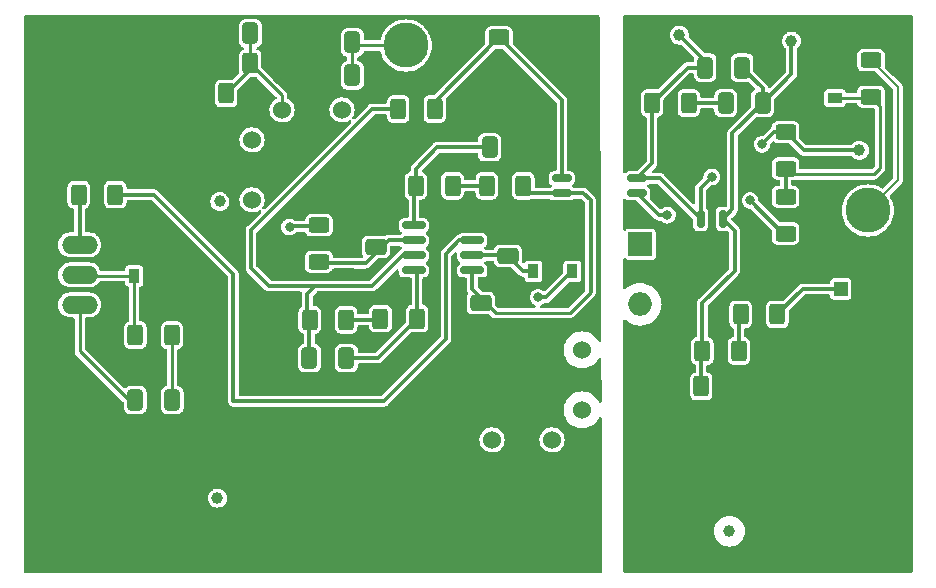
<source format=gbl>
G04 #@! TF.GenerationSoftware,KiCad,Pcbnew,(6.0.11)*
G04 #@! TF.CreationDate,2023-06-14T07:53:09+03:00*
G04 #@! TF.ProjectId,flyback_48V_48W,666c7962-6163-46b5-9f34-38565f343857,rev?*
G04 #@! TF.SameCoordinates,Original*
G04 #@! TF.FileFunction,Copper,L2,Bot*
G04 #@! TF.FilePolarity,Positive*
%FSLAX46Y46*%
G04 Gerber Fmt 4.6, Leading zero omitted, Abs format (unit mm)*
G04 Created by KiCad (PCBNEW (6.0.11)) date 2023-06-14 07:53:09*
%MOMM*%
%LPD*%
G01*
G04 APERTURE LIST*
G04 Aperture macros list*
%AMRoundRect*
0 Rectangle with rounded corners*
0 $1 Rounding radius*
0 $2 $3 $4 $5 $6 $7 $8 $9 X,Y pos of 4 corners*
0 Add a 4 corners polygon primitive as box body*
4,1,4,$2,$3,$4,$5,$6,$7,$8,$9,$2,$3,0*
0 Add four circle primitives for the rounded corners*
1,1,$1+$1,$2,$3*
1,1,$1+$1,$4,$5*
1,1,$1+$1,$6,$7*
1,1,$1+$1,$8,$9*
0 Add four rect primitives between the rounded corners*
20,1,$1+$1,$2,$3,$4,$5,0*
20,1,$1+$1,$4,$5,$6,$7,0*
20,1,$1+$1,$6,$7,$8,$9,0*
20,1,$1+$1,$8,$9,$2,$3,0*%
G04 Aperture macros list end*
G04 #@! TA.AperFunction,ComponentPad*
%ADD10C,3.800000*%
G04 #@! TD*
G04 #@! TA.AperFunction,ComponentPad*
%ADD11O,3.048000X1.524000*%
G04 #@! TD*
G04 #@! TA.AperFunction,ComponentPad*
%ADD12R,2.000000X2.000000*%
G04 #@! TD*
G04 #@! TA.AperFunction,ComponentPad*
%ADD13O,2.000000X2.000000*%
G04 #@! TD*
G04 #@! TA.AperFunction,ComponentPad*
%ADD14R,1.200000X1.200000*%
G04 #@! TD*
G04 #@! TA.AperFunction,ComponentPad*
%ADD15C,1.200000*%
G04 #@! TD*
G04 #@! TA.AperFunction,ComponentPad*
%ADD16C,1.524000*%
G04 #@! TD*
G04 #@! TA.AperFunction,ComponentPad*
%ADD17C,1.000000*%
G04 #@! TD*
G04 #@! TA.AperFunction,SMDPad,CuDef*
%ADD18RoundRect,0.250000X0.400000X0.625000X-0.400000X0.625000X-0.400000X-0.625000X0.400000X-0.625000X0*%
G04 #@! TD*
G04 #@! TA.AperFunction,SMDPad,CuDef*
%ADD19RoundRect,0.250000X-0.400000X-0.625000X0.400000X-0.625000X0.400000X0.625000X-0.400000X0.625000X0*%
G04 #@! TD*
G04 #@! TA.AperFunction,SMDPad,CuDef*
%ADD20RoundRect,0.250000X0.650000X-0.412500X0.650000X0.412500X-0.650000X0.412500X-0.650000X-0.412500X0*%
G04 #@! TD*
G04 #@! TA.AperFunction,SMDPad,CuDef*
%ADD21RoundRect,0.150000X-0.825000X-0.150000X0.825000X-0.150000X0.825000X0.150000X-0.825000X0.150000X0*%
G04 #@! TD*
G04 #@! TA.AperFunction,SMDPad,CuDef*
%ADD22RoundRect,0.150000X-0.662500X-0.150000X0.662500X-0.150000X0.662500X0.150000X-0.662500X0.150000X0*%
G04 #@! TD*
G04 #@! TA.AperFunction,SMDPad,CuDef*
%ADD23RoundRect,0.250000X-0.650000X0.412500X-0.650000X-0.412500X0.650000X-0.412500X0.650000X0.412500X0*%
G04 #@! TD*
G04 #@! TA.AperFunction,SMDPad,CuDef*
%ADD24RoundRect,0.250000X0.412500X0.650000X-0.412500X0.650000X-0.412500X-0.650000X0.412500X-0.650000X0*%
G04 #@! TD*
G04 #@! TA.AperFunction,SMDPad,CuDef*
%ADD25RoundRect,0.250000X-0.412500X-0.650000X0.412500X-0.650000X0.412500X0.650000X-0.412500X0.650000X0*%
G04 #@! TD*
G04 #@! TA.AperFunction,SMDPad,CuDef*
%ADD26R,0.900000X1.200000*%
G04 #@! TD*
G04 #@! TA.AperFunction,SMDPad,CuDef*
%ADD27RoundRect,0.250000X-0.625000X0.400000X-0.625000X-0.400000X0.625000X-0.400000X0.625000X0.400000X0*%
G04 #@! TD*
G04 #@! TA.AperFunction,SMDPad,CuDef*
%ADD28RoundRect,0.150000X-0.150000X0.587500X-0.150000X-0.587500X0.150000X-0.587500X0.150000X0.587500X0*%
G04 #@! TD*
G04 #@! TA.AperFunction,SMDPad,CuDef*
%ADD29RoundRect,0.250000X0.625000X-0.400000X0.625000X0.400000X-0.625000X0.400000X-0.625000X-0.400000X0*%
G04 #@! TD*
G04 #@! TA.AperFunction,SMDPad,CuDef*
%ADD30R,1.200000X0.900000*%
G04 #@! TD*
G04 #@! TA.AperFunction,ViaPad*
%ADD31C,0.800000*%
G04 #@! TD*
G04 #@! TA.AperFunction,Conductor*
%ADD32C,0.250000*%
G04 #@! TD*
G04 #@! TA.AperFunction,Conductor*
%ADD33C,0.200000*%
G04 #@! TD*
G04 #@! TA.AperFunction,Conductor*
%ADD34C,0.300000*%
G04 #@! TD*
G04 APERTURE END LIST*
D10*
X133350000Y-81280000D03*
D11*
X105725000Y-59300000D03*
X105725000Y-56760000D03*
X105725000Y-61840000D03*
D10*
X172466000Y-53848000D03*
D12*
X153189500Y-56710000D03*
D13*
X153189500Y-61790000D03*
D14*
X170180000Y-60500000D03*
D15*
X170180000Y-65500000D03*
D16*
X127950000Y-45330000D03*
X122870000Y-45330000D03*
X120330000Y-47870000D03*
X120330000Y-52950000D03*
X140650000Y-73270000D03*
X145730000Y-73270000D03*
X148270000Y-70730000D03*
X148270000Y-65650000D03*
D10*
X172466000Y-72136000D03*
D17*
X117400000Y-78200000D03*
X160750000Y-81000000D03*
D10*
X133350000Y-39878000D03*
D17*
X171750000Y-48750000D03*
D18*
X120168000Y-41402000D03*
X117068000Y-41402000D03*
D19*
X110450000Y-64400000D03*
X113550000Y-64400000D03*
D18*
X108750000Y-52500000D03*
X105650000Y-52500000D03*
D20*
X130810000Y-56934500D03*
X130810000Y-53809500D03*
D18*
X118136000Y-43942000D03*
X115036000Y-43942000D03*
D19*
X125200000Y-63100000D03*
X128300000Y-63100000D03*
D21*
X134025000Y-58905000D03*
X134025000Y-57635000D03*
X134025000Y-56365000D03*
X134025000Y-55095000D03*
X138975000Y-55095000D03*
X138975000Y-56365000D03*
X138975000Y-57635000D03*
X138975000Y-58905000D03*
D22*
X146562500Y-52385000D03*
X146562500Y-51115000D03*
X152937500Y-51115000D03*
X152937500Y-52385000D03*
D23*
X139700000Y-61683500D03*
X139700000Y-64808500D03*
D24*
X113562500Y-69900000D03*
X110437500Y-69900000D03*
X161812500Y-41750000D03*
X158687500Y-41750000D03*
D25*
X140437500Y-48500000D03*
X143562500Y-48500000D03*
D18*
X161550000Y-65750000D03*
X158450000Y-65750000D03*
D19*
X158350000Y-68750000D03*
X161450000Y-68750000D03*
D18*
X143300000Y-51750000D03*
X140200000Y-51750000D03*
D26*
X113650000Y-59400000D03*
X110350000Y-59400000D03*
X144146000Y-59000000D03*
X147446000Y-59000000D03*
D24*
X163562500Y-44750000D03*
X160437500Y-44750000D03*
D19*
X131200000Y-63000000D03*
X134300000Y-63000000D03*
D24*
X120180500Y-38862000D03*
X117055500Y-38862000D03*
X128816500Y-42418000D03*
X125691500Y-42418000D03*
D27*
X165500000Y-52700000D03*
X165500000Y-55800000D03*
D18*
X137300000Y-51750000D03*
X134200000Y-51750000D03*
D28*
X158300000Y-54562500D03*
X160200000Y-54562500D03*
X159250000Y-56437500D03*
D27*
X141250000Y-39200000D03*
X141250000Y-42300000D03*
D29*
X165500000Y-50300000D03*
X165500000Y-47200000D03*
D17*
X166000000Y-39500000D03*
D18*
X135800000Y-45250000D03*
X132700000Y-45250000D03*
D30*
X169672000Y-44322000D03*
X169672000Y-41022000D03*
D25*
X125187500Y-66350000D03*
X128312500Y-66350000D03*
D18*
X157300000Y-44750000D03*
X154200000Y-44750000D03*
D17*
X156500000Y-39000000D03*
D20*
X141986000Y-57696500D03*
X141986000Y-54571500D03*
D17*
X117602000Y-53086000D03*
D29*
X125984000Y-58192000D03*
X125984000Y-55092000D03*
D27*
X172720000Y-41122000D03*
X172720000Y-44222000D03*
D18*
X164800000Y-62650000D03*
X161700000Y-62650000D03*
D24*
X128816500Y-39624000D03*
X125691500Y-39624000D03*
D31*
X144532000Y-61214000D03*
X162500000Y-53000000D03*
X159250000Y-51000000D03*
X163500000Y-48250000D03*
X155500000Y-54250000D03*
X123500000Y-55250000D03*
D32*
X128816500Y-39624000D02*
X128816500Y-42418000D01*
X129070500Y-39878000D02*
X128816500Y-39624000D01*
X133350000Y-39878000D02*
X129070500Y-39878000D01*
X122870000Y-44104000D02*
X120168000Y-41402000D01*
X122870000Y-45330000D02*
X122870000Y-44104000D01*
X172620000Y-44322000D02*
X169672000Y-44322000D01*
X172720000Y-44222000D02*
X172620000Y-44322000D01*
X173482000Y-44984000D02*
X172720000Y-44222000D01*
X173482000Y-50292000D02*
X173482000Y-44984000D01*
X172974000Y-50800000D02*
X173482000Y-50292000D01*
X166000000Y-50800000D02*
X172974000Y-50800000D01*
X165500000Y-50300000D02*
X166000000Y-50800000D01*
D33*
X175006000Y-43408000D02*
X172720000Y-41122000D01*
X172466000Y-53848000D02*
X175006000Y-51308000D01*
X175006000Y-51308000D02*
X175006000Y-43408000D01*
D34*
X143289500Y-59000000D02*
X141986000Y-57696500D01*
X138975000Y-57635000D02*
X142235000Y-57635000D01*
X144146000Y-59000000D02*
X143289500Y-59000000D01*
X144532000Y-61214000D02*
X145232000Y-61214000D01*
X145232000Y-61214000D02*
X147446000Y-59000000D01*
D32*
X120180500Y-41897500D02*
X120180500Y-38862000D01*
X118136000Y-43942000D02*
X120180500Y-41897500D01*
D34*
X165500000Y-50300000D02*
X165500000Y-52700000D01*
X134025000Y-57635000D02*
X133115000Y-57635000D01*
X120250000Y-55500000D02*
X130500000Y-45250000D01*
X125200000Y-63100000D02*
X125187500Y-63112500D01*
X130500000Y-60250000D02*
X126000000Y-60250000D01*
X121750000Y-60250000D02*
X120250000Y-58750000D01*
X126000000Y-60250000D02*
X121750000Y-60250000D01*
X120250000Y-58750000D02*
X120250000Y-55500000D01*
X125000000Y-62900000D02*
X125200000Y-63100000D01*
X126000000Y-60250000D02*
X125650000Y-60250000D01*
X133115000Y-57635000D02*
X130500000Y-60250000D01*
X125187500Y-63112500D02*
X125187500Y-66350000D01*
X125650000Y-60250000D02*
X125000000Y-60900000D01*
X125000000Y-60900000D02*
X125000000Y-62900000D01*
X130500000Y-45250000D02*
X132700000Y-45250000D01*
X134300000Y-59180000D02*
X134025000Y-58905000D01*
X134300000Y-63000000D02*
X130950000Y-66350000D01*
X134300000Y-63000000D02*
X134300000Y-59180000D01*
X130950000Y-66350000D02*
X128312500Y-66350000D01*
X125500000Y-58300000D02*
X128987500Y-58300000D01*
X131885000Y-56365000D02*
X134025000Y-56365000D01*
X128987500Y-58300000D02*
X129000000Y-58312500D01*
X129000000Y-58312500D02*
X129937500Y-58312500D01*
X129937500Y-58312500D02*
X131885000Y-56365000D01*
X170180000Y-60500000D02*
X166950000Y-60500000D01*
X166950000Y-60500000D02*
X164800000Y-62650000D01*
X158450000Y-65750000D02*
X158350000Y-65850000D01*
X163562500Y-44750000D02*
X163562500Y-43500000D01*
X163562500Y-44750000D02*
X161000000Y-47312500D01*
X161187500Y-58950000D02*
X161187500Y-55550000D01*
X161000000Y-53762500D02*
X160200000Y-54562500D01*
X166000000Y-42312500D02*
X166000000Y-39500000D01*
X161187500Y-55550000D02*
X160200000Y-54562500D01*
X161000000Y-47312500D02*
X161000000Y-53762500D01*
X158350000Y-65850000D02*
X158350000Y-68750000D01*
X158450000Y-65750000D02*
X158450000Y-61687500D01*
X163562500Y-44750000D02*
X166000000Y-42312500D01*
X163562500Y-43500000D02*
X161812500Y-41750000D01*
X158450000Y-61687500D02*
X161187500Y-58950000D01*
X157300000Y-44750000D02*
X160437500Y-44750000D01*
X158687500Y-41187500D02*
X156500000Y-39000000D01*
X158687500Y-41750000D02*
X158687500Y-41187500D01*
X158300000Y-51950000D02*
X158300000Y-54562500D01*
X165300000Y-55800000D02*
X162500000Y-53000000D01*
X157200000Y-41750000D02*
X158687500Y-41750000D01*
X154200000Y-44750000D02*
X157200000Y-41750000D01*
X154852500Y-51115000D02*
X158300000Y-54562500D01*
X165500000Y-55800000D02*
X165300000Y-55800000D01*
X159250000Y-51000000D02*
X158300000Y-51950000D01*
X152937500Y-51115000D02*
X154852500Y-51115000D01*
X154200000Y-44750000D02*
X154200000Y-49852500D01*
X154200000Y-49852500D02*
X152937500Y-51115000D01*
X148385000Y-52385000D02*
X149000000Y-53000000D01*
D32*
X147217500Y-62532500D02*
X140970000Y-62532500D01*
D34*
X143300000Y-51750000D02*
X143935000Y-52385000D01*
X143935000Y-52385000D02*
X146562500Y-52385000D01*
X146562500Y-52385000D02*
X148385000Y-52385000D01*
X149000000Y-53000000D02*
X149000000Y-60750000D01*
X138975000Y-58905000D02*
X138975000Y-60537500D01*
D32*
X149000000Y-60750000D02*
X147217500Y-62532500D01*
D34*
X138975000Y-60537500D02*
X140970000Y-62532500D01*
X134025000Y-51925000D02*
X134025000Y-55095000D01*
X136000000Y-48500000D02*
X140437500Y-48500000D01*
X134200000Y-51750000D02*
X134025000Y-51925000D01*
X134200000Y-50300000D02*
X136000000Y-48500000D01*
X134200000Y-51750000D02*
X134200000Y-50300000D01*
D32*
X110350000Y-59400000D02*
X110350000Y-64300000D01*
X110350000Y-59400000D02*
X105825000Y-59400000D01*
X110350000Y-64300000D02*
X110450000Y-64400000D01*
X105825000Y-59400000D02*
X105725000Y-59300000D01*
D34*
X135800000Y-45250000D02*
X135800000Y-44650000D01*
X146562500Y-51115000D02*
X146562500Y-44512500D01*
X135800000Y-44650000D02*
X141250000Y-39200000D01*
X146562500Y-44512500D02*
X141250000Y-39200000D01*
X155500000Y-54250000D02*
X154802500Y-54250000D01*
X165500000Y-47200000D02*
X164550000Y-47200000D01*
X167050000Y-48750000D02*
X171750000Y-48750000D01*
X165500000Y-47200000D02*
X167050000Y-48750000D01*
X164550000Y-47200000D02*
X163500000Y-48250000D01*
X154802500Y-54250000D02*
X152937500Y-52385000D01*
X131100000Y-63100000D02*
X131200000Y-63000000D01*
X128300000Y-63100000D02*
X131100000Y-63100000D01*
X123550000Y-55200000D02*
X123500000Y-55250000D01*
D32*
X105725000Y-65725000D02*
X109900000Y-69900000D01*
X105725000Y-61840000D02*
X105725000Y-65725000D01*
D34*
X125500000Y-55200000D02*
X123550000Y-55200000D01*
X161550000Y-65750000D02*
X161550000Y-62750000D01*
X161550000Y-62750000D02*
X161650000Y-62650000D01*
X136750000Y-64750000D02*
X136750000Y-57500000D01*
X118750000Y-70000000D02*
X131500000Y-70000000D01*
X108750000Y-52500000D02*
X112000000Y-52500000D01*
X118750000Y-59250000D02*
X118750000Y-70000000D01*
X136750000Y-57500000D02*
X137885000Y-56365000D01*
X112000000Y-52500000D02*
X118750000Y-59250000D01*
X131500000Y-70000000D02*
X136750000Y-64750000D01*
X137885000Y-56365000D02*
X138975000Y-56365000D01*
X137300000Y-51750000D02*
X140200000Y-51750000D01*
X105725000Y-56760000D02*
X105725000Y-53025000D01*
X105725000Y-53025000D02*
X105200000Y-52500000D01*
D32*
X113550000Y-69887500D02*
X113562500Y-69900000D01*
X113550000Y-64400000D02*
X113550000Y-69887500D01*
G04 #@! TA.AperFunction,Conductor*
G36*
X149694352Y-37320502D02*
G01*
X149740845Y-37374158D01*
X149752229Y-37425840D01*
X149869913Y-59903379D01*
X149895782Y-64844263D01*
X149895892Y-64865354D01*
X149876247Y-64933579D01*
X149822836Y-64980352D01*
X149752616Y-64990824D01*
X149687881Y-64961669D01*
X149662462Y-64931849D01*
X149540587Y-64732968D01*
X149540580Y-64732958D01*
X149537998Y-64728745D01*
X149378271Y-64541729D01*
X149191255Y-64382002D01*
X148981554Y-64253497D01*
X148976984Y-64251604D01*
X148976980Y-64251602D01*
X148758901Y-64161271D01*
X148758895Y-64161269D01*
X148754332Y-64159379D01*
X148749532Y-64158227D01*
X148749527Y-64158225D01*
X148603263Y-64123110D01*
X148515185Y-64101964D01*
X148270000Y-64082668D01*
X148024815Y-64101964D01*
X147936737Y-64123110D01*
X147790473Y-64158225D01*
X147790468Y-64158227D01*
X147785668Y-64159379D01*
X147781105Y-64161269D01*
X147781099Y-64161271D01*
X147563020Y-64251602D01*
X147563016Y-64251604D01*
X147558446Y-64253497D01*
X147348745Y-64382002D01*
X147161729Y-64541729D01*
X147002002Y-64728745D01*
X146918288Y-64865354D01*
X146876480Y-64933579D01*
X146873497Y-64938446D01*
X146871604Y-64943016D01*
X146871602Y-64943020D01*
X146781271Y-65161099D01*
X146781269Y-65161105D01*
X146779379Y-65165668D01*
X146721964Y-65404815D01*
X146702668Y-65650000D01*
X146721964Y-65895185D01*
X146779379Y-66134332D01*
X146781269Y-66138895D01*
X146781271Y-66138901D01*
X146871602Y-66356980D01*
X146873497Y-66361554D01*
X147002002Y-66571255D01*
X147161729Y-66758271D01*
X147348745Y-66917998D01*
X147558446Y-67046503D01*
X147563016Y-67048396D01*
X147563020Y-67048398D01*
X147781099Y-67138729D01*
X147781105Y-67138731D01*
X147785668Y-67140621D01*
X147790468Y-67141773D01*
X147790473Y-67141775D01*
X147899866Y-67168038D01*
X148024815Y-67198036D01*
X148270000Y-67217332D01*
X148515185Y-67198036D01*
X148640134Y-67168038D01*
X148749527Y-67141775D01*
X148749532Y-67141773D01*
X148754332Y-67140621D01*
X148758895Y-67138731D01*
X148758901Y-67138729D01*
X148976980Y-67048398D01*
X148976984Y-67048396D01*
X148981554Y-67046503D01*
X149191255Y-66917998D01*
X149378271Y-66758271D01*
X149537998Y-66571255D01*
X149666503Y-66361554D01*
X149666637Y-66361232D01*
X149714502Y-66310546D01*
X149783416Y-66293476D01*
X149850619Y-66316374D01*
X149894774Y-66371970D01*
X149904024Y-66418701D01*
X149922791Y-70003079D01*
X149903146Y-70071304D01*
X149849735Y-70118077D01*
X149779515Y-70128549D01*
X149714780Y-70099394D01*
X149680385Y-70051958D01*
X149668401Y-70023027D01*
X149668398Y-70023022D01*
X149666503Y-70018446D01*
X149537998Y-69808745D01*
X149378271Y-69621729D01*
X149191255Y-69462002D01*
X148981554Y-69333497D01*
X148976984Y-69331604D01*
X148976980Y-69331602D01*
X148758901Y-69241271D01*
X148758895Y-69241269D01*
X148754332Y-69239379D01*
X148749532Y-69238227D01*
X148749527Y-69238225D01*
X148636198Y-69211017D01*
X148515185Y-69181964D01*
X148270000Y-69162668D01*
X148024815Y-69181964D01*
X147903802Y-69211017D01*
X147790473Y-69238225D01*
X147790468Y-69238227D01*
X147785668Y-69239379D01*
X147781105Y-69241269D01*
X147781099Y-69241271D01*
X147563020Y-69331602D01*
X147563016Y-69331604D01*
X147558446Y-69333497D01*
X147348745Y-69462002D01*
X147161729Y-69621729D01*
X147002002Y-69808745D01*
X146873497Y-70018446D01*
X146871604Y-70023016D01*
X146871602Y-70023020D01*
X146781271Y-70241099D01*
X146781269Y-70241105D01*
X146779379Y-70245668D01*
X146778227Y-70250468D01*
X146778225Y-70250473D01*
X146760402Y-70324712D01*
X146721964Y-70484815D01*
X146702668Y-70730000D01*
X146721964Y-70975185D01*
X146779379Y-71214332D01*
X146781269Y-71218895D01*
X146781271Y-71218901D01*
X146871602Y-71436980D01*
X146873497Y-71441554D01*
X147002002Y-71651255D01*
X147161729Y-71838271D01*
X147348745Y-71997998D01*
X147558446Y-72126503D01*
X147563016Y-72128396D01*
X147563020Y-72128398D01*
X147781099Y-72218729D01*
X147781105Y-72218731D01*
X147785668Y-72220621D01*
X147790468Y-72221773D01*
X147790473Y-72221775D01*
X147899866Y-72248038D01*
X148024815Y-72278036D01*
X148270000Y-72297332D01*
X148515185Y-72278036D01*
X148640134Y-72248038D01*
X148749527Y-72221775D01*
X148749532Y-72221773D01*
X148754332Y-72220621D01*
X148758895Y-72218731D01*
X148758901Y-72218729D01*
X148976980Y-72128398D01*
X148976984Y-72128396D01*
X148981554Y-72126503D01*
X149191255Y-71997998D01*
X149378271Y-71838271D01*
X149537998Y-71651255D01*
X149666503Y-71441554D01*
X149668398Y-71436980D01*
X149668400Y-71436976D01*
X149687893Y-71389914D01*
X149732441Y-71334632D01*
X149799804Y-71312211D01*
X149868595Y-71329769D01*
X149916974Y-71381730D01*
X149930300Y-71437471D01*
X149998025Y-84372840D01*
X149978380Y-84441065D01*
X149924969Y-84487838D01*
X149872027Y-84499500D01*
X101126500Y-84499500D01*
X101058379Y-84479498D01*
X101011886Y-84425842D01*
X101000500Y-84373500D01*
X101000500Y-78188753D01*
X116594514Y-78188753D01*
X116595201Y-78195760D01*
X116595201Y-78195763D01*
X116596005Y-78203963D01*
X116612039Y-78367486D01*
X116614262Y-78374168D01*
X116614262Y-78374169D01*
X116622967Y-78400336D01*
X116668726Y-78537896D01*
X116761759Y-78691512D01*
X116886514Y-78820699D01*
X117036789Y-78919036D01*
X117205116Y-78981636D01*
X117212097Y-78982567D01*
X117212099Y-78982568D01*
X117376149Y-79004457D01*
X117376153Y-79004457D01*
X117383130Y-79005388D01*
X117390142Y-79004750D01*
X117390146Y-79004750D01*
X117554960Y-78989751D01*
X117554961Y-78989751D01*
X117561981Y-78989112D01*
X117732782Y-78933615D01*
X117763714Y-78915176D01*
X117880992Y-78845265D01*
X117880994Y-78845264D01*
X117887044Y-78841657D01*
X118017099Y-78717807D01*
X118034570Y-78691512D01*
X118112582Y-78574093D01*
X118116483Y-78568222D01*
X118131168Y-78529564D01*
X118177757Y-78406919D01*
X118177758Y-78406914D01*
X118180257Y-78400336D01*
X118205251Y-78222493D01*
X118205565Y-78200000D01*
X118185546Y-78021528D01*
X118179427Y-78003955D01*
X118128803Y-77858584D01*
X118126485Y-77851927D01*
X118031316Y-77699625D01*
X117967771Y-77635635D01*
X117909733Y-77577190D01*
X117909729Y-77577187D01*
X117904770Y-77572193D01*
X117893761Y-77565206D01*
X117846860Y-77535442D01*
X117753136Y-77475963D01*
X117723352Y-77465357D01*
X117590586Y-77418081D01*
X117590581Y-77418080D01*
X117583951Y-77415719D01*
X117576965Y-77414886D01*
X117576961Y-77414885D01*
X117449177Y-77399648D01*
X117405624Y-77394455D01*
X117398621Y-77395191D01*
X117398620Y-77395191D01*
X117234025Y-77412490D01*
X117234021Y-77412491D01*
X117227017Y-77413227D01*
X117220346Y-77415498D01*
X117063677Y-77468832D01*
X117063674Y-77468833D01*
X117057007Y-77471103D01*
X117051009Y-77474793D01*
X117051007Y-77474794D01*
X116980526Y-77518154D01*
X116904045Y-77565206D01*
X116899014Y-77570132D01*
X116899011Y-77570135D01*
X116891807Y-77577190D01*
X116775732Y-77690859D01*
X116771913Y-77696784D01*
X116771912Y-77696786D01*
X116682265Y-77835891D01*
X116678446Y-77841817D01*
X116617022Y-78010578D01*
X116594514Y-78188753D01*
X101000500Y-78188753D01*
X101000500Y-73255093D01*
X139582463Y-73255093D01*
X139599899Y-73462730D01*
X139657333Y-73663025D01*
X139660151Y-73668507D01*
X139660152Y-73668511D01*
X139749756Y-73842862D01*
X139749759Y-73842866D01*
X139752577Y-73848350D01*
X139756408Y-73853183D01*
X139878174Y-74006816D01*
X139878179Y-74006821D01*
X139882003Y-74011646D01*
X140040683Y-74146693D01*
X140046061Y-74149699D01*
X140046063Y-74149700D01*
X140131627Y-74197519D01*
X140222571Y-74248346D01*
X140420740Y-74312735D01*
X140627641Y-74337407D01*
X140633776Y-74336935D01*
X140633778Y-74336935D01*
X140829252Y-74321894D01*
X140829256Y-74321893D01*
X140835394Y-74321421D01*
X141036085Y-74265387D01*
X141041589Y-74262607D01*
X141041591Y-74262606D01*
X141216570Y-74174218D01*
X141216572Y-74174217D01*
X141222071Y-74171439D01*
X141386266Y-74043156D01*
X141522417Y-73885423D01*
X141625339Y-73704249D01*
X141691109Y-73506534D01*
X141717225Y-73299810D01*
X141717641Y-73270000D01*
X141716179Y-73255093D01*
X144662463Y-73255093D01*
X144679899Y-73462730D01*
X144737333Y-73663025D01*
X144740151Y-73668507D01*
X144740152Y-73668511D01*
X144829756Y-73842862D01*
X144829759Y-73842866D01*
X144832577Y-73848350D01*
X144836408Y-73853183D01*
X144958174Y-74006816D01*
X144958179Y-74006821D01*
X144962003Y-74011646D01*
X145120683Y-74146693D01*
X145126061Y-74149699D01*
X145126063Y-74149700D01*
X145211627Y-74197519D01*
X145302571Y-74248346D01*
X145500740Y-74312735D01*
X145707641Y-74337407D01*
X145713776Y-74336935D01*
X145713778Y-74336935D01*
X145909252Y-74321894D01*
X145909256Y-74321893D01*
X145915394Y-74321421D01*
X146116085Y-74265387D01*
X146121589Y-74262607D01*
X146121591Y-74262606D01*
X146296570Y-74174218D01*
X146296572Y-74174217D01*
X146302071Y-74171439D01*
X146466266Y-74043156D01*
X146602417Y-73885423D01*
X146705339Y-73704249D01*
X146771109Y-73506534D01*
X146797225Y-73299810D01*
X146797641Y-73270000D01*
X146777308Y-73062627D01*
X146717083Y-72863154D01*
X146619261Y-72679176D01*
X146613590Y-72672222D01*
X146577427Y-72627882D01*
X146487567Y-72517704D01*
X146327017Y-72384885D01*
X146143728Y-72285781D01*
X145944679Y-72224165D01*
X145938554Y-72223521D01*
X145938553Y-72223521D01*
X145743582Y-72203029D01*
X145743580Y-72203029D01*
X145737453Y-72202385D01*
X145606739Y-72214281D01*
X145536085Y-72220711D01*
X145536084Y-72220711D01*
X145529944Y-72221270D01*
X145524030Y-72223011D01*
X145524028Y-72223011D01*
X145513917Y-72225987D01*
X145330055Y-72280101D01*
X145145399Y-72376636D01*
X144983011Y-72507200D01*
X144849075Y-72666818D01*
X144748693Y-72849411D01*
X144685690Y-73048025D01*
X144662463Y-73255093D01*
X141716179Y-73255093D01*
X141697308Y-73062627D01*
X141637083Y-72863154D01*
X141539261Y-72679176D01*
X141533590Y-72672222D01*
X141497427Y-72627882D01*
X141407567Y-72517704D01*
X141247017Y-72384885D01*
X141063728Y-72285781D01*
X140864679Y-72224165D01*
X140858554Y-72223521D01*
X140858553Y-72223521D01*
X140663582Y-72203029D01*
X140663580Y-72203029D01*
X140657453Y-72202385D01*
X140526739Y-72214281D01*
X140456085Y-72220711D01*
X140456084Y-72220711D01*
X140449944Y-72221270D01*
X140444030Y-72223011D01*
X140444028Y-72223011D01*
X140433917Y-72225987D01*
X140250055Y-72280101D01*
X140065399Y-72376636D01*
X139903011Y-72507200D01*
X139769075Y-72666818D01*
X139668693Y-72849411D01*
X139605690Y-73048025D01*
X139582463Y-73255093D01*
X101000500Y-73255093D01*
X101000500Y-61832547D01*
X103895385Y-61832547D01*
X103914270Y-62040056D01*
X103916011Y-62045970D01*
X103916011Y-62045972D01*
X103933973Y-62107000D01*
X103973101Y-62239945D01*
X104069636Y-62424601D01*
X104200200Y-62586989D01*
X104359818Y-62720925D01*
X104542411Y-62821307D01*
X104741025Y-62884310D01*
X104747142Y-62884996D01*
X104747146Y-62884997D01*
X104823377Y-62893548D01*
X104903188Y-62902500D01*
X105173500Y-62902500D01*
X105241621Y-62922502D01*
X105288114Y-62976158D01*
X105299500Y-63028500D01*
X105299500Y-65792393D01*
X105306914Y-65815210D01*
X105311528Y-65834429D01*
X105315281Y-65858126D01*
X105319784Y-65866963D01*
X105319784Y-65866964D01*
X105326172Y-65879502D01*
X105333736Y-65897763D01*
X105338085Y-65911147D01*
X105338087Y-65911150D01*
X105341151Y-65920581D01*
X105346980Y-65928604D01*
X105355253Y-65939991D01*
X105365577Y-65956837D01*
X105376472Y-65978220D01*
X109437595Y-70039343D01*
X109471621Y-70101655D01*
X109474500Y-70128438D01*
X109474500Y-70592772D01*
X109485364Y-70682547D01*
X109540887Y-70822783D01*
X109632078Y-70942922D01*
X109752217Y-71034113D01*
X109815832Y-71059300D01*
X109884923Y-71086655D01*
X109884925Y-71086656D01*
X109892453Y-71089636D01*
X109982228Y-71100500D01*
X110892772Y-71100500D01*
X110982547Y-71089636D01*
X110990075Y-71086656D01*
X110990077Y-71086655D01*
X111059168Y-71059300D01*
X111122783Y-71034113D01*
X111242922Y-70942922D01*
X111334113Y-70822783D01*
X111389636Y-70682547D01*
X111400500Y-70592772D01*
X112599500Y-70592772D01*
X112610364Y-70682547D01*
X112665887Y-70822783D01*
X112757078Y-70942922D01*
X112877217Y-71034113D01*
X112940832Y-71059300D01*
X113009923Y-71086655D01*
X113009925Y-71086656D01*
X113017453Y-71089636D01*
X113107228Y-71100500D01*
X114017772Y-71100500D01*
X114107547Y-71089636D01*
X114115075Y-71086656D01*
X114115077Y-71086655D01*
X114184168Y-71059300D01*
X114247783Y-71034113D01*
X114367922Y-70942922D01*
X114459113Y-70822783D01*
X114514636Y-70682547D01*
X114525500Y-70592772D01*
X114525500Y-69207228D01*
X114514636Y-69117453D01*
X114459113Y-68977217D01*
X114367922Y-68857078D01*
X114247783Y-68765887D01*
X114184168Y-68740700D01*
X114115077Y-68713345D01*
X114115075Y-68713344D01*
X114107547Y-68710364D01*
X114099507Y-68709391D01*
X114086360Y-68707800D01*
X114021136Y-68679758D01*
X113981427Y-68620904D01*
X113975500Y-68582713D01*
X113975500Y-65688754D01*
X113995502Y-65620633D01*
X114049158Y-65574140D01*
X114070486Y-65566631D01*
X114074514Y-65565608D01*
X114082547Y-65564636D01*
X114090077Y-65561655D01*
X114136319Y-65543346D01*
X114222783Y-65509113D01*
X114342922Y-65417922D01*
X114434113Y-65297783D01*
X114467790Y-65212725D01*
X114486655Y-65165077D01*
X114486656Y-65165075D01*
X114489636Y-65157547D01*
X114500500Y-65067772D01*
X114500500Y-63732228D01*
X114489636Y-63642453D01*
X114434113Y-63502217D01*
X114342922Y-63382078D01*
X114222783Y-63290887D01*
X114155116Y-63264096D01*
X114090077Y-63238345D01*
X114090075Y-63238344D01*
X114082547Y-63235364D01*
X113992772Y-63224500D01*
X113107228Y-63224500D01*
X113017453Y-63235364D01*
X113009925Y-63238344D01*
X113009923Y-63238345D01*
X112944884Y-63264096D01*
X112877217Y-63290887D01*
X112757078Y-63382078D01*
X112665887Y-63502217D01*
X112610364Y-63642453D01*
X112599500Y-63732228D01*
X112599500Y-65067772D01*
X112610364Y-65157547D01*
X112613344Y-65165075D01*
X112613345Y-65165077D01*
X112632210Y-65212725D01*
X112665887Y-65297783D01*
X112757078Y-65417922D01*
X112877217Y-65509113D01*
X112963681Y-65543346D01*
X113009924Y-65561655D01*
X113017453Y-65564636D01*
X113025486Y-65565608D01*
X113029514Y-65566631D01*
X113090615Y-65602785D01*
X113122471Y-65666233D01*
X113124500Y-65688754D01*
X113124500Y-68586246D01*
X113104498Y-68654367D01*
X113050842Y-68700860D01*
X113029514Y-68708369D01*
X113025486Y-68709392D01*
X113017453Y-68710364D01*
X113009932Y-68713342D01*
X113009931Y-68713342D01*
X112963681Y-68731654D01*
X112877217Y-68765887D01*
X112757078Y-68857078D01*
X112665887Y-68977217D01*
X112610364Y-69117453D01*
X112599500Y-69207228D01*
X112599500Y-70592772D01*
X111400500Y-70592772D01*
X111400500Y-69207228D01*
X111389636Y-69117453D01*
X111334113Y-68977217D01*
X111242922Y-68857078D01*
X111122783Y-68765887D01*
X111059168Y-68740700D01*
X110990077Y-68713345D01*
X110990075Y-68713344D01*
X110982547Y-68710364D01*
X110892772Y-68699500D01*
X109982228Y-68699500D01*
X109892453Y-68710364D01*
X109884925Y-68713344D01*
X109884923Y-68713345D01*
X109815832Y-68740700D01*
X109752217Y-68765887D01*
X109632078Y-68857078D01*
X109631881Y-68857338D01*
X109573066Y-68889457D01*
X109502250Y-68884396D01*
X109457181Y-68855433D01*
X106187405Y-65585657D01*
X106153379Y-65523345D01*
X106150500Y-65496562D01*
X106150500Y-63028500D01*
X106170502Y-62960379D01*
X106224158Y-62913886D01*
X106276500Y-62902500D01*
X106539432Y-62902500D01*
X106694373Y-62887308D01*
X106893846Y-62827083D01*
X107077824Y-62729261D01*
X107239296Y-62597567D01*
X107372115Y-62437017D01*
X107471219Y-62253728D01*
X107532835Y-62054679D01*
X107548301Y-61907527D01*
X107553971Y-61853582D01*
X107553971Y-61853580D01*
X107554615Y-61847453D01*
X107538928Y-61675083D01*
X107536289Y-61646085D01*
X107536289Y-61646084D01*
X107535730Y-61639944D01*
X107518847Y-61582579D01*
X107478641Y-61445974D01*
X107476899Y-61440055D01*
X107442960Y-61375135D01*
X107383218Y-61260858D01*
X107383217Y-61260857D01*
X107380364Y-61255399D01*
X107249800Y-61093011D01*
X107090182Y-60959075D01*
X107076442Y-60951521D01*
X106960219Y-60887627D01*
X106907589Y-60858693D01*
X106708975Y-60795690D01*
X106702858Y-60795004D01*
X106702854Y-60795003D01*
X106614476Y-60785090D01*
X106546812Y-60777500D01*
X104910568Y-60777500D01*
X104755627Y-60792692D01*
X104556154Y-60852917D01*
X104372176Y-60950739D01*
X104367402Y-60954633D01*
X104367400Y-60954634D01*
X104361955Y-60959075D01*
X104210704Y-61082433D01*
X104077885Y-61242983D01*
X103978781Y-61426272D01*
X103917165Y-61625321D01*
X103916521Y-61631446D01*
X103916521Y-61631447D01*
X103898264Y-61805159D01*
X103895385Y-61832547D01*
X101000500Y-61832547D01*
X101000500Y-59292547D01*
X103895385Y-59292547D01*
X103904895Y-59397040D01*
X103910808Y-59462010D01*
X103914270Y-59500056D01*
X103916011Y-59505970D01*
X103916011Y-59505972D01*
X103921759Y-59525502D01*
X103973101Y-59699945D01*
X103975958Y-59705410D01*
X104048423Y-59844023D01*
X104069636Y-59884601D01*
X104200200Y-60046989D01*
X104204924Y-60050953D01*
X104238929Y-60079487D01*
X104359818Y-60180925D01*
X104542411Y-60281307D01*
X104741025Y-60344310D01*
X104747142Y-60344996D01*
X104747146Y-60344997D01*
X104823377Y-60353548D01*
X104903188Y-60362500D01*
X106539432Y-60362500D01*
X106694373Y-60347308D01*
X106893846Y-60287083D01*
X107077824Y-60189261D01*
X107088021Y-60180945D01*
X107129118Y-60147427D01*
X107239296Y-60057567D01*
X107372115Y-59897017D01*
X107375047Y-59891595D01*
X107375063Y-59891566D01*
X107375075Y-59891554D01*
X107378492Y-59886488D01*
X107379455Y-59887138D01*
X107425061Y-59841159D01*
X107485896Y-59825500D01*
X109473500Y-59825500D01*
X109541621Y-59845502D01*
X109588114Y-59899158D01*
X109599500Y-59951500D01*
X109599500Y-60044646D01*
X109599941Y-60048350D01*
X109599941Y-60048353D01*
X109600474Y-60052827D01*
X109602618Y-60070846D01*
X109648061Y-60173153D01*
X109656294Y-60181372D01*
X109656295Y-60181373D01*
X109660295Y-60185366D01*
X109727287Y-60252241D01*
X109737924Y-60256944D01*
X109737926Y-60256945D01*
X109782225Y-60276529D01*
X109829673Y-60297506D01*
X109833970Y-60298007D01*
X109892102Y-60333788D01*
X109922845Y-60397783D01*
X109924500Y-60418137D01*
X109924500Y-63146944D01*
X109904498Y-63215065D01*
X109844884Y-63264096D01*
X109777217Y-63290887D01*
X109657078Y-63382078D01*
X109565887Y-63502217D01*
X109510364Y-63642453D01*
X109499500Y-63732228D01*
X109499500Y-65067772D01*
X109510364Y-65157547D01*
X109513344Y-65165075D01*
X109513345Y-65165077D01*
X109532210Y-65212725D01*
X109565887Y-65297783D01*
X109657078Y-65417922D01*
X109777217Y-65509113D01*
X109813163Y-65523345D01*
X109909923Y-65561655D01*
X109909925Y-65561656D01*
X109917453Y-65564636D01*
X110007228Y-65575500D01*
X110892772Y-65575500D01*
X110982547Y-65564636D01*
X110990075Y-65561656D01*
X110990077Y-65561655D01*
X111086837Y-65523345D01*
X111122783Y-65509113D01*
X111242922Y-65417922D01*
X111334113Y-65297783D01*
X111367790Y-65212725D01*
X111386655Y-65165077D01*
X111386656Y-65165075D01*
X111389636Y-65157547D01*
X111400500Y-65067772D01*
X111400500Y-63732228D01*
X111389636Y-63642453D01*
X111334113Y-63502217D01*
X111242922Y-63382078D01*
X111122783Y-63290887D01*
X111055116Y-63264096D01*
X110990077Y-63238345D01*
X110990075Y-63238344D01*
X110982547Y-63235364D01*
X110955634Y-63232107D01*
X110896542Y-63224956D01*
X110896538Y-63224956D01*
X110893238Y-63224556D01*
X110893237Y-63224556D01*
X110892772Y-63224500D01*
X110892785Y-63224393D01*
X110827114Y-63200725D01*
X110783940Y-63144365D01*
X110775500Y-63099026D01*
X110775500Y-60418166D01*
X110795502Y-60350045D01*
X110849158Y-60303552D01*
X110863861Y-60298213D01*
X110870846Y-60297382D01*
X110894033Y-60287083D01*
X110962518Y-60256663D01*
X110973153Y-60251939D01*
X111052241Y-60172713D01*
X111097506Y-60070327D01*
X111100500Y-60044646D01*
X111100500Y-58755354D01*
X111099786Y-58749350D01*
X111098816Y-58741206D01*
X111097382Y-58729154D01*
X111088164Y-58708400D01*
X111056663Y-58637482D01*
X111051939Y-58626847D01*
X110972713Y-58547759D01*
X110962076Y-58543056D01*
X110962074Y-58543055D01*
X110880768Y-58507110D01*
X110870327Y-58502494D01*
X110844646Y-58499500D01*
X109855354Y-58499500D01*
X109851650Y-58499941D01*
X109851647Y-58499941D01*
X109844254Y-58500821D01*
X109829154Y-58502618D01*
X109820514Y-58506456D01*
X109820513Y-58506456D01*
X109739517Y-58542433D01*
X109726847Y-58548061D01*
X109718628Y-58556294D01*
X109718627Y-58556295D01*
X109690135Y-58584837D01*
X109647759Y-58627287D01*
X109643056Y-58637924D01*
X109643055Y-58637926D01*
X109626657Y-58675018D01*
X109602494Y-58729673D01*
X109599500Y-58755354D01*
X109599500Y-58848500D01*
X109579498Y-58916621D01*
X109525842Y-58963114D01*
X109473500Y-58974500D01*
X107591316Y-58974500D01*
X107523195Y-58954498D01*
X107477737Y-58899617D01*
X107476899Y-58900055D01*
X107474844Y-58896123D01*
X107474842Y-58896121D01*
X107411074Y-58774142D01*
X107383218Y-58720858D01*
X107383217Y-58720857D01*
X107380364Y-58715399D01*
X107249800Y-58553011D01*
X107090182Y-58419075D01*
X106907589Y-58318693D01*
X106708975Y-58255690D01*
X106702858Y-58255004D01*
X106702854Y-58255003D01*
X106626623Y-58246452D01*
X106546812Y-58237500D01*
X104910568Y-58237500D01*
X104755627Y-58252692D01*
X104556154Y-58312917D01*
X104372176Y-58410739D01*
X104210704Y-58542433D01*
X104077885Y-58702983D01*
X103978781Y-58886272D01*
X103917165Y-59085321D01*
X103916521Y-59091446D01*
X103916521Y-59091447D01*
X103897817Y-59269411D01*
X103895385Y-59292547D01*
X101000500Y-59292547D01*
X101000500Y-56752547D01*
X103895385Y-56752547D01*
X103914270Y-56960056D01*
X103916011Y-56965970D01*
X103916011Y-56965972D01*
X103931678Y-57019202D01*
X103973101Y-57159945D01*
X103975958Y-57165410D01*
X104050443Y-57307887D01*
X104069636Y-57344601D01*
X104200200Y-57506989D01*
X104359818Y-57640925D01*
X104542411Y-57741307D01*
X104741025Y-57804310D01*
X104747142Y-57804996D01*
X104747146Y-57804997D01*
X104823377Y-57813548D01*
X104903188Y-57822500D01*
X106539432Y-57822500D01*
X106694373Y-57807308D01*
X106893846Y-57747083D01*
X107077824Y-57649261D01*
X107113968Y-57619783D01*
X107197664Y-57551521D01*
X107239296Y-57517567D01*
X107372115Y-57357017D01*
X107471219Y-57173728D01*
X107532835Y-56974679D01*
X107538831Y-56917634D01*
X107553971Y-56773582D01*
X107553971Y-56773580D01*
X107554615Y-56767453D01*
X107535730Y-56559944D01*
X107476899Y-56360055D01*
X107380364Y-56175399D01*
X107249800Y-56013011D01*
X107213277Y-55982364D01*
X107153653Y-55932334D01*
X107090182Y-55879075D01*
X106907589Y-55778693D01*
X106708975Y-55715690D01*
X106702858Y-55715004D01*
X106702854Y-55715003D01*
X106626623Y-55706452D01*
X106546812Y-55697500D01*
X106301500Y-55697500D01*
X106233379Y-55677498D01*
X106186886Y-55623842D01*
X106175500Y-55571500D01*
X106175500Y-53753056D01*
X106195502Y-53684935D01*
X106255116Y-53635904D01*
X106282040Y-53625244D01*
X106322783Y-53609113D01*
X106442922Y-53517922D01*
X106534113Y-53397783D01*
X106559300Y-53334168D01*
X106586655Y-53265077D01*
X106586656Y-53265075D01*
X106589636Y-53257547D01*
X106600500Y-53167772D01*
X107799500Y-53167772D01*
X107810364Y-53257547D01*
X107813344Y-53265075D01*
X107813345Y-53265077D01*
X107840700Y-53334168D01*
X107865887Y-53397783D01*
X107957078Y-53517922D01*
X108077217Y-53609113D01*
X108117960Y-53625244D01*
X108209923Y-53661655D01*
X108209925Y-53661656D01*
X108217453Y-53664636D01*
X108307228Y-53675500D01*
X109192772Y-53675500D01*
X109282547Y-53664636D01*
X109290075Y-53661656D01*
X109290077Y-53661655D01*
X109382040Y-53625244D01*
X109422783Y-53609113D01*
X109542922Y-53517922D01*
X109634113Y-53397783D01*
X109659300Y-53334168D01*
X109686655Y-53265077D01*
X109686656Y-53265075D01*
X109689636Y-53257547D01*
X109700500Y-53167772D01*
X109700500Y-53076500D01*
X109720502Y-53008379D01*
X109774158Y-52961886D01*
X109826500Y-52950500D01*
X111761207Y-52950500D01*
X111829328Y-52970502D01*
X111850302Y-52987405D01*
X118262595Y-59399698D01*
X118296621Y-59462010D01*
X118299500Y-59488793D01*
X118299500Y-69933945D01*
X118298161Y-69945647D01*
X118298681Y-69945688D01*
X118297942Y-69955079D01*
X118295815Y-69964255D01*
X118296480Y-69973650D01*
X118296480Y-69973653D01*
X118299185Y-70011849D01*
X118299500Y-70020748D01*
X118299500Y-70033850D01*
X118300200Y-70038505D01*
X118301114Y-70044586D01*
X118302199Y-70054418D01*
X118305383Y-70099384D01*
X118308783Y-70108171D01*
X118310645Y-70116502D01*
X118313151Y-70124649D01*
X118314551Y-70133962D01*
X118318627Y-70142450D01*
X118334066Y-70174602D01*
X118337994Y-70183679D01*
X118354261Y-70225726D01*
X118360091Y-70233121D01*
X118364318Y-70240532D01*
X118369115Y-70247591D01*
X118373191Y-70256079D01*
X118379582Y-70262993D01*
X118403800Y-70289193D01*
X118410221Y-70296712D01*
X118432295Y-70324712D01*
X118432298Y-70324715D01*
X118438128Y-70332110D01*
X118445874Y-70337463D01*
X118452098Y-70343308D01*
X118458752Y-70348639D01*
X118465146Y-70355556D01*
X118493295Y-70371906D01*
X118504138Y-70378204D01*
X118512491Y-70383505D01*
X118539577Y-70402225D01*
X118549569Y-70409131D01*
X118558548Y-70411971D01*
X118566219Y-70415729D01*
X118574146Y-70418868D01*
X118582287Y-70423596D01*
X118591454Y-70425721D01*
X118591457Y-70425722D01*
X118626207Y-70433776D01*
X118635749Y-70436386D01*
X118678730Y-70449980D01*
X118685337Y-70450500D01*
X118687807Y-70450500D01*
X118688599Y-70450531D01*
X118695675Y-70451482D01*
X118695688Y-70451319D01*
X118705079Y-70452058D01*
X118714255Y-70454185D01*
X118723650Y-70453520D01*
X118723653Y-70453520D01*
X118761849Y-70450815D01*
X118770748Y-70450500D01*
X131465780Y-70450500D01*
X131480589Y-70451373D01*
X131514310Y-70455364D01*
X131523574Y-70453672D01*
X131523575Y-70453672D01*
X131572001Y-70444828D01*
X131575904Y-70444178D01*
X131624645Y-70436850D01*
X131624646Y-70436850D01*
X131633962Y-70435449D01*
X131640475Y-70432321D01*
X131647573Y-70431025D01*
X131699647Y-70403975D01*
X131703137Y-70402232D01*
X131756079Y-70376809D01*
X131761365Y-70371923D01*
X131761413Y-70371890D01*
X131767788Y-70368579D01*
X131772828Y-70364275D01*
X131810055Y-70327048D01*
X131813621Y-70323618D01*
X131848641Y-70291246D01*
X131855556Y-70284854D01*
X131859249Y-70278495D01*
X131864766Y-70272337D01*
X137044350Y-65092753D01*
X137055439Y-65082899D01*
X137074709Y-65067707D01*
X137074711Y-65067705D01*
X137082110Y-65061872D01*
X137097628Y-65039420D01*
X137115455Y-65013625D01*
X137117757Y-65010403D01*
X137147040Y-64970758D01*
X137147041Y-64970757D01*
X137152634Y-64963184D01*
X137155027Y-64956368D01*
X137159131Y-64950431D01*
X137162922Y-64938446D01*
X137176818Y-64894505D01*
X137178071Y-64890750D01*
X137194396Y-64844263D01*
X137194396Y-64844261D01*
X137197519Y-64835369D01*
X137197801Y-64828181D01*
X137197812Y-64828122D01*
X137199980Y-64821270D01*
X137200500Y-64814663D01*
X137200500Y-64761984D01*
X137200597Y-64757037D01*
X137202468Y-64709418D01*
X137202838Y-64700006D01*
X137200954Y-64692900D01*
X137200500Y-64684656D01*
X137200500Y-57738793D01*
X137220502Y-57670672D01*
X137237405Y-57649698D01*
X137484405Y-57402698D01*
X137546717Y-57368672D01*
X137617532Y-57373737D01*
X137674368Y-57416284D01*
X137699179Y-57482804D01*
X137699500Y-57491793D01*
X137699500Y-57838834D01*
X137702481Y-57870369D01*
X137747366Y-57998184D01*
X137752958Y-58005754D01*
X137752959Y-58005757D01*
X137811859Y-58085500D01*
X137827850Y-58107150D01*
X137835421Y-58112742D01*
X137835424Y-58112745D01*
X137911112Y-58168649D01*
X137954023Y-58225210D01*
X137959543Y-58295992D01*
X137925919Y-58358521D01*
X137911112Y-58371351D01*
X137835424Y-58427255D01*
X137835421Y-58427258D01*
X137827850Y-58432850D01*
X137822258Y-58440421D01*
X137752959Y-58534243D01*
X137752958Y-58534246D01*
X137747366Y-58541816D01*
X137702481Y-58669631D01*
X137699500Y-58701166D01*
X137699500Y-59108834D01*
X137702481Y-59140369D01*
X137747366Y-59268184D01*
X137752958Y-59275754D01*
X137752959Y-59275757D01*
X137769896Y-59298687D01*
X137827850Y-59377150D01*
X137835421Y-59382742D01*
X137929243Y-59452041D01*
X137929246Y-59452042D01*
X137936816Y-59457634D01*
X138064631Y-59502519D01*
X138072277Y-59503242D01*
X138072278Y-59503242D01*
X138078248Y-59503806D01*
X138096166Y-59505500D01*
X138398500Y-59505500D01*
X138466621Y-59525502D01*
X138513114Y-59579158D01*
X138524500Y-59631500D01*
X138524500Y-60503280D01*
X138523627Y-60518089D01*
X138519636Y-60551810D01*
X138521328Y-60561074D01*
X138521328Y-60561075D01*
X138530172Y-60609501D01*
X138530822Y-60613404D01*
X138537505Y-60657851D01*
X138539551Y-60671462D01*
X138542679Y-60677975D01*
X138543975Y-60685073D01*
X138571025Y-60737147D01*
X138572768Y-60740637D01*
X138598191Y-60793579D01*
X138603076Y-60798864D01*
X138603110Y-60798914D01*
X138606421Y-60805288D01*
X138607111Y-60806096D01*
X138627841Y-60871413D01*
X138609324Y-60939952D01*
X138602234Y-60950330D01*
X138571082Y-60991372D01*
X138571080Y-60991375D01*
X138565887Y-60998217D01*
X138510364Y-61138453D01*
X138499500Y-61228228D01*
X138499500Y-62138772D01*
X138510364Y-62228547D01*
X138513344Y-62236075D01*
X138513345Y-62236077D01*
X138517040Y-62245410D01*
X138565887Y-62368783D01*
X138657078Y-62488922D01*
X138777217Y-62580113D01*
X138794584Y-62586989D01*
X138909923Y-62632655D01*
X138909925Y-62632656D01*
X138917453Y-62635636D01*
X139007228Y-62646500D01*
X140392772Y-62646500D01*
X140392772Y-62647938D01*
X140456217Y-62662486D01*
X140483692Y-62683295D01*
X140675384Y-62874987D01*
X140679167Y-62877781D01*
X140679168Y-62877782D01*
X140749243Y-62929541D01*
X140749246Y-62929542D01*
X140756816Y-62935134D01*
X140884631Y-62980019D01*
X140894038Y-62980389D01*
X140894040Y-62980389D01*
X140948486Y-62982528D01*
X141019994Y-62985338D01*
X141107228Y-62962208D01*
X141139522Y-62958000D01*
X147284893Y-62958000D01*
X147307710Y-62950586D01*
X147326929Y-62945972D01*
X147350626Y-62942219D01*
X147359464Y-62937716D01*
X147372002Y-62931328D01*
X147390263Y-62923764D01*
X147403647Y-62919415D01*
X147403650Y-62919413D01*
X147413081Y-62916349D01*
X147432491Y-62902247D01*
X147449337Y-62891923D01*
X147470720Y-62881028D01*
X149174750Y-61176998D01*
X149209194Y-61154565D01*
X149208760Y-61153805D01*
X149216945Y-61149136D01*
X149225726Y-61145739D01*
X149332110Y-61061872D01*
X149343048Y-61046047D01*
X149403774Y-60958182D01*
X149409131Y-60950431D01*
X149434726Y-60869503D01*
X149447814Y-60828119D01*
X149447814Y-60828118D01*
X149449980Y-60821270D01*
X149450500Y-60814663D01*
X149450500Y-53034219D01*
X149451373Y-53019410D01*
X149451706Y-53016593D01*
X149455364Y-52985689D01*
X149453672Y-52976426D01*
X149453672Y-52976419D01*
X149444825Y-52927982D01*
X149444174Y-52924075D01*
X149441687Y-52907528D01*
X149439045Y-52889955D01*
X149436850Y-52875356D01*
X149436850Y-52875355D01*
X149435449Y-52866038D01*
X149432321Y-52859525D01*
X149431025Y-52852427D01*
X149403972Y-52800347D01*
X149402223Y-52796845D01*
X149380887Y-52752413D01*
X149380886Y-52752412D01*
X149376809Y-52743921D01*
X149371923Y-52738636D01*
X149371892Y-52738589D01*
X149368579Y-52732211D01*
X149364275Y-52727172D01*
X149327048Y-52689945D01*
X149323618Y-52686379D01*
X149291246Y-52651359D01*
X149284854Y-52644444D01*
X149278495Y-52640751D01*
X149272337Y-52635234D01*
X148727753Y-52090650D01*
X148717899Y-52079561D01*
X148702707Y-52060291D01*
X148702705Y-52060289D01*
X148696872Y-52052890D01*
X148689125Y-52047535D01*
X148689123Y-52047534D01*
X148648625Y-52019545D01*
X148645403Y-52017243D01*
X148605758Y-51987960D01*
X148605757Y-51987959D01*
X148598184Y-51982366D01*
X148591368Y-51979973D01*
X148585431Y-51975869D01*
X148576451Y-51973029D01*
X148576449Y-51973028D01*
X148553534Y-51965781D01*
X148529481Y-51958174D01*
X148525750Y-51956929D01*
X148479263Y-51940604D01*
X148479261Y-51940604D01*
X148470369Y-51937481D01*
X148463181Y-51937199D01*
X148463122Y-51937188D01*
X148456270Y-51935020D01*
X148449663Y-51934500D01*
X148396984Y-51934500D01*
X148392037Y-51934403D01*
X148335006Y-51932162D01*
X148327900Y-51934046D01*
X148319653Y-51934500D01*
X147617950Y-51934500D01*
X147549829Y-51914498D01*
X147543091Y-51909851D01*
X147463888Y-51851351D01*
X147420977Y-51794790D01*
X147415457Y-51724009D01*
X147449081Y-51661479D01*
X147463888Y-51648649D01*
X147539576Y-51592745D01*
X147539579Y-51592742D01*
X147547150Y-51587150D01*
X147559665Y-51570206D01*
X147622041Y-51485757D01*
X147622042Y-51485754D01*
X147627634Y-51478184D01*
X147672519Y-51350369D01*
X147675500Y-51318834D01*
X147675500Y-50911166D01*
X147672519Y-50879631D01*
X147627634Y-50751816D01*
X147622042Y-50744246D01*
X147622041Y-50744243D01*
X147552742Y-50650421D01*
X147547150Y-50642850D01*
X147530206Y-50630335D01*
X147445757Y-50567959D01*
X147445754Y-50567958D01*
X147438184Y-50562366D01*
X147310369Y-50517481D01*
X147302723Y-50516758D01*
X147302722Y-50516758D01*
X147296752Y-50516194D01*
X147278834Y-50514500D01*
X147139000Y-50514500D01*
X147070879Y-50494498D01*
X147024386Y-50440842D01*
X147013000Y-50388500D01*
X147013000Y-44546720D01*
X147013873Y-44531911D01*
X147016757Y-44507543D01*
X147017864Y-44498190D01*
X147016172Y-44488926D01*
X147016172Y-44488922D01*
X147007327Y-44440489D01*
X147006678Y-44436588D01*
X146999351Y-44387855D01*
X146999349Y-44387847D01*
X146997949Y-44378538D01*
X146994823Y-44372028D01*
X146993526Y-44364927D01*
X146980630Y-44340101D01*
X146966482Y-44312863D01*
X146964714Y-44309325D01*
X146943386Y-44264911D01*
X146939309Y-44256421D01*
X146934426Y-44251140D01*
X146934391Y-44251088D01*
X146931080Y-44244712D01*
X146926776Y-44239672D01*
X146889536Y-44202432D01*
X146886106Y-44198866D01*
X146853745Y-44163857D01*
X146853742Y-44163855D01*
X146847354Y-44156944D01*
X146840998Y-44153253D01*
X146834844Y-44147740D01*
X142458536Y-39771433D01*
X142424510Y-39709121D01*
X142422544Y-39667201D01*
X142425044Y-39646539D01*
X142425500Y-39642772D01*
X142425500Y-38757228D01*
X142414636Y-38667453D01*
X142359113Y-38527217D01*
X142267922Y-38407078D01*
X142147783Y-38315887D01*
X142084168Y-38290700D01*
X142015077Y-38263345D01*
X142015075Y-38263344D01*
X142007547Y-38260364D01*
X141917772Y-38249500D01*
X140582228Y-38249500D01*
X140492453Y-38260364D01*
X140484925Y-38263344D01*
X140484923Y-38263345D01*
X140415832Y-38290700D01*
X140352217Y-38315887D01*
X140232078Y-38407078D01*
X140140887Y-38527217D01*
X140085364Y-38667453D01*
X140074500Y-38757228D01*
X140074500Y-39642772D01*
X140074956Y-39646539D01*
X140077456Y-39667201D01*
X140065783Y-39737232D01*
X140041464Y-39771433D01*
X135775302Y-44037595D01*
X135712990Y-44071621D01*
X135686207Y-44074500D01*
X135357228Y-44074500D01*
X135267453Y-44085364D01*
X135259925Y-44088344D01*
X135259923Y-44088345D01*
X135190832Y-44115700D01*
X135127217Y-44140887D01*
X135007078Y-44232078D01*
X134915887Y-44352217D01*
X134899012Y-44394839D01*
X134871020Y-44465540D01*
X134860364Y-44492453D01*
X134849500Y-44582228D01*
X134849500Y-45917772D01*
X134860364Y-46007547D01*
X134915887Y-46147783D01*
X135007078Y-46267922D01*
X135127217Y-46359113D01*
X135163464Y-46373464D01*
X135259923Y-46411655D01*
X135259925Y-46411656D01*
X135267453Y-46414636D01*
X135357228Y-46425500D01*
X136242772Y-46425500D01*
X136332547Y-46414636D01*
X136340075Y-46411656D01*
X136340077Y-46411655D01*
X136436536Y-46373464D01*
X136472783Y-46359113D01*
X136592922Y-46267922D01*
X136684113Y-46147783D01*
X136739636Y-46007547D01*
X136750500Y-45917772D01*
X136750500Y-44582228D01*
X136739636Y-44492453D01*
X136728981Y-44465540D01*
X136722503Y-44394839D01*
X136757039Y-44330064D01*
X140899698Y-40187405D01*
X140962010Y-40153379D01*
X140988793Y-40150500D01*
X141511207Y-40150500D01*
X141579328Y-40170502D01*
X141600302Y-40187405D01*
X146075095Y-44662198D01*
X146109121Y-44724510D01*
X146112000Y-44751293D01*
X146112000Y-50388500D01*
X146091998Y-50456621D01*
X146038342Y-50503114D01*
X145986000Y-50514500D01*
X145846166Y-50514500D01*
X145828248Y-50516194D01*
X145822278Y-50516758D01*
X145822277Y-50516758D01*
X145814631Y-50517481D01*
X145686816Y-50562366D01*
X145679246Y-50567958D01*
X145679243Y-50567959D01*
X145594794Y-50630335D01*
X145577850Y-50642850D01*
X145572258Y-50650421D01*
X145502959Y-50744243D01*
X145502958Y-50744246D01*
X145497366Y-50751816D01*
X145452481Y-50879631D01*
X145449500Y-50911166D01*
X145449500Y-51318834D01*
X145452481Y-51350369D01*
X145497366Y-51478184D01*
X145502958Y-51485754D01*
X145502959Y-51485757D01*
X145565335Y-51570206D01*
X145577850Y-51587150D01*
X145585421Y-51592742D01*
X145585424Y-51592745D01*
X145661112Y-51648649D01*
X145704023Y-51705210D01*
X145709543Y-51775992D01*
X145675919Y-51838521D01*
X145661112Y-51851351D01*
X145581909Y-51909851D01*
X145515231Y-51934234D01*
X145507050Y-51934500D01*
X144376500Y-51934500D01*
X144308379Y-51914498D01*
X144261886Y-51860842D01*
X144250500Y-51808500D01*
X144250500Y-51082228D01*
X144239636Y-50992453D01*
X144184113Y-50852217D01*
X144092922Y-50732078D01*
X143972783Y-50640887D01*
X143909168Y-50615700D01*
X143840077Y-50588345D01*
X143840075Y-50588344D01*
X143832547Y-50585364D01*
X143742772Y-50574500D01*
X142857228Y-50574500D01*
X142767453Y-50585364D01*
X142759925Y-50588344D01*
X142759923Y-50588345D01*
X142690832Y-50615700D01*
X142627217Y-50640887D01*
X142507078Y-50732078D01*
X142415887Y-50852217D01*
X142360364Y-50992453D01*
X142349500Y-51082228D01*
X142349500Y-52417772D01*
X142360364Y-52507547D01*
X142363344Y-52515075D01*
X142363345Y-52515077D01*
X142371346Y-52535284D01*
X142415887Y-52647783D01*
X142507078Y-52767922D01*
X142627217Y-52859113D01*
X142674501Y-52877834D01*
X142759923Y-52911655D01*
X142759925Y-52911656D01*
X142767453Y-52914636D01*
X142857228Y-52925500D01*
X143742772Y-52925500D01*
X143832547Y-52914636D01*
X143840075Y-52911656D01*
X143840077Y-52911655D01*
X143894884Y-52889955D01*
X143972783Y-52859113D01*
X143979624Y-52853921D01*
X143983517Y-52851727D01*
X144045370Y-52835500D01*
X145507050Y-52835500D01*
X145575171Y-52855502D01*
X145581909Y-52860149D01*
X145679239Y-52932039D01*
X145679246Y-52932043D01*
X145686816Y-52937634D01*
X145814631Y-52982519D01*
X145822277Y-52983242D01*
X145822278Y-52983242D01*
X145828248Y-52983806D01*
X145846166Y-52985500D01*
X147278834Y-52985500D01*
X147296752Y-52983806D01*
X147302722Y-52983242D01*
X147302723Y-52983242D01*
X147310369Y-52982519D01*
X147438184Y-52937634D01*
X147445754Y-52932043D01*
X147445761Y-52932039D01*
X147543091Y-52860149D01*
X147609769Y-52835766D01*
X147617950Y-52835500D01*
X148146207Y-52835500D01*
X148214328Y-52855502D01*
X148235302Y-52872405D01*
X148512595Y-53149698D01*
X148546621Y-53212010D01*
X148549500Y-53238793D01*
X148549500Y-60546562D01*
X148529498Y-60614683D01*
X148512595Y-60635657D01*
X147078157Y-62070095D01*
X147015845Y-62104121D01*
X146989062Y-62107000D01*
X144846518Y-62107000D01*
X144778397Y-62086998D01*
X144731904Y-62033342D01*
X144721800Y-61963068D01*
X144751294Y-61898488D01*
X144789904Y-61868435D01*
X144915714Y-61805159D01*
X144922498Y-61801747D01*
X145047846Y-61694689D01*
X145112636Y-61665658D01*
X145129677Y-61664500D01*
X145197780Y-61664500D01*
X145212589Y-61665373D01*
X145246310Y-61669364D01*
X145255574Y-61667672D01*
X145255575Y-61667672D01*
X145304001Y-61658828D01*
X145307904Y-61658178D01*
X145356645Y-61650850D01*
X145356646Y-61650850D01*
X145365962Y-61649449D01*
X145372475Y-61646321D01*
X145379573Y-61645025D01*
X145431647Y-61617975D01*
X145435137Y-61616232D01*
X145488079Y-61590809D01*
X145493365Y-61585923D01*
X145493413Y-61585890D01*
X145499788Y-61582579D01*
X145504828Y-61578275D01*
X145542055Y-61541048D01*
X145545621Y-61537618D01*
X145580641Y-61505246D01*
X145587556Y-61498854D01*
X145591249Y-61492495D01*
X145596766Y-61486337D01*
X147145698Y-59937405D01*
X147208010Y-59903379D01*
X147234793Y-59900500D01*
X147940646Y-59900500D01*
X147944350Y-59900059D01*
X147944353Y-59900059D01*
X147951923Y-59899158D01*
X147966846Y-59897382D01*
X147979875Y-59891595D01*
X148058518Y-59856663D01*
X148069153Y-59851939D01*
X148079915Y-59841159D01*
X148123547Y-59797450D01*
X148148241Y-59772713D01*
X148193506Y-59670327D01*
X148196500Y-59644646D01*
X148196500Y-58355354D01*
X148193382Y-58329154D01*
X148188736Y-58318693D01*
X148152663Y-58237482D01*
X148147939Y-58226847D01*
X148068713Y-58147759D01*
X148058076Y-58143056D01*
X148058074Y-58143055D01*
X147983642Y-58110149D01*
X147966327Y-58102494D01*
X147940646Y-58099500D01*
X146951354Y-58099500D01*
X146947650Y-58099941D01*
X146947647Y-58099941D01*
X146940254Y-58100821D01*
X146925154Y-58102618D01*
X146916514Y-58106456D01*
X146916513Y-58106456D01*
X146834117Y-58143055D01*
X146822847Y-58148061D01*
X146743759Y-58227287D01*
X146739057Y-58237923D01*
X146739055Y-58237926D01*
X146731202Y-58255690D01*
X146698494Y-58329673D01*
X146695500Y-58355354D01*
X146695500Y-59061207D01*
X146675498Y-59129328D01*
X146658595Y-59150302D01*
X145145543Y-60663354D01*
X145083231Y-60697380D01*
X145012416Y-60692315D01*
X144972629Y-60668335D01*
X144940392Y-60639612D01*
X144940388Y-60639610D01*
X144934721Y-60634560D01*
X144927781Y-60630885D01*
X144819621Y-60573618D01*
X144784881Y-60555224D01*
X144620441Y-60513919D01*
X144612843Y-60513879D01*
X144612841Y-60513879D01*
X144535668Y-60513475D01*
X144450895Y-60513031D01*
X144443508Y-60514805D01*
X144443504Y-60514805D01*
X144320445Y-60544350D01*
X144286032Y-60552612D01*
X144279288Y-60556093D01*
X144279285Y-60556094D01*
X144164276Y-60615455D01*
X144135369Y-60630375D01*
X144129647Y-60635367D01*
X144129645Y-60635368D01*
X144063086Y-60693431D01*
X144007604Y-60741831D01*
X143977201Y-60785090D01*
X143917875Y-60869503D01*
X143910113Y-60880547D01*
X143848524Y-61038513D01*
X143847532Y-61046046D01*
X143847532Y-61046047D01*
X143830293Y-61176998D01*
X143826394Y-61206611D01*
X143844999Y-61375135D01*
X143903266Y-61534356D01*
X143997830Y-61675083D01*
X144003442Y-61680190D01*
X144003445Y-61680193D01*
X144117612Y-61784077D01*
X144117616Y-61784080D01*
X144123233Y-61789191D01*
X144129906Y-61792814D01*
X144129910Y-61792817D01*
X144272235Y-61870092D01*
X144270661Y-61872990D01*
X144314920Y-61907527D01*
X144338394Y-61974530D01*
X144321916Y-62043588D01*
X144270718Y-62092775D01*
X144212560Y-62107000D01*
X141233793Y-62107000D01*
X141165672Y-62086998D01*
X141144698Y-62070095D01*
X140937405Y-61862802D01*
X140903379Y-61800490D01*
X140900500Y-61773707D01*
X140900500Y-61228228D01*
X140889636Y-61138453D01*
X140834113Y-60998217D01*
X140742922Y-60878078D01*
X140622783Y-60786887D01*
X140524679Y-60748045D01*
X140490077Y-60734345D01*
X140490075Y-60734344D01*
X140482547Y-60731364D01*
X140392772Y-60720500D01*
X139847293Y-60720500D01*
X139779172Y-60700498D01*
X139758198Y-60683595D01*
X139462405Y-60387802D01*
X139428379Y-60325490D01*
X139425500Y-60298707D01*
X139425500Y-59631500D01*
X139445502Y-59563379D01*
X139499158Y-59516886D01*
X139551500Y-59505500D01*
X139853834Y-59505500D01*
X139871752Y-59503806D01*
X139877722Y-59503242D01*
X139877723Y-59503242D01*
X139885369Y-59502519D01*
X140013184Y-59457634D01*
X140020754Y-59452042D01*
X140020757Y-59452041D01*
X140114579Y-59382742D01*
X140122150Y-59377150D01*
X140180104Y-59298687D01*
X140197041Y-59275757D01*
X140197042Y-59275754D01*
X140202634Y-59268184D01*
X140247519Y-59140369D01*
X140250500Y-59108834D01*
X140250500Y-58701166D01*
X140247519Y-58669631D01*
X140202634Y-58541816D01*
X140197042Y-58534246D01*
X140197041Y-58534243D01*
X140127742Y-58440421D01*
X140122150Y-58432850D01*
X140114579Y-58427258D01*
X140114576Y-58427255D01*
X140038888Y-58371351D01*
X139995977Y-58314790D01*
X139990457Y-58244008D01*
X140024081Y-58181479D01*
X140038888Y-58168649D01*
X140118091Y-58110149D01*
X140184769Y-58085766D01*
X140192950Y-58085500D01*
X140665809Y-58085500D01*
X140733930Y-58105502D01*
X140780423Y-58159158D01*
X140790896Y-58196362D01*
X140796364Y-58241547D01*
X140799344Y-58249075D01*
X140799345Y-58249077D01*
X140821289Y-58304500D01*
X140851887Y-58381783D01*
X140943078Y-58501922D01*
X141063217Y-58593113D01*
X141090073Y-58603746D01*
X141195923Y-58645655D01*
X141195925Y-58645656D01*
X141203453Y-58648636D01*
X141293228Y-58659500D01*
X142259707Y-58659500D01*
X142327828Y-58679502D01*
X142348802Y-58696405D01*
X142946747Y-59294350D01*
X142956601Y-59305439D01*
X142971793Y-59324709D01*
X142977628Y-59332110D01*
X142985375Y-59337465D01*
X142985377Y-59337466D01*
X143025875Y-59365455D01*
X143029087Y-59367750D01*
X143076316Y-59402634D01*
X143083132Y-59405027D01*
X143089069Y-59409131D01*
X143098049Y-59411971D01*
X143098051Y-59411972D01*
X143118217Y-59418350D01*
X143145019Y-59426826D01*
X143148750Y-59428071D01*
X143195237Y-59444396D01*
X143195239Y-59444396D01*
X143204131Y-59447519D01*
X143211319Y-59447801D01*
X143211378Y-59447812D01*
X143218230Y-59449980D01*
X143224837Y-59450500D01*
X143269500Y-59450500D01*
X143337621Y-59470502D01*
X143384114Y-59524158D01*
X143395500Y-59576500D01*
X143395500Y-59644646D01*
X143398618Y-59670846D01*
X143444061Y-59773153D01*
X143523287Y-59852241D01*
X143533924Y-59856944D01*
X143533926Y-59856945D01*
X143584135Y-59879142D01*
X143625673Y-59897506D01*
X143651354Y-59900500D01*
X144640646Y-59900500D01*
X144644350Y-59900059D01*
X144644353Y-59900059D01*
X144651923Y-59899158D01*
X144666846Y-59897382D01*
X144679875Y-59891595D01*
X144758518Y-59856663D01*
X144769153Y-59851939D01*
X144779915Y-59841159D01*
X144823547Y-59797450D01*
X144848241Y-59772713D01*
X144893506Y-59670327D01*
X144896500Y-59644646D01*
X144896500Y-58355354D01*
X144893382Y-58329154D01*
X144888736Y-58318693D01*
X144852663Y-58237482D01*
X144847939Y-58226847D01*
X144768713Y-58147759D01*
X144758076Y-58143056D01*
X144758074Y-58143055D01*
X144683642Y-58110149D01*
X144666327Y-58102494D01*
X144640646Y-58099500D01*
X143651354Y-58099500D01*
X143647650Y-58099941D01*
X143647647Y-58099941D01*
X143640254Y-58100821D01*
X143625154Y-58102618D01*
X143616514Y-58106456D01*
X143616513Y-58106456D01*
X143534117Y-58143055D01*
X143522847Y-58148061D01*
X143443759Y-58227287D01*
X143429231Y-58260149D01*
X143383395Y-58314362D01*
X143315522Y-58335190D01*
X143247164Y-58316016D01*
X143224897Y-58298294D01*
X143218186Y-58291583D01*
X143184160Y-58229271D01*
X143182194Y-58187353D01*
X143186500Y-58151772D01*
X143186500Y-57241228D01*
X143175636Y-57151453D01*
X143120113Y-57011217D01*
X143028922Y-56891078D01*
X142908783Y-56799887D01*
X142804723Y-56758687D01*
X142776077Y-56747345D01*
X142776075Y-56747344D01*
X142768547Y-56744364D01*
X142678772Y-56733500D01*
X141293228Y-56733500D01*
X141203453Y-56744364D01*
X141195925Y-56747344D01*
X141195923Y-56747345D01*
X141167277Y-56758687D01*
X141063217Y-56799887D01*
X140943078Y-56891078D01*
X140851887Y-57011217D01*
X140816201Y-57101351D01*
X140814802Y-57104884D01*
X140771127Y-57160858D01*
X140697650Y-57184500D01*
X140192950Y-57184500D01*
X140124829Y-57164498D01*
X140118091Y-57159851D01*
X140038888Y-57101351D01*
X139995977Y-57044790D01*
X139990457Y-56974009D01*
X140024081Y-56911479D01*
X140038888Y-56898649D01*
X140114576Y-56842745D01*
X140114579Y-56842742D01*
X140122150Y-56837150D01*
X140152009Y-56796725D01*
X140197041Y-56735757D01*
X140197042Y-56735754D01*
X140202634Y-56728184D01*
X140247519Y-56600369D01*
X140250500Y-56568834D01*
X140250500Y-56161166D01*
X140247519Y-56129631D01*
X140202634Y-56001816D01*
X140197042Y-55994246D01*
X140197041Y-55994243D01*
X140127742Y-55900421D01*
X140122150Y-55892850D01*
X140092214Y-55870739D01*
X140020757Y-55817959D01*
X140020754Y-55817958D01*
X140013184Y-55812366D01*
X139885369Y-55767481D01*
X139877723Y-55766758D01*
X139877722Y-55766758D01*
X139871752Y-55766194D01*
X139853834Y-55764500D01*
X138096166Y-55764500D01*
X138078248Y-55766194D01*
X138072278Y-55766758D01*
X138072277Y-55766758D01*
X138064631Y-55767481D01*
X137936816Y-55812366D01*
X137929246Y-55817958D01*
X137929243Y-55817959D01*
X137857786Y-55870739D01*
X137827850Y-55892850D01*
X137826559Y-55894597D01*
X137767601Y-55926792D01*
X137760576Y-55928082D01*
X137760353Y-55928151D01*
X137751038Y-55929551D01*
X137744525Y-55932679D01*
X137737427Y-55933975D01*
X137685347Y-55961028D01*
X137681845Y-55962777D01*
X137640189Y-55982780D01*
X137628921Y-55988191D01*
X137623636Y-55993077D01*
X137623589Y-55993108D01*
X137617211Y-55996421D01*
X137612172Y-56000725D01*
X137574945Y-56037952D01*
X137571380Y-56041381D01*
X137529444Y-56080146D01*
X137525751Y-56086505D01*
X137520234Y-56092663D01*
X136455650Y-57157247D01*
X136444561Y-57167101D01*
X136425291Y-57182293D01*
X136425289Y-57182295D01*
X136417890Y-57188128D01*
X136412535Y-57195875D01*
X136412534Y-57195877D01*
X136384545Y-57236375D01*
X136382250Y-57239587D01*
X136347366Y-57286816D01*
X136344973Y-57293632D01*
X136340869Y-57299569D01*
X136338029Y-57308549D01*
X136338028Y-57308551D01*
X136336596Y-57313079D01*
X136324177Y-57352350D01*
X136323182Y-57355495D01*
X136321929Y-57359250D01*
X136306672Y-57402698D01*
X136302481Y-57414631D01*
X136302199Y-57421819D01*
X136302188Y-57421878D01*
X136300020Y-57428730D01*
X136299500Y-57435337D01*
X136299500Y-57488016D01*
X136299403Y-57492962D01*
X136297162Y-57549994D01*
X136299046Y-57557100D01*
X136299500Y-57565347D01*
X136299500Y-64511207D01*
X136279498Y-64579328D01*
X136262595Y-64600302D01*
X131350302Y-69512595D01*
X131287990Y-69546621D01*
X131261207Y-69549500D01*
X119326500Y-69549500D01*
X119258379Y-69529498D01*
X119211886Y-69475842D01*
X119200500Y-69423500D01*
X119200500Y-59284220D01*
X119201373Y-59269411D01*
X119204257Y-59245043D01*
X119205364Y-59235690D01*
X119203672Y-59226426D01*
X119203672Y-59226422D01*
X119194827Y-59177989D01*
X119194178Y-59174088D01*
X119186851Y-59125355D01*
X119186849Y-59125347D01*
X119185449Y-59116038D01*
X119182323Y-59109528D01*
X119181026Y-59102427D01*
X119172140Y-59085321D01*
X119153982Y-59050363D01*
X119152214Y-59046825D01*
X119130886Y-59002411D01*
X119126809Y-58993921D01*
X119121926Y-58988640D01*
X119121891Y-58988588D01*
X119118580Y-58982212D01*
X119114276Y-58977172D01*
X119077036Y-58939932D01*
X119073606Y-58936366D01*
X119041245Y-58901357D01*
X119041242Y-58901355D01*
X119034854Y-58894444D01*
X119028498Y-58890753D01*
X119022344Y-58885240D01*
X113211856Y-53074753D01*
X116796514Y-53074753D01*
X116797201Y-53081760D01*
X116797201Y-53081763D01*
X116798005Y-53089963D01*
X116814039Y-53253486D01*
X116816262Y-53260168D01*
X116816262Y-53260169D01*
X116859383Y-53389796D01*
X116870726Y-53423896D01*
X116874373Y-53429918D01*
X116956438Y-53565423D01*
X116963759Y-53577512D01*
X117088514Y-53706699D01*
X117238789Y-53805036D01*
X117407116Y-53867636D01*
X117414097Y-53868567D01*
X117414099Y-53868568D01*
X117578149Y-53890457D01*
X117578153Y-53890457D01*
X117585130Y-53891388D01*
X117592142Y-53890750D01*
X117592146Y-53890750D01*
X117756960Y-53875751D01*
X117756961Y-53875751D01*
X117763981Y-53875112D01*
X117934782Y-53819615D01*
X117975551Y-53795312D01*
X118082992Y-53731265D01*
X118082994Y-53731264D01*
X118089044Y-53727657D01*
X118219099Y-53603807D01*
X118236570Y-53577512D01*
X118314582Y-53460093D01*
X118318483Y-53454222D01*
X118360723Y-53343025D01*
X118379757Y-53292919D01*
X118379758Y-53292914D01*
X118382257Y-53286336D01*
X118392703Y-53212010D01*
X118406700Y-53112416D01*
X118406700Y-53112411D01*
X118407251Y-53108493D01*
X118407565Y-53086000D01*
X118390638Y-52935093D01*
X119262463Y-52935093D01*
X119279899Y-53142730D01*
X119337333Y-53343025D01*
X119340151Y-53348507D01*
X119340152Y-53348511D01*
X119429756Y-53522862D01*
X119429759Y-53522866D01*
X119432577Y-53528350D01*
X119436408Y-53533183D01*
X119558174Y-53686816D01*
X119558179Y-53686821D01*
X119562003Y-53691646D01*
X119566696Y-53695640D01*
X119566697Y-53695641D01*
X119700806Y-53809776D01*
X119720683Y-53826693D01*
X119726061Y-53829699D01*
X119726063Y-53829700D01*
X119789550Y-53865181D01*
X119902571Y-53928346D01*
X120100740Y-53992735D01*
X120307641Y-54017407D01*
X120313776Y-54016935D01*
X120313778Y-54016935D01*
X120509252Y-54001894D01*
X120509256Y-54001893D01*
X120515394Y-54001421D01*
X120716085Y-53945387D01*
X120721589Y-53942607D01*
X120721591Y-53942606D01*
X120896570Y-53854218D01*
X120896572Y-53854217D01*
X120902071Y-53851439D01*
X120921893Y-53835952D01*
X120987885Y-53809776D01*
X121057556Y-53823434D01*
X121108783Y-53872590D01*
X121125302Y-53941638D01*
X121101868Y-54008656D01*
X121088559Y-54024338D01*
X119955650Y-55157247D01*
X119944561Y-55167101D01*
X119925291Y-55182293D01*
X119925289Y-55182295D01*
X119917890Y-55188128D01*
X119912535Y-55195875D01*
X119912534Y-55195877D01*
X119884545Y-55236375D01*
X119882250Y-55239587D01*
X119847366Y-55286816D01*
X119844973Y-55293632D01*
X119840869Y-55299569D01*
X119838029Y-55308549D01*
X119838028Y-55308551D01*
X119823182Y-55355495D01*
X119821929Y-55359250D01*
X119806360Y-55403586D01*
X119802481Y-55414631D01*
X119802199Y-55421819D01*
X119802188Y-55421878D01*
X119800020Y-55428730D01*
X119799500Y-55435337D01*
X119799500Y-55488016D01*
X119799403Y-55492962D01*
X119797162Y-55549994D01*
X119799046Y-55557100D01*
X119799500Y-55565347D01*
X119799500Y-58715780D01*
X119798627Y-58730589D01*
X119794636Y-58764310D01*
X119796328Y-58773574D01*
X119796328Y-58773575D01*
X119805172Y-58822001D01*
X119805822Y-58825904D01*
X119811668Y-58864783D01*
X119814551Y-58883962D01*
X119817679Y-58890475D01*
X119818975Y-58897573D01*
X119846025Y-58949647D01*
X119847768Y-58953137D01*
X119873191Y-59006079D01*
X119878077Y-59011365D01*
X119878110Y-59011413D01*
X119881421Y-59017788D01*
X119885725Y-59022828D01*
X119922952Y-59060055D01*
X119926381Y-59063620D01*
X119965146Y-59105556D01*
X119971505Y-59109249D01*
X119977663Y-59114766D01*
X121407247Y-60544350D01*
X121417101Y-60555439D01*
X121431433Y-60573618D01*
X121438128Y-60582110D01*
X121445875Y-60587465D01*
X121445877Y-60587466D01*
X121462207Y-60598752D01*
X121484668Y-60614275D01*
X121486375Y-60615455D01*
X121489587Y-60617750D01*
X121536816Y-60652634D01*
X121543632Y-60655027D01*
X121549569Y-60659131D01*
X121558549Y-60661971D01*
X121558551Y-60661972D01*
X121588903Y-60671571D01*
X121602769Y-60675956D01*
X121605491Y-60676817D01*
X121609245Y-60678069D01*
X121655740Y-60694397D01*
X121655742Y-60694397D01*
X121664631Y-60697519D01*
X121671819Y-60697801D01*
X121671878Y-60697812D01*
X121678730Y-60699980D01*
X121685337Y-60700500D01*
X121738016Y-60700500D01*
X121742962Y-60700597D01*
X121799994Y-60702838D01*
X121807100Y-60700954D01*
X121815344Y-60700500D01*
X124423847Y-60700500D01*
X124491968Y-60720502D01*
X124538461Y-60774158D01*
X124549750Y-60831444D01*
X124549694Y-60832874D01*
X124549500Y-60835337D01*
X124549500Y-60888016D01*
X124549403Y-60892962D01*
X124547162Y-60949994D01*
X124549046Y-60957100D01*
X124549500Y-60965347D01*
X124549500Y-61911426D01*
X124529498Y-61979547D01*
X124499680Y-62011788D01*
X124407078Y-62082078D01*
X124315887Y-62202217D01*
X124260364Y-62342453D01*
X124249500Y-62432228D01*
X124249500Y-63767772D01*
X124260364Y-63857547D01*
X124263344Y-63865075D01*
X124263345Y-63865077D01*
X124290700Y-63934168D01*
X124315887Y-63997783D01*
X124407078Y-64117922D01*
X124527217Y-64209113D01*
X124657383Y-64260649D01*
X124713357Y-64304323D01*
X124737000Y-64377801D01*
X124737000Y-65039420D01*
X124716998Y-65107541D01*
X124663342Y-65154034D01*
X124646890Y-65159827D01*
X124642453Y-65160364D01*
X124502217Y-65215887D01*
X124382078Y-65307078D01*
X124290887Y-65427217D01*
X124235364Y-65567453D01*
X124224500Y-65657228D01*
X124224500Y-67042772D01*
X124235364Y-67132547D01*
X124238344Y-67140075D01*
X124238345Y-67140077D01*
X124260835Y-67196881D01*
X124290887Y-67272783D01*
X124382078Y-67392922D01*
X124502217Y-67484113D01*
X124565832Y-67509300D01*
X124634923Y-67536655D01*
X124634925Y-67536656D01*
X124642453Y-67539636D01*
X124732228Y-67550500D01*
X125642772Y-67550500D01*
X125732547Y-67539636D01*
X125740075Y-67536656D01*
X125740077Y-67536655D01*
X125809168Y-67509300D01*
X125872783Y-67484113D01*
X125992922Y-67392922D01*
X126084113Y-67272783D01*
X126114165Y-67196881D01*
X126136655Y-67140077D01*
X126136656Y-67140075D01*
X126139636Y-67132547D01*
X126150500Y-67042772D01*
X126150500Y-65657228D01*
X126139636Y-65567453D01*
X126084113Y-65427217D01*
X125992922Y-65307078D01*
X125872783Y-65215887D01*
X125732547Y-65160364D01*
X125730590Y-65160127D01*
X125671882Y-65125387D01*
X125640028Y-65061937D01*
X125638000Y-65039420D01*
X125638000Y-64385580D01*
X125658002Y-64317459D01*
X125711658Y-64270966D01*
X125728110Y-64265173D01*
X125732547Y-64264636D01*
X125872783Y-64209113D01*
X125992922Y-64117922D01*
X126084113Y-63997783D01*
X126109300Y-63934168D01*
X126136655Y-63865077D01*
X126136656Y-63865075D01*
X126139636Y-63857547D01*
X126150500Y-63767772D01*
X127349500Y-63767772D01*
X127360364Y-63857547D01*
X127363344Y-63865075D01*
X127363345Y-63865077D01*
X127390700Y-63934168D01*
X127415887Y-63997783D01*
X127507078Y-64117922D01*
X127627217Y-64209113D01*
X127690832Y-64234300D01*
X127759923Y-64261655D01*
X127759925Y-64261656D01*
X127767453Y-64264636D01*
X127857228Y-64275500D01*
X128742772Y-64275500D01*
X128832547Y-64264636D01*
X128840075Y-64261656D01*
X128840077Y-64261655D01*
X128909168Y-64234300D01*
X128972783Y-64209113D01*
X129092922Y-64117922D01*
X129184113Y-63997783D01*
X129209300Y-63934168D01*
X129236655Y-63865077D01*
X129236656Y-63865075D01*
X129239636Y-63857547D01*
X129250500Y-63767772D01*
X129250500Y-63676500D01*
X129270502Y-63608379D01*
X129324158Y-63561886D01*
X129376500Y-63550500D01*
X130124026Y-63550500D01*
X130192147Y-63570502D01*
X130238640Y-63624158D01*
X130249500Y-63667714D01*
X130249500Y-63667772D01*
X130260364Y-63757547D01*
X130315887Y-63897783D01*
X130407078Y-64017922D01*
X130527217Y-64109113D01*
X130562570Y-64123110D01*
X130659923Y-64161655D01*
X130659925Y-64161656D01*
X130667453Y-64164636D01*
X130757228Y-64175500D01*
X131642772Y-64175500D01*
X131732547Y-64164636D01*
X131740075Y-64161656D01*
X131740077Y-64161655D01*
X131837430Y-64123110D01*
X131872783Y-64109113D01*
X131992922Y-64017922D01*
X132084113Y-63897783D01*
X132139636Y-63757547D01*
X132150500Y-63667772D01*
X132150500Y-62332228D01*
X132139636Y-62242453D01*
X132134131Y-62228547D01*
X132087275Y-62110204D01*
X132084113Y-62102217D01*
X131992922Y-61982078D01*
X131872783Y-61890887D01*
X131778561Y-61853582D01*
X131740077Y-61838345D01*
X131740075Y-61838344D01*
X131732547Y-61835364D01*
X131642772Y-61824500D01*
X130757228Y-61824500D01*
X130667453Y-61835364D01*
X130659925Y-61838344D01*
X130659923Y-61838345D01*
X130621439Y-61853582D01*
X130527217Y-61890887D01*
X130407078Y-61982078D01*
X130315887Y-62102217D01*
X130312725Y-62110204D01*
X130265870Y-62228547D01*
X130260364Y-62242453D01*
X130249500Y-62332228D01*
X130249500Y-62523500D01*
X130229498Y-62591621D01*
X130175842Y-62638114D01*
X130123500Y-62649500D01*
X129376500Y-62649500D01*
X129308379Y-62629498D01*
X129261886Y-62575842D01*
X129250500Y-62523500D01*
X129250500Y-62432228D01*
X129239636Y-62342453D01*
X129184113Y-62202217D01*
X129092922Y-62082078D01*
X128972783Y-61990887D01*
X128902520Y-61963068D01*
X128840077Y-61938345D01*
X128840075Y-61938344D01*
X128832547Y-61935364D01*
X128742772Y-61924500D01*
X127857228Y-61924500D01*
X127767453Y-61935364D01*
X127759925Y-61938344D01*
X127759923Y-61938345D01*
X127697480Y-61963068D01*
X127627217Y-61990887D01*
X127507078Y-62082078D01*
X127415887Y-62202217D01*
X127360364Y-62342453D01*
X127349500Y-62432228D01*
X127349500Y-63767772D01*
X126150500Y-63767772D01*
X126150500Y-62432228D01*
X126139636Y-62342453D01*
X126084113Y-62202217D01*
X125992922Y-62082078D01*
X125872783Y-61990887D01*
X125802520Y-61963068D01*
X125740077Y-61938345D01*
X125740075Y-61938344D01*
X125732547Y-61935364D01*
X125642772Y-61924500D01*
X125576500Y-61924500D01*
X125508379Y-61904498D01*
X125461886Y-61850842D01*
X125450500Y-61798500D01*
X125450500Y-61138793D01*
X125470502Y-61070672D01*
X125487405Y-61049698D01*
X125799698Y-60737405D01*
X125862010Y-60703379D01*
X125888793Y-60700500D01*
X130465780Y-60700500D01*
X130480589Y-60701373D01*
X130514310Y-60705364D01*
X130523574Y-60703672D01*
X130523575Y-60703672D01*
X130572001Y-60694828D01*
X130575904Y-60694178D01*
X130624645Y-60686850D01*
X130624646Y-60686850D01*
X130633962Y-60685449D01*
X130640475Y-60682321D01*
X130647573Y-60681025D01*
X130699647Y-60653975D01*
X130703137Y-60652232D01*
X130756079Y-60626809D01*
X130761365Y-60621923D01*
X130761413Y-60621890D01*
X130767788Y-60618579D01*
X130772828Y-60614275D01*
X130810055Y-60577048D01*
X130813621Y-60573618D01*
X130829677Y-60558776D01*
X130855556Y-60534854D01*
X130859249Y-60528495D01*
X130864766Y-60522337D01*
X132534405Y-58852698D01*
X132596717Y-58818672D01*
X132667532Y-58823737D01*
X132724368Y-58866284D01*
X132749179Y-58932804D01*
X132749500Y-58941793D01*
X132749500Y-59108834D01*
X132752481Y-59140369D01*
X132797366Y-59268184D01*
X132802958Y-59275754D01*
X132802959Y-59275757D01*
X132819896Y-59298687D01*
X132877850Y-59377150D01*
X132885421Y-59382742D01*
X132979243Y-59452041D01*
X132979246Y-59452042D01*
X132986816Y-59457634D01*
X133114631Y-59502519D01*
X133122277Y-59503242D01*
X133122278Y-59503242D01*
X133128248Y-59503806D01*
X133146166Y-59505500D01*
X133723500Y-59505500D01*
X133791621Y-59525502D01*
X133838114Y-59579158D01*
X133849500Y-59631500D01*
X133849500Y-61717595D01*
X133829498Y-61785716D01*
X133775842Y-61832209D01*
X133767383Y-61835187D01*
X133767453Y-61835364D01*
X133627217Y-61890887D01*
X133507078Y-61982078D01*
X133415887Y-62102217D01*
X133412725Y-62110204D01*
X133365870Y-62228547D01*
X133360364Y-62242453D01*
X133349500Y-62332228D01*
X133349500Y-63261207D01*
X133329498Y-63329328D01*
X133312595Y-63350302D01*
X130800302Y-65862595D01*
X130737990Y-65896621D01*
X130711207Y-65899500D01*
X129401500Y-65899500D01*
X129333379Y-65879498D01*
X129286886Y-65825842D01*
X129275500Y-65773500D01*
X129275500Y-65657228D01*
X129264636Y-65567453D01*
X129209113Y-65427217D01*
X129117922Y-65307078D01*
X128997783Y-65215887D01*
X128883080Y-65170473D01*
X128865077Y-65163345D01*
X128865075Y-65163344D01*
X128857547Y-65160364D01*
X128767772Y-65149500D01*
X127857228Y-65149500D01*
X127767453Y-65160364D01*
X127759925Y-65163344D01*
X127759923Y-65163345D01*
X127741920Y-65170473D01*
X127627217Y-65215887D01*
X127507078Y-65307078D01*
X127415887Y-65427217D01*
X127360364Y-65567453D01*
X127349500Y-65657228D01*
X127349500Y-67042772D01*
X127360364Y-67132547D01*
X127363344Y-67140075D01*
X127363345Y-67140077D01*
X127385835Y-67196881D01*
X127415887Y-67272783D01*
X127507078Y-67392922D01*
X127627217Y-67484113D01*
X127690832Y-67509300D01*
X127759923Y-67536655D01*
X127759925Y-67536656D01*
X127767453Y-67539636D01*
X127857228Y-67550500D01*
X128767772Y-67550500D01*
X128857547Y-67539636D01*
X128865075Y-67536656D01*
X128865077Y-67536655D01*
X128934168Y-67509300D01*
X128997783Y-67484113D01*
X129117922Y-67392922D01*
X129209113Y-67272783D01*
X129239165Y-67196881D01*
X129261655Y-67140077D01*
X129261656Y-67140075D01*
X129264636Y-67132547D01*
X129275500Y-67042772D01*
X129275500Y-66926500D01*
X129295502Y-66858379D01*
X129349158Y-66811886D01*
X129401500Y-66800500D01*
X130915780Y-66800500D01*
X130930589Y-66801373D01*
X130964310Y-66805364D01*
X130973574Y-66803672D01*
X130973575Y-66803672D01*
X131022001Y-66794828D01*
X131025904Y-66794178D01*
X131074645Y-66786850D01*
X131074646Y-66786850D01*
X131083962Y-66785449D01*
X131090475Y-66782321D01*
X131097573Y-66781025D01*
X131149647Y-66753975D01*
X131153137Y-66752232D01*
X131206079Y-66726809D01*
X131211365Y-66721923D01*
X131211413Y-66721890D01*
X131217788Y-66718579D01*
X131222828Y-66714275D01*
X131260055Y-66677048D01*
X131263621Y-66673618D01*
X131298641Y-66641246D01*
X131305556Y-66634854D01*
X131309249Y-66628495D01*
X131314766Y-66622337D01*
X133728567Y-64208536D01*
X133790879Y-64174510D01*
X133832799Y-64172544D01*
X133847623Y-64174338D01*
X133857228Y-64175500D01*
X134742772Y-64175500D01*
X134832547Y-64164636D01*
X134840075Y-64161656D01*
X134840077Y-64161655D01*
X134937430Y-64123110D01*
X134972783Y-64109113D01*
X135092922Y-64017922D01*
X135184113Y-63897783D01*
X135239636Y-63757547D01*
X135250500Y-63667772D01*
X135250500Y-62332228D01*
X135239636Y-62242453D01*
X135234131Y-62228547D01*
X135187275Y-62110204D01*
X135184113Y-62102217D01*
X135092922Y-61982078D01*
X134972783Y-61890887D01*
X134832547Y-61835364D01*
X134833606Y-61832688D01*
X134784388Y-61803568D01*
X134752530Y-61740121D01*
X134750500Y-61717595D01*
X134750500Y-59631500D01*
X134770502Y-59563379D01*
X134824158Y-59516886D01*
X134876500Y-59505500D01*
X134903834Y-59505500D01*
X134921752Y-59503806D01*
X134927722Y-59503242D01*
X134927723Y-59503242D01*
X134935369Y-59502519D01*
X135063184Y-59457634D01*
X135070754Y-59452042D01*
X135070757Y-59452041D01*
X135164579Y-59382742D01*
X135172150Y-59377150D01*
X135230104Y-59298687D01*
X135247041Y-59275757D01*
X135247042Y-59275754D01*
X135252634Y-59268184D01*
X135297519Y-59140369D01*
X135300500Y-59108834D01*
X135300500Y-58701166D01*
X135297519Y-58669631D01*
X135252634Y-58541816D01*
X135247042Y-58534246D01*
X135247041Y-58534243D01*
X135177742Y-58440421D01*
X135172150Y-58432850D01*
X135164579Y-58427258D01*
X135164576Y-58427255D01*
X135088888Y-58371351D01*
X135045977Y-58314790D01*
X135040457Y-58244008D01*
X135074081Y-58181479D01*
X135088888Y-58168649D01*
X135164576Y-58112745D01*
X135164579Y-58112742D01*
X135172150Y-58107150D01*
X135188141Y-58085500D01*
X135247041Y-58005757D01*
X135247042Y-58005754D01*
X135252634Y-57998184D01*
X135297519Y-57870369D01*
X135300500Y-57838834D01*
X135300500Y-57431166D01*
X135297519Y-57399631D01*
X135252634Y-57271816D01*
X135247042Y-57264246D01*
X135247041Y-57264243D01*
X135177742Y-57170421D01*
X135172150Y-57162850D01*
X135164579Y-57157258D01*
X135164576Y-57157255D01*
X135088888Y-57101351D01*
X135045977Y-57044790D01*
X135040457Y-56974008D01*
X135074081Y-56911479D01*
X135088888Y-56898649D01*
X135164576Y-56842745D01*
X135164579Y-56842742D01*
X135172150Y-56837150D01*
X135202009Y-56796725D01*
X135247041Y-56735757D01*
X135247042Y-56735754D01*
X135252634Y-56728184D01*
X135297519Y-56600369D01*
X135300500Y-56568834D01*
X135300500Y-56161166D01*
X135297519Y-56129631D01*
X135252634Y-56001816D01*
X135247042Y-55994246D01*
X135247041Y-55994243D01*
X135177742Y-55900421D01*
X135172150Y-55892850D01*
X135164579Y-55887258D01*
X135164576Y-55887255D01*
X135088888Y-55831351D01*
X135045977Y-55774790D01*
X135040457Y-55704008D01*
X135074081Y-55641479D01*
X135088888Y-55628649D01*
X135164576Y-55572745D01*
X135164579Y-55572742D01*
X135172150Y-55567150D01*
X135226946Y-55492963D01*
X135247041Y-55465757D01*
X135247042Y-55465754D01*
X135252634Y-55458184D01*
X135297519Y-55330369D01*
X135300500Y-55298834D01*
X135300500Y-54891166D01*
X135297519Y-54859631D01*
X135252634Y-54731816D01*
X135247042Y-54724246D01*
X135247041Y-54724243D01*
X135177742Y-54630421D01*
X135172150Y-54622850D01*
X135125796Y-54588612D01*
X135070757Y-54547959D01*
X135070754Y-54547958D01*
X135063184Y-54542366D01*
X134935369Y-54497481D01*
X134927723Y-54496758D01*
X134927722Y-54496758D01*
X134921752Y-54496194D01*
X134903834Y-54494500D01*
X134601500Y-54494500D01*
X134533379Y-54474498D01*
X134486886Y-54420842D01*
X134475500Y-54368500D01*
X134475500Y-53051500D01*
X134495502Y-52983379D01*
X134549158Y-52936886D01*
X134601500Y-52925500D01*
X134642772Y-52925500D01*
X134732547Y-52914636D01*
X134740075Y-52911656D01*
X134740077Y-52911655D01*
X134825499Y-52877834D01*
X134872783Y-52859113D01*
X134992922Y-52767922D01*
X135084113Y-52647783D01*
X135128654Y-52535284D01*
X135136655Y-52515077D01*
X135136656Y-52515075D01*
X135139636Y-52507547D01*
X135150500Y-52417772D01*
X136349500Y-52417772D01*
X136360364Y-52507547D01*
X136363344Y-52515075D01*
X136363345Y-52515077D01*
X136371346Y-52535284D01*
X136415887Y-52647783D01*
X136507078Y-52767922D01*
X136627217Y-52859113D01*
X136674501Y-52877834D01*
X136759923Y-52911655D01*
X136759925Y-52911656D01*
X136767453Y-52914636D01*
X136857228Y-52925500D01*
X137742772Y-52925500D01*
X137832547Y-52914636D01*
X137840075Y-52911656D01*
X137840077Y-52911655D01*
X137925499Y-52877834D01*
X137972783Y-52859113D01*
X138092922Y-52767922D01*
X138184113Y-52647783D01*
X138228654Y-52535284D01*
X138236655Y-52515077D01*
X138236656Y-52515075D01*
X138239636Y-52507547D01*
X138250500Y-52417772D01*
X138250500Y-52326500D01*
X138270502Y-52258379D01*
X138324158Y-52211886D01*
X138376500Y-52200500D01*
X139123500Y-52200500D01*
X139191621Y-52220502D01*
X139238114Y-52274158D01*
X139249500Y-52326500D01*
X139249500Y-52417772D01*
X139260364Y-52507547D01*
X139263344Y-52515075D01*
X139263345Y-52515077D01*
X139271346Y-52535284D01*
X139315887Y-52647783D01*
X139407078Y-52767922D01*
X139527217Y-52859113D01*
X139574501Y-52877834D01*
X139659923Y-52911655D01*
X139659925Y-52911656D01*
X139667453Y-52914636D01*
X139757228Y-52925500D01*
X140642772Y-52925500D01*
X140732547Y-52914636D01*
X140740075Y-52911656D01*
X140740077Y-52911655D01*
X140825499Y-52877834D01*
X140872783Y-52859113D01*
X140992922Y-52767922D01*
X141084113Y-52647783D01*
X141128654Y-52535284D01*
X141136655Y-52515077D01*
X141136656Y-52515075D01*
X141139636Y-52507547D01*
X141150500Y-52417772D01*
X141150500Y-51082228D01*
X141139636Y-50992453D01*
X141084113Y-50852217D01*
X140992922Y-50732078D01*
X140872783Y-50640887D01*
X140809168Y-50615700D01*
X140740077Y-50588345D01*
X140740075Y-50588344D01*
X140732547Y-50585364D01*
X140642772Y-50574500D01*
X139757228Y-50574500D01*
X139667453Y-50585364D01*
X139659925Y-50588344D01*
X139659923Y-50588345D01*
X139590832Y-50615700D01*
X139527217Y-50640887D01*
X139407078Y-50732078D01*
X139315887Y-50852217D01*
X139260364Y-50992453D01*
X139249500Y-51082228D01*
X139249500Y-51173500D01*
X139229498Y-51241621D01*
X139175842Y-51288114D01*
X139123500Y-51299500D01*
X138376500Y-51299500D01*
X138308379Y-51279498D01*
X138261886Y-51225842D01*
X138250500Y-51173500D01*
X138250500Y-51082228D01*
X138239636Y-50992453D01*
X138184113Y-50852217D01*
X138092922Y-50732078D01*
X137972783Y-50640887D01*
X137909168Y-50615700D01*
X137840077Y-50588345D01*
X137840075Y-50588344D01*
X137832547Y-50585364D01*
X137742772Y-50574500D01*
X136857228Y-50574500D01*
X136767453Y-50585364D01*
X136759925Y-50588344D01*
X136759923Y-50588345D01*
X136690832Y-50615700D01*
X136627217Y-50640887D01*
X136507078Y-50732078D01*
X136415887Y-50852217D01*
X136360364Y-50992453D01*
X136349500Y-51082228D01*
X136349500Y-52417772D01*
X135150500Y-52417772D01*
X135150500Y-51082228D01*
X135139636Y-50992453D01*
X135084113Y-50852217D01*
X134992922Y-50732078D01*
X134872783Y-50640887D01*
X134781367Y-50604693D01*
X134725394Y-50561020D01*
X134701918Y-50494017D01*
X134718392Y-50424959D01*
X134738656Y-50398447D01*
X136149698Y-48987405D01*
X136212010Y-48953379D01*
X136238793Y-48950500D01*
X139348500Y-48950500D01*
X139416621Y-48970502D01*
X139463114Y-49024158D01*
X139474500Y-49076500D01*
X139474500Y-49192772D01*
X139485364Y-49282547D01*
X139540887Y-49422783D01*
X139632078Y-49542922D01*
X139752217Y-49634113D01*
X139815832Y-49659300D01*
X139884923Y-49686655D01*
X139884925Y-49686656D01*
X139892453Y-49689636D01*
X139982228Y-49700500D01*
X140892772Y-49700500D01*
X140982547Y-49689636D01*
X140990075Y-49686656D01*
X140990077Y-49686655D01*
X141059168Y-49659300D01*
X141122783Y-49634113D01*
X141242922Y-49542922D01*
X141334113Y-49422783D01*
X141389636Y-49282547D01*
X141400500Y-49192772D01*
X141400500Y-47807228D01*
X141389636Y-47717453D01*
X141334113Y-47577217D01*
X141242922Y-47457078D01*
X141122783Y-47365887D01*
X141059168Y-47340700D01*
X140990077Y-47313345D01*
X140990075Y-47313344D01*
X140982547Y-47310364D01*
X140892772Y-47299500D01*
X139982228Y-47299500D01*
X139892453Y-47310364D01*
X139884925Y-47313344D01*
X139884923Y-47313345D01*
X139815832Y-47340700D01*
X139752217Y-47365887D01*
X139632078Y-47457078D01*
X139540887Y-47577217D01*
X139485364Y-47717453D01*
X139474500Y-47807228D01*
X139474500Y-47923500D01*
X139454498Y-47991621D01*
X139400842Y-48038114D01*
X139348500Y-48049500D01*
X136034219Y-48049500D01*
X136019410Y-48048627D01*
X136016593Y-48048294D01*
X135985689Y-48044636D01*
X135976426Y-48046328D01*
X135976419Y-48046328D01*
X135927982Y-48055175D01*
X135924083Y-48055825D01*
X135901353Y-48059242D01*
X135875356Y-48063150D01*
X135875355Y-48063150D01*
X135866038Y-48064551D01*
X135859525Y-48067679D01*
X135852427Y-48068975D01*
X135800347Y-48096028D01*
X135796845Y-48097777D01*
X135752413Y-48119113D01*
X135743921Y-48123191D01*
X135738636Y-48128077D01*
X135738589Y-48128108D01*
X135732211Y-48131421D01*
X135727172Y-48135725D01*
X135689945Y-48172952D01*
X135686380Y-48176381D01*
X135644444Y-48215146D01*
X135640751Y-48221505D01*
X135635234Y-48227663D01*
X133905650Y-49957247D01*
X133894561Y-49967101D01*
X133875291Y-49982293D01*
X133875289Y-49982295D01*
X133867890Y-49988128D01*
X133862535Y-49995875D01*
X133862534Y-49995877D01*
X133834545Y-50036375D01*
X133832250Y-50039587D01*
X133797366Y-50086816D01*
X133794973Y-50093632D01*
X133790869Y-50099569D01*
X133788029Y-50108549D01*
X133788028Y-50108551D01*
X133773182Y-50155495D01*
X133771929Y-50159250D01*
X133752481Y-50214631D01*
X133752199Y-50221819D01*
X133752188Y-50221878D01*
X133750020Y-50228730D01*
X133749500Y-50235337D01*
X133749500Y-50288016D01*
X133749403Y-50292962D01*
X133747162Y-50349994D01*
X133749046Y-50357100D01*
X133749500Y-50365347D01*
X133749500Y-50467595D01*
X133729498Y-50535716D01*
X133675842Y-50582209D01*
X133667383Y-50585187D01*
X133667453Y-50585364D01*
X133527217Y-50640887D01*
X133407078Y-50732078D01*
X133315887Y-50852217D01*
X133260364Y-50992453D01*
X133249500Y-51082228D01*
X133249500Y-52417772D01*
X133260364Y-52507547D01*
X133263344Y-52515075D01*
X133263345Y-52515077D01*
X133271346Y-52535284D01*
X133315887Y-52647783D01*
X133407078Y-52767922D01*
X133517487Y-52851727D01*
X133524680Y-52857187D01*
X133566847Y-52914305D01*
X133574500Y-52957550D01*
X133574500Y-54368500D01*
X133554498Y-54436621D01*
X133500842Y-54483114D01*
X133448500Y-54494500D01*
X133146166Y-54494500D01*
X133128248Y-54496194D01*
X133122278Y-54496758D01*
X133122277Y-54496758D01*
X133114631Y-54497481D01*
X132986816Y-54542366D01*
X132979246Y-54547958D01*
X132979243Y-54547959D01*
X132924204Y-54588612D01*
X132877850Y-54622850D01*
X132872258Y-54630421D01*
X132802959Y-54724243D01*
X132802958Y-54724246D01*
X132797366Y-54731816D01*
X132752481Y-54859631D01*
X132749500Y-54891166D01*
X132749500Y-55298834D01*
X132752481Y-55330369D01*
X132797366Y-55458184D01*
X132802958Y-55465754D01*
X132802959Y-55465757D01*
X132823054Y-55492963D01*
X132877850Y-55567150D01*
X132885421Y-55572742D01*
X132885424Y-55572745D01*
X132961112Y-55628649D01*
X133004023Y-55685210D01*
X133009543Y-55755992D01*
X132975919Y-55818521D01*
X132961112Y-55831351D01*
X132881909Y-55889851D01*
X132815231Y-55914234D01*
X132807050Y-55914500D01*
X131919220Y-55914500D01*
X131904411Y-55913627D01*
X131880043Y-55910743D01*
X131870690Y-55909636D01*
X131861426Y-55911328D01*
X131861425Y-55911328D01*
X131812999Y-55920172D01*
X131809096Y-55920822D01*
X131760355Y-55928150D01*
X131760354Y-55928150D01*
X131751038Y-55929551D01*
X131744525Y-55932679D01*
X131737427Y-55933975D01*
X131685353Y-55961025D01*
X131681863Y-55962768D01*
X131664048Y-55971323D01*
X131593983Y-55982780D01*
X131593248Y-55982642D01*
X131592547Y-55982364D01*
X131590385Y-55982102D01*
X131590383Y-55982102D01*
X131567021Y-55979275D01*
X131502772Y-55971500D01*
X130117228Y-55971500D01*
X130027453Y-55982364D01*
X130019925Y-55985344D01*
X130019923Y-55985345D01*
X129976764Y-56002433D01*
X129887217Y-56037887D01*
X129767078Y-56129078D01*
X129675887Y-56249217D01*
X129672725Y-56257204D01*
X129635130Y-56352159D01*
X129620364Y-56389453D01*
X129609500Y-56479228D01*
X129609500Y-57389772D01*
X129620364Y-57479547D01*
X129623344Y-57487075D01*
X129623345Y-57487077D01*
X129644530Y-57540585D01*
X129675887Y-57619783D01*
X129681079Y-57626623D01*
X129681082Y-57626628D01*
X129706276Y-57659820D01*
X129731530Y-57726173D01*
X129716902Y-57795647D01*
X129667035Y-57846182D01*
X129605914Y-57862000D01*
X129121455Y-57862000D01*
X129091113Y-57856827D01*
X129091010Y-57857368D01*
X129081762Y-57855604D01*
X129072869Y-57852481D01*
X129065682Y-57852199D01*
X129065620Y-57852187D01*
X129058770Y-57850020D01*
X129052163Y-57849500D01*
X128999484Y-57849500D01*
X128994537Y-57849403D01*
X128937506Y-57847162D01*
X128930400Y-57849046D01*
X128922153Y-57849500D01*
X127283305Y-57849500D01*
X127215184Y-57829498D01*
X127168691Y-57775842D01*
X127158218Y-57738637D01*
X127157547Y-57733087D01*
X127148636Y-57659453D01*
X127141301Y-57640925D01*
X127096275Y-57527204D01*
X127093113Y-57519217D01*
X127001922Y-57399078D01*
X126881783Y-57307887D01*
X126809434Y-57279242D01*
X126749077Y-57255345D01*
X126749075Y-57255344D01*
X126741547Y-57252364D01*
X126651772Y-57241500D01*
X125316228Y-57241500D01*
X125226453Y-57252364D01*
X125218925Y-57255344D01*
X125218923Y-57255345D01*
X125158566Y-57279242D01*
X125086217Y-57307887D01*
X124966078Y-57399078D01*
X124874887Y-57519217D01*
X124871725Y-57527204D01*
X124826700Y-57640925D01*
X124819364Y-57659453D01*
X124808500Y-57749228D01*
X124808500Y-58634772D01*
X124819364Y-58724547D01*
X124822344Y-58732075D01*
X124822345Y-58732077D01*
X124834627Y-58763097D01*
X124874887Y-58864783D01*
X124966078Y-58984922D01*
X125086217Y-59076113D01*
X125109474Y-59085321D01*
X125218923Y-59128655D01*
X125218925Y-59128656D01*
X125226453Y-59131636D01*
X125316228Y-59142500D01*
X126651772Y-59142500D01*
X126741547Y-59131636D01*
X126749075Y-59128656D01*
X126749077Y-59128655D01*
X126858526Y-59085321D01*
X126881783Y-59076113D01*
X127001922Y-58984922D01*
X127093113Y-58864783D01*
X127096272Y-58856804D01*
X127096276Y-58856797D01*
X127106840Y-58830115D01*
X127150514Y-58774142D01*
X127223991Y-58750500D01*
X128866039Y-58750500D01*
X128896395Y-58755675D01*
X128896498Y-58755136D01*
X128905751Y-58756902D01*
X128914631Y-58760020D01*
X128921816Y-58760303D01*
X128921889Y-58760317D01*
X128928730Y-58762480D01*
X128935337Y-58763000D01*
X128988006Y-58763000D01*
X128992952Y-58763097D01*
X129049994Y-58765338D01*
X129057100Y-58763454D01*
X129065347Y-58763000D01*
X129903280Y-58763000D01*
X129918089Y-58763873D01*
X129951810Y-58767864D01*
X129961074Y-58766172D01*
X129961075Y-58766172D01*
X130009501Y-58757328D01*
X130013404Y-58756678D01*
X130062145Y-58749350D01*
X130062146Y-58749350D01*
X130071462Y-58747949D01*
X130077975Y-58744821D01*
X130085073Y-58743525D01*
X130137147Y-58716475D01*
X130140637Y-58714732D01*
X130193579Y-58689309D01*
X130198865Y-58684423D01*
X130198913Y-58684390D01*
X130205288Y-58681079D01*
X130210328Y-58676775D01*
X130247555Y-58639548D01*
X130251121Y-58636118D01*
X130286141Y-58603746D01*
X130293056Y-58597354D01*
X130296749Y-58590995D01*
X130302266Y-58584837D01*
X130952698Y-57934405D01*
X131015010Y-57900379D01*
X131041793Y-57897500D01*
X131502772Y-57897500D01*
X131592547Y-57886636D01*
X131600075Y-57883656D01*
X131600077Y-57883655D01*
X131686587Y-57849403D01*
X131732783Y-57831113D01*
X131852922Y-57739922D01*
X131944113Y-57619783D01*
X131975470Y-57540585D01*
X131996655Y-57487077D01*
X131996656Y-57487075D01*
X131999636Y-57479547D01*
X132010500Y-57389772D01*
X132010500Y-56941500D01*
X132030502Y-56873379D01*
X132084158Y-56826886D01*
X132136500Y-56815500D01*
X132807050Y-56815500D01*
X132875171Y-56835502D01*
X132881909Y-56840149D01*
X132961112Y-56898649D01*
X133004023Y-56955210D01*
X133009543Y-57025991D01*
X132975919Y-57088521D01*
X132961112Y-57101351D01*
X132885424Y-57157255D01*
X132885421Y-57157258D01*
X132877850Y-57162850D01*
X132797366Y-57271816D01*
X132783703Y-57310723D01*
X132764337Y-57345623D01*
X132759444Y-57350146D01*
X132755751Y-57356504D01*
X132750234Y-57362663D01*
X130350302Y-59762595D01*
X130287990Y-59796621D01*
X130261207Y-59799500D01*
X125684220Y-59799500D01*
X125669411Y-59798627D01*
X125645043Y-59795743D01*
X125635690Y-59794636D01*
X125626425Y-59796328D01*
X125620282Y-59797450D01*
X125597645Y-59799500D01*
X121988793Y-59799500D01*
X121920672Y-59779498D01*
X121899698Y-59762595D01*
X120737405Y-58600302D01*
X120703379Y-58537990D01*
X120700500Y-58511207D01*
X120700500Y-55738793D01*
X120720502Y-55670672D01*
X120737405Y-55649698D01*
X121144492Y-55242611D01*
X122794394Y-55242611D01*
X122812999Y-55411135D01*
X122842944Y-55492963D01*
X122863815Y-55549994D01*
X122871266Y-55570356D01*
X122965830Y-55711083D01*
X122971442Y-55716190D01*
X122971445Y-55716193D01*
X123085612Y-55820077D01*
X123085616Y-55820080D01*
X123091233Y-55825191D01*
X123097906Y-55828814D01*
X123097910Y-55828817D01*
X123233558Y-55902467D01*
X123233560Y-55902468D01*
X123240235Y-55906092D01*
X123247584Y-55908020D01*
X123396883Y-55947188D01*
X123396885Y-55947188D01*
X123404233Y-55949116D01*
X123490609Y-55950473D01*
X123566161Y-55951660D01*
X123566164Y-55951660D01*
X123573760Y-55951779D01*
X123581165Y-55950083D01*
X123581166Y-55950083D01*
X123653314Y-55933559D01*
X123739029Y-55913928D01*
X123890498Y-55837747D01*
X124019423Y-55727634D01*
X124037143Y-55702974D01*
X124093138Y-55659326D01*
X124139466Y-55650500D01*
X124744009Y-55650500D01*
X124812130Y-55670502D01*
X124861160Y-55730115D01*
X124871724Y-55756797D01*
X124871728Y-55756804D01*
X124874887Y-55764783D01*
X124966078Y-55884922D01*
X125086217Y-55976113D01*
X125142872Y-55998544D01*
X125218923Y-56028655D01*
X125218925Y-56028656D01*
X125226453Y-56031636D01*
X125316228Y-56042500D01*
X126651772Y-56042500D01*
X126741547Y-56031636D01*
X126749075Y-56028656D01*
X126749077Y-56028655D01*
X126825128Y-55998544D01*
X126881783Y-55976113D01*
X127001922Y-55884922D01*
X127093113Y-55764783D01*
X127121724Y-55692519D01*
X127145655Y-55632077D01*
X127145656Y-55632075D01*
X127148636Y-55624547D01*
X127159500Y-55534772D01*
X127159500Y-54649228D01*
X127148636Y-54559453D01*
X127144862Y-54549919D01*
X127115000Y-54474498D01*
X127093113Y-54419217D01*
X127001922Y-54299078D01*
X126881783Y-54207887D01*
X126818168Y-54182700D01*
X126749077Y-54155345D01*
X126749075Y-54155344D01*
X126741547Y-54152364D01*
X126651772Y-54141500D01*
X125316228Y-54141500D01*
X125226453Y-54152364D01*
X125218925Y-54155344D01*
X125218923Y-54155345D01*
X125149832Y-54182700D01*
X125086217Y-54207887D01*
X124966078Y-54299078D01*
X124874887Y-54419217D01*
X124853000Y-54474498D01*
X124823139Y-54549919D01*
X124819364Y-54559453D01*
X124815090Y-54594776D01*
X124809782Y-54638637D01*
X124781742Y-54703861D01*
X124722889Y-54743572D01*
X124684695Y-54749500D01*
X124039309Y-54749500D01*
X123971188Y-54729498D01*
X123955499Y-54717583D01*
X123902721Y-54670560D01*
X123752881Y-54591224D01*
X123588441Y-54549919D01*
X123580843Y-54549879D01*
X123580841Y-54549879D01*
X123503668Y-54549475D01*
X123418895Y-54549031D01*
X123411508Y-54550805D01*
X123411504Y-54550805D01*
X123268162Y-54585220D01*
X123254032Y-54588612D01*
X123247288Y-54592093D01*
X123247285Y-54592094D01*
X123110117Y-54662892D01*
X123103369Y-54666375D01*
X123097647Y-54671367D01*
X123097645Y-54671368D01*
X123060398Y-54703861D01*
X122975604Y-54777831D01*
X122971237Y-54784045D01*
X122893869Y-54894129D01*
X122878113Y-54916547D01*
X122816524Y-55074513D01*
X122815532Y-55082046D01*
X122815532Y-55082047D01*
X122800547Y-55195877D01*
X122794394Y-55242611D01*
X121144492Y-55242611D01*
X130649698Y-45737405D01*
X130712010Y-45703379D01*
X130738793Y-45700500D01*
X131623500Y-45700500D01*
X131691621Y-45720502D01*
X131738114Y-45774158D01*
X131749500Y-45826500D01*
X131749500Y-45917772D01*
X131760364Y-46007547D01*
X131815887Y-46147783D01*
X131907078Y-46267922D01*
X132027217Y-46359113D01*
X132063464Y-46373464D01*
X132159923Y-46411655D01*
X132159925Y-46411656D01*
X132167453Y-46414636D01*
X132257228Y-46425500D01*
X133142772Y-46425500D01*
X133232547Y-46414636D01*
X133240075Y-46411656D01*
X133240077Y-46411655D01*
X133336536Y-46373464D01*
X133372783Y-46359113D01*
X133492922Y-46267922D01*
X133584113Y-46147783D01*
X133639636Y-46007547D01*
X133650500Y-45917772D01*
X133650500Y-44582228D01*
X133639636Y-44492453D01*
X133628981Y-44465540D01*
X133600988Y-44394839D01*
X133584113Y-44352217D01*
X133492922Y-44232078D01*
X133372783Y-44140887D01*
X133309168Y-44115700D01*
X133240077Y-44088345D01*
X133240075Y-44088344D01*
X133232547Y-44085364D01*
X133142772Y-44074500D01*
X132257228Y-44074500D01*
X132167453Y-44085364D01*
X132159925Y-44088344D01*
X132159923Y-44088345D01*
X132090832Y-44115700D01*
X132027217Y-44140887D01*
X131907078Y-44232078D01*
X131815887Y-44352217D01*
X131799012Y-44394839D01*
X131771020Y-44465540D01*
X131760364Y-44492453D01*
X131749500Y-44582228D01*
X131749500Y-44673500D01*
X131729498Y-44741621D01*
X131675842Y-44788114D01*
X131623500Y-44799500D01*
X130534220Y-44799500D01*
X130519411Y-44798627D01*
X130495043Y-44795743D01*
X130485690Y-44794636D01*
X130476426Y-44796328D01*
X130476425Y-44796328D01*
X130427999Y-44805172D01*
X130424096Y-44805822D01*
X130375355Y-44813150D01*
X130375354Y-44813150D01*
X130366038Y-44814551D01*
X130359525Y-44817679D01*
X130352427Y-44818975D01*
X130300353Y-44846025D01*
X130296863Y-44847768D01*
X130243921Y-44873191D01*
X130238635Y-44878077D01*
X130238587Y-44878110D01*
X130232212Y-44881421D01*
X130227172Y-44885725D01*
X130189945Y-44922952D01*
X130186380Y-44926381D01*
X130144444Y-44965146D01*
X130140751Y-44971505D01*
X130135234Y-44977663D01*
X129027547Y-46085350D01*
X128965235Y-46119376D01*
X128894420Y-46114311D01*
X128837584Y-46071764D01*
X128812773Y-46005244D01*
X128828896Y-45934018D01*
X128922294Y-45769610D01*
X128922296Y-45769606D01*
X128925339Y-45764249D01*
X128991109Y-45566534D01*
X129017225Y-45359810D01*
X129017641Y-45330000D01*
X128997308Y-45122627D01*
X128937083Y-44923154D01*
X128839261Y-44739176D01*
X128833590Y-44732222D01*
X128776479Y-44662198D01*
X128707567Y-44577704D01*
X128547017Y-44444885D01*
X128363728Y-44345781D01*
X128164679Y-44284165D01*
X128158554Y-44283521D01*
X128158553Y-44283521D01*
X127963582Y-44263029D01*
X127963580Y-44263029D01*
X127957453Y-44262385D01*
X127826739Y-44274281D01*
X127756085Y-44280711D01*
X127756084Y-44280711D01*
X127749944Y-44281270D01*
X127744030Y-44283011D01*
X127744028Y-44283011D01*
X127642601Y-44312863D01*
X127550055Y-44340101D01*
X127544590Y-44342958D01*
X127485170Y-44374022D01*
X127365399Y-44436636D01*
X127203011Y-44567200D01*
X127069075Y-44726818D01*
X126968693Y-44909411D01*
X126905690Y-45108025D01*
X126882463Y-45315093D01*
X126899899Y-45522730D01*
X126957333Y-45723025D01*
X126960151Y-45728507D01*
X126960152Y-45728511D01*
X127049756Y-45902862D01*
X127049759Y-45902866D01*
X127052577Y-45908350D01*
X127056408Y-45913183D01*
X127178174Y-46066816D01*
X127178179Y-46066821D01*
X127182003Y-46071646D01*
X127186696Y-46075640D01*
X127186697Y-46075641D01*
X127320806Y-46189776D01*
X127340683Y-46206693D01*
X127346061Y-46209699D01*
X127346063Y-46209700D01*
X127422807Y-46252590D01*
X127522571Y-46308346D01*
X127720740Y-46372735D01*
X127927641Y-46397407D01*
X127933776Y-46396935D01*
X127933778Y-46396935D01*
X128129252Y-46381894D01*
X128129256Y-46381893D01*
X128135394Y-46381421D01*
X128336085Y-46325387D01*
X128341589Y-46322607D01*
X128341591Y-46322606D01*
X128516570Y-46234218D01*
X128516572Y-46234217D01*
X128522071Y-46231439D01*
X128541893Y-46215952D01*
X128607885Y-46189776D01*
X128677556Y-46203434D01*
X128728783Y-46252590D01*
X128745302Y-46321638D01*
X128721868Y-46388656D01*
X128708559Y-46404338D01*
X121407547Y-53705350D01*
X121345235Y-53739376D01*
X121274420Y-53734311D01*
X121217584Y-53691764D01*
X121192773Y-53625244D01*
X121208896Y-53554018D01*
X121302294Y-53389610D01*
X121302296Y-53389606D01*
X121305339Y-53384249D01*
X121346614Y-53260169D01*
X121369164Y-53192382D01*
X121369165Y-53192379D01*
X121371109Y-53186534D01*
X121385231Y-53074753D01*
X121396783Y-52983312D01*
X121396784Y-52983305D01*
X121397225Y-52979810D01*
X121397641Y-52950000D01*
X121377308Y-52742627D01*
X121317083Y-52543154D01*
X121219261Y-52359176D01*
X121213590Y-52352222D01*
X121169766Y-52298490D01*
X121087567Y-52197704D01*
X120927017Y-52064885D01*
X120743728Y-51965781D01*
X120544679Y-51904165D01*
X120538554Y-51903521D01*
X120538553Y-51903521D01*
X120343582Y-51883029D01*
X120343580Y-51883029D01*
X120337453Y-51882385D01*
X120206739Y-51894281D01*
X120136085Y-51900711D01*
X120136084Y-51900711D01*
X120129944Y-51901270D01*
X120124030Y-51903011D01*
X120124028Y-51903011D01*
X120004688Y-51938135D01*
X119930055Y-51960101D01*
X119924590Y-51962958D01*
X119759235Y-52049403D01*
X119745399Y-52056636D01*
X119583011Y-52187200D01*
X119579047Y-52191924D01*
X119562297Y-52211886D01*
X119449075Y-52346818D01*
X119446105Y-52352221D01*
X119446104Y-52352222D01*
X119440749Y-52361963D01*
X119348693Y-52529411D01*
X119285690Y-52728025D01*
X119285004Y-52734142D01*
X119285003Y-52734146D01*
X119263699Y-52924075D01*
X119262463Y-52935093D01*
X118390638Y-52935093D01*
X118387546Y-52907528D01*
X118381427Y-52889955D01*
X118336550Y-52761087D01*
X118328485Y-52737927D01*
X118298503Y-52689945D01*
X118237049Y-52591599D01*
X118233316Y-52585625D01*
X118147796Y-52499506D01*
X118111733Y-52463190D01*
X118111729Y-52463187D01*
X118106770Y-52458193D01*
X118095761Y-52451206D01*
X118037106Y-52413983D01*
X117955136Y-52361963D01*
X117912604Y-52346818D01*
X117792586Y-52304081D01*
X117792581Y-52304080D01*
X117785951Y-52301719D01*
X117778965Y-52300886D01*
X117778961Y-52300885D01*
X117651177Y-52285648D01*
X117607624Y-52280455D01*
X117600621Y-52281191D01*
X117600620Y-52281191D01*
X117436025Y-52298490D01*
X117436021Y-52298491D01*
X117429017Y-52299227D01*
X117422346Y-52301498D01*
X117265677Y-52354832D01*
X117265674Y-52354833D01*
X117259007Y-52357103D01*
X117253009Y-52360793D01*
X117253007Y-52360794D01*
X117182526Y-52404155D01*
X117106045Y-52451206D01*
X117101014Y-52456132D01*
X117101011Y-52456135D01*
X117048511Y-52507547D01*
X116977732Y-52576859D01*
X116973913Y-52582784D01*
X116973912Y-52582786D01*
X116929720Y-52651359D01*
X116880446Y-52727817D01*
X116878037Y-52734437D01*
X116878035Y-52734440D01*
X116855322Y-52796845D01*
X116819022Y-52896578D01*
X116796514Y-53074753D01*
X113211856Y-53074753D01*
X112342753Y-52205650D01*
X112332899Y-52194561D01*
X112317707Y-52175291D01*
X112317705Y-52175289D01*
X112311872Y-52167890D01*
X112304125Y-52162535D01*
X112304123Y-52162534D01*
X112263625Y-52134545D01*
X112260403Y-52132243D01*
X112220758Y-52102960D01*
X112220757Y-52102959D01*
X112213184Y-52097366D01*
X112206368Y-52094973D01*
X112200431Y-52090869D01*
X112191451Y-52088029D01*
X112191449Y-52088028D01*
X112164676Y-52079561D01*
X112144481Y-52073174D01*
X112140750Y-52071929D01*
X112094263Y-52055604D01*
X112094261Y-52055604D01*
X112085369Y-52052481D01*
X112078181Y-52052199D01*
X112078122Y-52052188D01*
X112071270Y-52050020D01*
X112064663Y-52049500D01*
X112011984Y-52049500D01*
X112007037Y-52049403D01*
X111950006Y-52047162D01*
X111942900Y-52049046D01*
X111934653Y-52049500D01*
X109826500Y-52049500D01*
X109758379Y-52029498D01*
X109711886Y-51975842D01*
X109700500Y-51923500D01*
X109700500Y-51832228D01*
X109689636Y-51742453D01*
X109677785Y-51712519D01*
X109637275Y-51610204D01*
X109634113Y-51602217D01*
X109542922Y-51482078D01*
X109422783Y-51390887D01*
X109320446Y-51350369D01*
X109290077Y-51338345D01*
X109290075Y-51338344D01*
X109282547Y-51335364D01*
X109192772Y-51324500D01*
X108307228Y-51324500D01*
X108217453Y-51335364D01*
X108209925Y-51338344D01*
X108209923Y-51338345D01*
X108179554Y-51350369D01*
X108077217Y-51390887D01*
X107957078Y-51482078D01*
X107865887Y-51602217D01*
X107862725Y-51610204D01*
X107822216Y-51712519D01*
X107810364Y-51742453D01*
X107799500Y-51832228D01*
X107799500Y-53167772D01*
X106600500Y-53167772D01*
X106600500Y-51832228D01*
X106589636Y-51742453D01*
X106577785Y-51712519D01*
X106537275Y-51610204D01*
X106534113Y-51602217D01*
X106442922Y-51482078D01*
X106322783Y-51390887D01*
X106220446Y-51350369D01*
X106190077Y-51338345D01*
X106190075Y-51338344D01*
X106182547Y-51335364D01*
X106092772Y-51324500D01*
X105207228Y-51324500D01*
X105117453Y-51335364D01*
X105109925Y-51338344D01*
X105109923Y-51338345D01*
X105079554Y-51350369D01*
X104977217Y-51390887D01*
X104857078Y-51482078D01*
X104765887Y-51602217D01*
X104762725Y-51610204D01*
X104722216Y-51712519D01*
X104710364Y-51742453D01*
X104699500Y-51832228D01*
X104699500Y-53167772D01*
X104710364Y-53257547D01*
X104713344Y-53265075D01*
X104713345Y-53265077D01*
X104740700Y-53334168D01*
X104765887Y-53397783D01*
X104857078Y-53517922D01*
X104977217Y-53609113D01*
X105017960Y-53625244D01*
X105109923Y-53661655D01*
X105109925Y-53661656D01*
X105117453Y-53664636D01*
X105163638Y-53670225D01*
X105228862Y-53698266D01*
X105268572Y-53757118D01*
X105274500Y-53795312D01*
X105274500Y-55571500D01*
X105254498Y-55639621D01*
X105200842Y-55686114D01*
X105148500Y-55697500D01*
X104910568Y-55697500D01*
X104755627Y-55712692D01*
X104556154Y-55772917D01*
X104372176Y-55870739D01*
X104367402Y-55874633D01*
X104367400Y-55874634D01*
X104361955Y-55879075D01*
X104210704Y-56002433D01*
X104077885Y-56162983D01*
X103978781Y-56346272D01*
X103917165Y-56545321D01*
X103916521Y-56551446D01*
X103916521Y-56551447D01*
X103897946Y-56728184D01*
X103895385Y-56752547D01*
X101000500Y-56752547D01*
X101000500Y-47855093D01*
X119262463Y-47855093D01*
X119262979Y-47861237D01*
X119279265Y-48055175D01*
X119279899Y-48062730D01*
X119337333Y-48263025D01*
X119340151Y-48268507D01*
X119340152Y-48268511D01*
X119429756Y-48442862D01*
X119429759Y-48442866D01*
X119432577Y-48448350D01*
X119436408Y-48453183D01*
X119558174Y-48606816D01*
X119558179Y-48606821D01*
X119562003Y-48611646D01*
X119720683Y-48746693D01*
X119726061Y-48749699D01*
X119726063Y-48749700D01*
X119811627Y-48797520D01*
X119902571Y-48848346D01*
X120100740Y-48912735D01*
X120307641Y-48937407D01*
X120313776Y-48936935D01*
X120313778Y-48936935D01*
X120509252Y-48921894D01*
X120509256Y-48921893D01*
X120515394Y-48921421D01*
X120716085Y-48865387D01*
X120721589Y-48862607D01*
X120721591Y-48862606D01*
X120896570Y-48774218D01*
X120896572Y-48774217D01*
X120902071Y-48771439D01*
X121066266Y-48643156D01*
X121202417Y-48485423D01*
X121305339Y-48304249D01*
X121361423Y-48135651D01*
X121369164Y-48112382D01*
X121369165Y-48112379D01*
X121371109Y-48106534D01*
X121377515Y-48055826D01*
X121396783Y-47903312D01*
X121396784Y-47903305D01*
X121397225Y-47899810D01*
X121397641Y-47870000D01*
X121377308Y-47662627D01*
X121317083Y-47463154D01*
X121219261Y-47279176D01*
X121213590Y-47272222D01*
X121177427Y-47227882D01*
X121087567Y-47117704D01*
X120927017Y-46984885D01*
X120743728Y-46885781D01*
X120544679Y-46824165D01*
X120538554Y-46823521D01*
X120538553Y-46823521D01*
X120343582Y-46803029D01*
X120343580Y-46803029D01*
X120337453Y-46802385D01*
X120206739Y-46814281D01*
X120136085Y-46820711D01*
X120136084Y-46820711D01*
X120129944Y-46821270D01*
X120124030Y-46823011D01*
X120124028Y-46823011D01*
X120113917Y-46825987D01*
X119930055Y-46880101D01*
X119745399Y-46976636D01*
X119583011Y-47107200D01*
X119449075Y-47266818D01*
X119348693Y-47449411D01*
X119285690Y-47648025D01*
X119262463Y-47855093D01*
X101000500Y-47855093D01*
X101000500Y-44609772D01*
X117185500Y-44609772D01*
X117196364Y-44699547D01*
X117199344Y-44707075D01*
X117199345Y-44707077D01*
X117226700Y-44776168D01*
X117251887Y-44839783D01*
X117343078Y-44959922D01*
X117463217Y-45051113D01*
X117526832Y-45076300D01*
X117595923Y-45103655D01*
X117595925Y-45103656D01*
X117603453Y-45106636D01*
X117693228Y-45117500D01*
X118578772Y-45117500D01*
X118668547Y-45106636D01*
X118676075Y-45103656D01*
X118676077Y-45103655D01*
X118745168Y-45076300D01*
X118808783Y-45051113D01*
X118928922Y-44959922D01*
X119020113Y-44839783D01*
X119045300Y-44776168D01*
X119072655Y-44707077D01*
X119072656Y-44707075D01*
X119075636Y-44699547D01*
X119086500Y-44609772D01*
X119086500Y-43645438D01*
X119106502Y-43577317D01*
X119123405Y-43556343D01*
X120065343Y-42614405D01*
X120127655Y-42580379D01*
X120154438Y-42577500D01*
X120610772Y-42577500D01*
X120666740Y-42570727D01*
X120736770Y-42582400D01*
X120770972Y-42606719D01*
X122371290Y-44207037D01*
X122405316Y-44269349D01*
X122400251Y-44340164D01*
X122357704Y-44397000D01*
X122340569Y-44407794D01*
X122285399Y-44436636D01*
X122123011Y-44567200D01*
X121989075Y-44726818D01*
X121888693Y-44909411D01*
X121825690Y-45108025D01*
X121802463Y-45315093D01*
X121819899Y-45522730D01*
X121877333Y-45723025D01*
X121880151Y-45728507D01*
X121880152Y-45728511D01*
X121969756Y-45902862D01*
X121969759Y-45902866D01*
X121972577Y-45908350D01*
X121976408Y-45913183D01*
X122098174Y-46066816D01*
X122098179Y-46066821D01*
X122102003Y-46071646D01*
X122106696Y-46075640D01*
X122106697Y-46075641D01*
X122240806Y-46189776D01*
X122260683Y-46206693D01*
X122266061Y-46209699D01*
X122266063Y-46209700D01*
X122342807Y-46252590D01*
X122442571Y-46308346D01*
X122640740Y-46372735D01*
X122847641Y-46397407D01*
X122853776Y-46396935D01*
X122853778Y-46396935D01*
X123049252Y-46381894D01*
X123049256Y-46381893D01*
X123055394Y-46381421D01*
X123256085Y-46325387D01*
X123261589Y-46322607D01*
X123261591Y-46322606D01*
X123436570Y-46234218D01*
X123436572Y-46234217D01*
X123442071Y-46231439D01*
X123606266Y-46103156D01*
X123742417Y-45945423D01*
X123766595Y-45902862D01*
X123842294Y-45769610D01*
X123842296Y-45769606D01*
X123845339Y-45764249D01*
X123911109Y-45566534D01*
X123937225Y-45359810D01*
X123937641Y-45330000D01*
X123917308Y-45122627D01*
X123857083Y-44923154D01*
X123759261Y-44739176D01*
X123753590Y-44732222D01*
X123696479Y-44662198D01*
X123627567Y-44577704D01*
X123467017Y-44444885D01*
X123461597Y-44441955D01*
X123461592Y-44441951D01*
X123361571Y-44387869D01*
X123311162Y-44337875D01*
X123295500Y-44277034D01*
X123295500Y-44036607D01*
X123288086Y-44013790D01*
X123283472Y-43994570D01*
X123281270Y-43980668D01*
X123279719Y-43970874D01*
X123268828Y-43949498D01*
X123261264Y-43931237D01*
X123256914Y-43917851D01*
X123256913Y-43917850D01*
X123253849Y-43908419D01*
X123239749Y-43889012D01*
X123229421Y-43872159D01*
X123218528Y-43850780D01*
X123123220Y-43755472D01*
X123123218Y-43755471D01*
X122478519Y-43110772D01*
X127853500Y-43110772D01*
X127864364Y-43200547D01*
X127867344Y-43208075D01*
X127867345Y-43208077D01*
X127893536Y-43274228D01*
X127919887Y-43340783D01*
X128011078Y-43460922D01*
X128131217Y-43552113D01*
X128141901Y-43556343D01*
X128263923Y-43604655D01*
X128263925Y-43604656D01*
X128271453Y-43607636D01*
X128361228Y-43618500D01*
X129271772Y-43618500D01*
X129361547Y-43607636D01*
X129369075Y-43604656D01*
X129369077Y-43604655D01*
X129491099Y-43556343D01*
X129501783Y-43552113D01*
X129621922Y-43460922D01*
X129713113Y-43340783D01*
X129739464Y-43274228D01*
X129765655Y-43208077D01*
X129765656Y-43208075D01*
X129768636Y-43200547D01*
X129779500Y-43110772D01*
X129779500Y-41725228D01*
X129768636Y-41635453D01*
X129713113Y-41495217D01*
X129621922Y-41375078D01*
X129501783Y-41283887D01*
X129438168Y-41258700D01*
X129369077Y-41231345D01*
X129369075Y-41231344D01*
X129361547Y-41228364D01*
X129352861Y-41227313D01*
X129352373Y-41227103D01*
X129345670Y-41225401D01*
X129345940Y-41224337D01*
X129287637Y-41199271D01*
X129247928Y-41140418D01*
X129242000Y-41102226D01*
X129242000Y-40939774D01*
X129262002Y-40871653D01*
X129315658Y-40825160D01*
X129345697Y-40816704D01*
X129345670Y-40816599D01*
X129349746Y-40815564D01*
X129352860Y-40814687D01*
X129361547Y-40813636D01*
X129369075Y-40810656D01*
X129369077Y-40810655D01*
X129438168Y-40783300D01*
X129501783Y-40758113D01*
X129621922Y-40666922D01*
X129713113Y-40546783D01*
X129768636Y-40406547D01*
X129769609Y-40398506D01*
X129769614Y-40398487D01*
X129805768Y-40337385D01*
X129869216Y-40305529D01*
X129891738Y-40303500D01*
X131087621Y-40303500D01*
X131155742Y-40323502D01*
X131202235Y-40377158D01*
X131211199Y-40404917D01*
X131219919Y-40448753D01*
X131221244Y-40452656D01*
X131291658Y-40660087D01*
X131312641Y-40721902D01*
X131314462Y-40725595D01*
X131314463Y-40725597D01*
X131363237Y-40824500D01*
X131440222Y-40980611D01*
X131442516Y-40984044D01*
X131567000Y-41170347D01*
X131600480Y-41220454D01*
X131603194Y-41223548D01*
X131603198Y-41223554D01*
X131731532Y-41369890D01*
X131790673Y-41437327D01*
X131793762Y-41440036D01*
X132004446Y-41624802D01*
X132004452Y-41624806D01*
X132007546Y-41627520D01*
X132010972Y-41629809D01*
X132010977Y-41629813D01*
X132153776Y-41725228D01*
X132247389Y-41787778D01*
X132251088Y-41789602D01*
X132251093Y-41789605D01*
X132502403Y-41913537D01*
X132506098Y-41915359D01*
X132509996Y-41916682D01*
X132509998Y-41916683D01*
X132775337Y-42006754D01*
X132775341Y-42006755D01*
X132779247Y-42008081D01*
X132783291Y-42008885D01*
X132783297Y-42008887D01*
X133058118Y-42063552D01*
X133058121Y-42063552D01*
X133062161Y-42064356D01*
X133066272Y-42064625D01*
X133066276Y-42064626D01*
X133345881Y-42082952D01*
X133350000Y-42083222D01*
X133354119Y-42082952D01*
X133633724Y-42064626D01*
X133633728Y-42064625D01*
X133637839Y-42064356D01*
X133641879Y-42063552D01*
X133641882Y-42063552D01*
X133916703Y-42008887D01*
X133916709Y-42008885D01*
X133920753Y-42008081D01*
X133924659Y-42006755D01*
X133924663Y-42006754D01*
X134190002Y-41916683D01*
X134190004Y-41916682D01*
X134193902Y-41915359D01*
X134197597Y-41913537D01*
X134448907Y-41789605D01*
X134448912Y-41789602D01*
X134452611Y-41787778D01*
X134546224Y-41725228D01*
X134689023Y-41629813D01*
X134689028Y-41629809D01*
X134692454Y-41627520D01*
X134695548Y-41624806D01*
X134695554Y-41624802D01*
X134906238Y-41440036D01*
X134909327Y-41437327D01*
X134968468Y-41369890D01*
X135096802Y-41223554D01*
X135096806Y-41223548D01*
X135099520Y-41220454D01*
X135133001Y-41170347D01*
X135257484Y-40984044D01*
X135259778Y-40980611D01*
X135336764Y-40824500D01*
X135385537Y-40725597D01*
X135385538Y-40725595D01*
X135387359Y-40721902D01*
X135406022Y-40666922D01*
X135478754Y-40452663D01*
X135478756Y-40452656D01*
X135480081Y-40448753D01*
X135486979Y-40414077D01*
X135535552Y-40169882D01*
X135535552Y-40169879D01*
X135536356Y-40165839D01*
X135537362Y-40150500D01*
X135554952Y-39882119D01*
X135555222Y-39878000D01*
X135544153Y-39709121D01*
X135536626Y-39594276D01*
X135536625Y-39594272D01*
X135536356Y-39590161D01*
X135504995Y-39432498D01*
X135480887Y-39311297D01*
X135480885Y-39311290D01*
X135480081Y-39307247D01*
X135387359Y-39034098D01*
X135334773Y-38927463D01*
X135261605Y-38779093D01*
X135261602Y-38779088D01*
X135259778Y-38775389D01*
X135193030Y-38675494D01*
X135101813Y-38538977D01*
X135101809Y-38538972D01*
X135099520Y-38535546D01*
X135096806Y-38532452D01*
X135096802Y-38532446D01*
X134912036Y-38321762D01*
X134909327Y-38318673D01*
X134846238Y-38263345D01*
X134695554Y-38131198D01*
X134695548Y-38131194D01*
X134692454Y-38128480D01*
X134689028Y-38126191D01*
X134689023Y-38126187D01*
X134456044Y-37970516D01*
X134452611Y-37968222D01*
X134448912Y-37966398D01*
X134448907Y-37966395D01*
X134197597Y-37842463D01*
X134197595Y-37842462D01*
X134193902Y-37840641D01*
X134130380Y-37819078D01*
X133924663Y-37749246D01*
X133924659Y-37749245D01*
X133920753Y-37747919D01*
X133916709Y-37747115D01*
X133916703Y-37747113D01*
X133641882Y-37692448D01*
X133641879Y-37692448D01*
X133637839Y-37691644D01*
X133633728Y-37691375D01*
X133633724Y-37691374D01*
X133354119Y-37673048D01*
X133350000Y-37672778D01*
X133345881Y-37673048D01*
X133066276Y-37691374D01*
X133066272Y-37691375D01*
X133062161Y-37691644D01*
X133058121Y-37692448D01*
X133058118Y-37692448D01*
X132783297Y-37747113D01*
X132783291Y-37747115D01*
X132779247Y-37747919D01*
X132775341Y-37749245D01*
X132775337Y-37749246D01*
X132569620Y-37819078D01*
X132506098Y-37840641D01*
X132502405Y-37842462D01*
X132502403Y-37842463D01*
X132251093Y-37966395D01*
X132251088Y-37966398D01*
X132247389Y-37968222D01*
X132243956Y-37970516D01*
X132010977Y-38126187D01*
X132010972Y-38126191D01*
X132007546Y-38128480D01*
X132004452Y-38131194D01*
X132004446Y-38131198D01*
X131853762Y-38263345D01*
X131790673Y-38318673D01*
X131787964Y-38321762D01*
X131603198Y-38532446D01*
X131603194Y-38532452D01*
X131600480Y-38535546D01*
X131598191Y-38538972D01*
X131598187Y-38538977D01*
X131506970Y-38675494D01*
X131440222Y-38775389D01*
X131438398Y-38779088D01*
X131438395Y-38779093D01*
X131365227Y-38927463D01*
X131312641Y-39034098D01*
X131219919Y-39307247D01*
X131216090Y-39326500D01*
X131211200Y-39351081D01*
X131178293Y-39413990D01*
X131116598Y-39449123D01*
X131087621Y-39452500D01*
X129905500Y-39452500D01*
X129837379Y-39432498D01*
X129790886Y-39378842D01*
X129779500Y-39326500D01*
X129779500Y-38931228D01*
X129768636Y-38841453D01*
X129713113Y-38701217D01*
X129621922Y-38581078D01*
X129501783Y-38489887D01*
X129438168Y-38464700D01*
X129369077Y-38437345D01*
X129369075Y-38437344D01*
X129361547Y-38434364D01*
X129271772Y-38423500D01*
X128361228Y-38423500D01*
X128271453Y-38434364D01*
X128263925Y-38437344D01*
X128263923Y-38437345D01*
X128194832Y-38464700D01*
X128131217Y-38489887D01*
X128011078Y-38581078D01*
X127919887Y-38701217D01*
X127864364Y-38841453D01*
X127853500Y-38931228D01*
X127853500Y-40316772D01*
X127864364Y-40406547D01*
X127867344Y-40414075D01*
X127919887Y-40546783D01*
X128011078Y-40666922D01*
X128131217Y-40758113D01*
X128194832Y-40783300D01*
X128263923Y-40810655D01*
X128263925Y-40810656D01*
X128271453Y-40813636D01*
X128280139Y-40814687D01*
X128280627Y-40814897D01*
X128287330Y-40816599D01*
X128287060Y-40817663D01*
X128345363Y-40842729D01*
X128385072Y-40901582D01*
X128391000Y-40939774D01*
X128391000Y-41102226D01*
X128370998Y-41170347D01*
X128317342Y-41216840D01*
X128287303Y-41225296D01*
X128287330Y-41225401D01*
X128283254Y-41226436D01*
X128280140Y-41227313D01*
X128271453Y-41228364D01*
X128263925Y-41231344D01*
X128263923Y-41231345D01*
X128194832Y-41258700D01*
X128131217Y-41283887D01*
X128011078Y-41375078D01*
X127919887Y-41495217D01*
X127864364Y-41635453D01*
X127853500Y-41725228D01*
X127853500Y-43110772D01*
X122478519Y-43110772D01*
X122141020Y-42773273D01*
X121155405Y-41787657D01*
X121121379Y-41725345D01*
X121118500Y-41698562D01*
X121118500Y-40734228D01*
X121107636Y-40644453D01*
X121052113Y-40504217D01*
X120960922Y-40384078D01*
X120840783Y-40292887D01*
X120774390Y-40266600D01*
X120718418Y-40222927D01*
X120694941Y-40155924D01*
X120711417Y-40086865D01*
X120762612Y-40037676D01*
X120774392Y-40032297D01*
X120786892Y-40027348D01*
X120865783Y-39996113D01*
X120985922Y-39904922D01*
X121077113Y-39784783D01*
X121132636Y-39644547D01*
X121143500Y-39554772D01*
X121143500Y-38169228D01*
X121132636Y-38079453D01*
X121077113Y-37939217D01*
X120985922Y-37819078D01*
X120865783Y-37727887D01*
X120773561Y-37691374D01*
X120733077Y-37675345D01*
X120733075Y-37675344D01*
X120725547Y-37672364D01*
X120635772Y-37661500D01*
X119725228Y-37661500D01*
X119635453Y-37672364D01*
X119627925Y-37675344D01*
X119627923Y-37675345D01*
X119587439Y-37691374D01*
X119495217Y-37727887D01*
X119375078Y-37819078D01*
X119283887Y-37939217D01*
X119228364Y-38079453D01*
X119217500Y-38169228D01*
X119217500Y-39554772D01*
X119228364Y-39644547D01*
X119283887Y-39784783D01*
X119375078Y-39904922D01*
X119495217Y-39996113D01*
X119563303Y-40023070D01*
X119574108Y-40027348D01*
X119630082Y-40071022D01*
X119653559Y-40138025D01*
X119637083Y-40207084D01*
X119585888Y-40256272D01*
X119574107Y-40261652D01*
X119495217Y-40292887D01*
X119375078Y-40384078D01*
X119283887Y-40504217D01*
X119228364Y-40644453D01*
X119217500Y-40734228D01*
X119217500Y-42069772D01*
X119228364Y-42159547D01*
X119229382Y-42162118D01*
X119226852Y-42230648D01*
X119196443Y-42279809D01*
X118738971Y-42737281D01*
X118676659Y-42771307D01*
X118634740Y-42773273D01*
X118578772Y-42766500D01*
X117693228Y-42766500D01*
X117603453Y-42777364D01*
X117595925Y-42780344D01*
X117595923Y-42780345D01*
X117526832Y-42807700D01*
X117463217Y-42832887D01*
X117343078Y-42924078D01*
X117251887Y-43044217D01*
X117248725Y-43052204D01*
X117224046Y-43114537D01*
X117196364Y-43184453D01*
X117185500Y-43274228D01*
X117185500Y-44609772D01*
X101000500Y-44609772D01*
X101000500Y-37426500D01*
X101020502Y-37358379D01*
X101074158Y-37311886D01*
X101126500Y-37300500D01*
X149626231Y-37300500D01*
X149694352Y-37320502D01*
G37*
G04 #@! TD.AperFunction*
G04 #@! TA.AperFunction,Conductor*
G36*
X176211621Y-37320502D02*
G01*
X176258114Y-37374158D01*
X176269500Y-37426500D01*
X176269500Y-84373500D01*
X176249498Y-84441621D01*
X176195842Y-84488114D01*
X176143500Y-84499500D01*
X151876000Y-84499500D01*
X151807879Y-84479498D01*
X151761386Y-84425842D01*
X151750000Y-84373500D01*
X151750000Y-81000000D01*
X159444532Y-81000000D01*
X159464365Y-81226692D01*
X159523261Y-81446496D01*
X159619432Y-81652734D01*
X159749953Y-81839139D01*
X159910861Y-82000047D01*
X160097266Y-82130568D01*
X160102244Y-82132889D01*
X160102247Y-82132891D01*
X160298522Y-82224416D01*
X160303504Y-82226739D01*
X160308812Y-82228161D01*
X160308814Y-82228162D01*
X160517993Y-82284211D01*
X160517995Y-82284211D01*
X160523308Y-82285635D01*
X160750000Y-82305468D01*
X160976692Y-82285635D01*
X160982005Y-82284211D01*
X160982007Y-82284211D01*
X161191186Y-82228162D01*
X161191188Y-82228161D01*
X161196496Y-82226739D01*
X161201478Y-82224416D01*
X161397753Y-82132891D01*
X161397756Y-82132889D01*
X161402734Y-82130568D01*
X161589139Y-82000047D01*
X161750047Y-81839139D01*
X161880568Y-81652734D01*
X161976739Y-81446496D01*
X162035635Y-81226692D01*
X162055468Y-81000000D01*
X162035635Y-80773308D01*
X161976739Y-80553504D01*
X161880568Y-80347266D01*
X161750047Y-80160861D01*
X161589139Y-79999953D01*
X161402734Y-79869432D01*
X161397756Y-79867111D01*
X161397753Y-79867109D01*
X161201478Y-79775584D01*
X161201476Y-79775583D01*
X161196496Y-79773261D01*
X161191188Y-79771839D01*
X161191186Y-79771838D01*
X160982007Y-79715789D01*
X160982005Y-79715789D01*
X160976692Y-79714365D01*
X160750000Y-79694532D01*
X160523308Y-79714365D01*
X160517995Y-79715789D01*
X160517993Y-79715789D01*
X160308814Y-79771838D01*
X160308812Y-79771839D01*
X160303504Y-79773261D01*
X160298524Y-79775583D01*
X160298522Y-79775584D01*
X160102247Y-79867109D01*
X160102244Y-79867111D01*
X160097266Y-79869432D01*
X159910861Y-79999953D01*
X159749953Y-80160861D01*
X159619432Y-80347266D01*
X159523261Y-80553504D01*
X159464365Y-80773308D01*
X159444532Y-81000000D01*
X151750000Y-81000000D01*
X151750000Y-69417772D01*
X157399500Y-69417772D01*
X157410364Y-69507547D01*
X157465887Y-69647783D01*
X157557078Y-69767922D01*
X157677217Y-69859113D01*
X157740832Y-69884300D01*
X157809923Y-69911655D01*
X157809925Y-69911656D01*
X157817453Y-69914636D01*
X157907228Y-69925500D01*
X158792772Y-69925500D01*
X158882547Y-69914636D01*
X158890075Y-69911656D01*
X158890077Y-69911655D01*
X158959168Y-69884300D01*
X159022783Y-69859113D01*
X159142922Y-69767922D01*
X159234113Y-69647783D01*
X159289636Y-69507547D01*
X159300500Y-69417772D01*
X159300500Y-68082228D01*
X159289636Y-67992453D01*
X159234113Y-67852217D01*
X159142922Y-67732078D01*
X159022783Y-67640887D01*
X158882547Y-67585364D01*
X158883606Y-67582688D01*
X158834388Y-67553568D01*
X158802530Y-67490121D01*
X158800500Y-67467595D01*
X158800500Y-67048337D01*
X158820502Y-66980216D01*
X158874158Y-66933723D01*
X158911362Y-66923250D01*
X158982547Y-66914636D01*
X158990075Y-66911656D01*
X158990077Y-66911655D01*
X159080116Y-66876006D01*
X159122783Y-66859113D01*
X159242922Y-66767922D01*
X159334113Y-66647783D01*
X159389636Y-66507547D01*
X159400500Y-66417772D01*
X160599500Y-66417772D01*
X160610364Y-66507547D01*
X160665887Y-66647783D01*
X160757078Y-66767922D01*
X160877217Y-66859113D01*
X160919884Y-66876006D01*
X161009923Y-66911655D01*
X161009925Y-66911656D01*
X161017453Y-66914636D01*
X161107228Y-66925500D01*
X161992772Y-66925500D01*
X162082547Y-66914636D01*
X162090075Y-66911656D01*
X162090077Y-66911655D01*
X162180116Y-66876006D01*
X162222783Y-66859113D01*
X162342922Y-66767922D01*
X162434113Y-66647783D01*
X162489636Y-66507547D01*
X162500500Y-66417772D01*
X162500500Y-65082228D01*
X162489636Y-64992453D01*
X162434113Y-64852217D01*
X162342922Y-64732078D01*
X162222783Y-64640887D01*
X162082547Y-64585364D01*
X162083606Y-64582688D01*
X162034388Y-64553568D01*
X162002530Y-64490121D01*
X162000500Y-64467595D01*
X162000500Y-63951500D01*
X162020502Y-63883379D01*
X162074158Y-63836886D01*
X162126500Y-63825500D01*
X162142772Y-63825500D01*
X162232547Y-63814636D01*
X162240075Y-63811656D01*
X162240077Y-63811655D01*
X162309168Y-63784300D01*
X162372783Y-63759113D01*
X162492922Y-63667922D01*
X162584113Y-63547783D01*
X162639636Y-63407547D01*
X162650500Y-63317772D01*
X163849500Y-63317772D01*
X163860364Y-63407547D01*
X163915887Y-63547783D01*
X164007078Y-63667922D01*
X164127217Y-63759113D01*
X164190832Y-63784300D01*
X164259923Y-63811655D01*
X164259925Y-63811656D01*
X164267453Y-63814636D01*
X164357228Y-63825500D01*
X165242772Y-63825500D01*
X165332547Y-63814636D01*
X165340075Y-63811656D01*
X165340077Y-63811655D01*
X165409168Y-63784300D01*
X165472783Y-63759113D01*
X165592922Y-63667922D01*
X165684113Y-63547783D01*
X165739636Y-63407547D01*
X165750500Y-63317772D01*
X165750500Y-62388793D01*
X165770502Y-62320672D01*
X165787405Y-62299698D01*
X167099698Y-60987405D01*
X167162010Y-60953379D01*
X167188793Y-60950500D01*
X169153500Y-60950500D01*
X169221621Y-60970502D01*
X169268114Y-61024158D01*
X169279500Y-61076500D01*
X169279500Y-61144646D01*
X169282618Y-61170846D01*
X169328061Y-61273153D01*
X169407287Y-61352241D01*
X169417924Y-61356944D01*
X169417926Y-61356945D01*
X169477462Y-61383265D01*
X169509673Y-61397506D01*
X169535354Y-61400500D01*
X170824646Y-61400500D01*
X170828350Y-61400059D01*
X170828353Y-61400059D01*
X170835746Y-61399179D01*
X170850846Y-61397382D01*
X170899822Y-61375628D01*
X170942518Y-61356663D01*
X170953153Y-61351939D01*
X171032241Y-61272713D01*
X171077506Y-61170327D01*
X171080500Y-61144646D01*
X171080500Y-59855354D01*
X171077382Y-59829154D01*
X171031939Y-59726847D01*
X170952713Y-59647759D01*
X170942076Y-59643056D01*
X170942074Y-59643055D01*
X170882538Y-59616735D01*
X170850327Y-59602494D01*
X170824646Y-59599500D01*
X169535354Y-59599500D01*
X169531650Y-59599941D01*
X169531647Y-59599941D01*
X169524254Y-59600821D01*
X169509154Y-59602618D01*
X169406847Y-59648061D01*
X169327759Y-59727287D01*
X169282494Y-59829673D01*
X169279500Y-59855354D01*
X169279500Y-59923500D01*
X169259498Y-59991621D01*
X169205842Y-60038114D01*
X169153500Y-60049500D01*
X166984219Y-60049500D01*
X166969410Y-60048627D01*
X166966593Y-60048294D01*
X166935689Y-60044636D01*
X166926426Y-60046328D01*
X166926419Y-60046328D01*
X166877982Y-60055175D01*
X166874083Y-60055825D01*
X166851353Y-60059242D01*
X166825356Y-60063150D01*
X166825355Y-60063150D01*
X166816038Y-60064551D01*
X166809525Y-60067679D01*
X166802427Y-60068975D01*
X166750347Y-60096028D01*
X166746845Y-60097777D01*
X166709054Y-60115924D01*
X166693921Y-60123191D01*
X166688636Y-60128077D01*
X166688589Y-60128108D01*
X166682211Y-60131421D01*
X166677172Y-60135725D01*
X166639945Y-60172952D01*
X166636380Y-60176381D01*
X166594444Y-60215146D01*
X166590751Y-60221505D01*
X166585234Y-60227663D01*
X165371433Y-61441464D01*
X165309121Y-61475490D01*
X165267201Y-61477456D01*
X165252377Y-61475662D01*
X165242772Y-61474500D01*
X164357228Y-61474500D01*
X164267453Y-61485364D01*
X164259925Y-61488344D01*
X164259923Y-61488345D01*
X164190832Y-61515700D01*
X164127217Y-61540887D01*
X164007078Y-61632078D01*
X163915887Y-61752217D01*
X163912725Y-61760204D01*
X163863515Y-61884495D01*
X163860364Y-61892453D01*
X163849500Y-61982228D01*
X163849500Y-63317772D01*
X162650500Y-63317772D01*
X162650500Y-61982228D01*
X162639636Y-61892453D01*
X162636486Y-61884495D01*
X162587275Y-61760204D01*
X162584113Y-61752217D01*
X162492922Y-61632078D01*
X162372783Y-61540887D01*
X162309168Y-61515700D01*
X162240077Y-61488345D01*
X162240075Y-61488344D01*
X162232547Y-61485364D01*
X162142772Y-61474500D01*
X161257228Y-61474500D01*
X161167453Y-61485364D01*
X161159925Y-61488344D01*
X161159923Y-61488345D01*
X161090832Y-61515700D01*
X161027217Y-61540887D01*
X160907078Y-61632078D01*
X160815887Y-61752217D01*
X160812725Y-61760204D01*
X160763515Y-61884495D01*
X160760364Y-61892453D01*
X160749500Y-61982228D01*
X160749500Y-63317772D01*
X160760364Y-63407547D01*
X160815887Y-63547783D01*
X160907078Y-63667922D01*
X161027217Y-63759113D01*
X161035200Y-63762274D01*
X161035353Y-63762360D01*
X161084882Y-63813226D01*
X161099500Y-63872133D01*
X161099500Y-64467595D01*
X161079498Y-64535716D01*
X161025842Y-64582209D01*
X161017383Y-64585187D01*
X161017453Y-64585364D01*
X160877217Y-64640887D01*
X160757078Y-64732078D01*
X160665887Y-64852217D01*
X160610364Y-64992453D01*
X160599500Y-65082228D01*
X160599500Y-66417772D01*
X159400500Y-66417772D01*
X159400500Y-65082228D01*
X159389636Y-64992453D01*
X159334113Y-64852217D01*
X159242922Y-64732078D01*
X159122783Y-64640887D01*
X158982547Y-64585364D01*
X158983606Y-64582688D01*
X158934388Y-64553568D01*
X158902530Y-64490121D01*
X158900500Y-64467595D01*
X158900500Y-61926293D01*
X158920502Y-61858172D01*
X158937405Y-61837198D01*
X161481850Y-59292753D01*
X161492939Y-59282899D01*
X161512211Y-59267706D01*
X161512215Y-59267702D01*
X161519610Y-59261872D01*
X161524964Y-59254125D01*
X161524968Y-59254121D01*
X161552977Y-59213596D01*
X161555258Y-59210402D01*
X161590135Y-59163183D01*
X161592529Y-59156366D01*
X161596631Y-59150431D01*
X161614312Y-59094525D01*
X161615560Y-59090785D01*
X161631900Y-59044255D01*
X161631901Y-59044252D01*
X161635020Y-59035369D01*
X161635303Y-59028184D01*
X161635317Y-59028111D01*
X161637480Y-59021270D01*
X161638000Y-59014663D01*
X161638000Y-58962009D01*
X161638097Y-58957062D01*
X161639969Y-58909418D01*
X161640339Y-58900006D01*
X161638454Y-58892897D01*
X161638000Y-58884648D01*
X161638000Y-55584220D01*
X161638873Y-55569411D01*
X161641757Y-55545043D01*
X161642864Y-55535690D01*
X161635598Y-55495903D01*
X161632328Y-55477999D01*
X161631678Y-55474096D01*
X161624350Y-55425355D01*
X161624350Y-55425354D01*
X161622949Y-55416038D01*
X161619821Y-55409525D01*
X161618525Y-55402427D01*
X161591475Y-55350353D01*
X161589725Y-55346850D01*
X161568385Y-55302410D01*
X161564309Y-55293921D01*
X161559423Y-55288635D01*
X161559390Y-55288587D01*
X161556079Y-55282212D01*
X161551775Y-55277172D01*
X161514548Y-55239945D01*
X161511118Y-55236379D01*
X161478746Y-55201359D01*
X161472354Y-55194444D01*
X161465995Y-55190751D01*
X161459837Y-55185234D01*
X160926198Y-54651595D01*
X160892172Y-54589283D01*
X160897237Y-54518468D01*
X160926198Y-54473405D01*
X161294350Y-54105253D01*
X161305439Y-54095399D01*
X161324710Y-54080206D01*
X161324711Y-54080205D01*
X161332110Y-54074372D01*
X161337465Y-54066624D01*
X161337467Y-54066622D01*
X161365474Y-54026100D01*
X161367774Y-54022881D01*
X161397038Y-53983260D01*
X161397039Y-53983259D01*
X161402634Y-53975683D01*
X161405027Y-53968869D01*
X161409131Y-53962931D01*
X161426817Y-53907009D01*
X161428070Y-53903253D01*
X161444398Y-53856758D01*
X161447520Y-53847869D01*
X161447803Y-53840683D01*
X161447817Y-53840612D01*
X161449980Y-53833770D01*
X161450500Y-53827163D01*
X161450500Y-53774494D01*
X161450597Y-53769548D01*
X161451847Y-53737721D01*
X161452838Y-53712506D01*
X161450954Y-53705400D01*
X161450500Y-53697153D01*
X161450500Y-52992611D01*
X161794394Y-52992611D01*
X161812999Y-53161135D01*
X161871266Y-53320356D01*
X161965830Y-53461083D01*
X161971442Y-53466190D01*
X161971445Y-53466193D01*
X162085612Y-53570077D01*
X162085616Y-53570080D01*
X162091233Y-53575191D01*
X162097906Y-53578814D01*
X162097910Y-53578817D01*
X162233558Y-53652467D01*
X162233560Y-53652468D01*
X162240235Y-53656092D01*
X162247584Y-53658020D01*
X162396883Y-53697188D01*
X162396885Y-53697188D01*
X162404233Y-53699116D01*
X162513503Y-53700832D01*
X162581300Y-53721901D01*
X162600618Y-53737721D01*
X164287595Y-55424698D01*
X164321621Y-55487010D01*
X164324500Y-55513793D01*
X164324500Y-56242772D01*
X164335364Y-56332547D01*
X164390887Y-56472783D01*
X164482078Y-56592922D01*
X164602217Y-56684113D01*
X164665832Y-56709300D01*
X164734923Y-56736655D01*
X164734925Y-56736656D01*
X164742453Y-56739636D01*
X164832228Y-56750500D01*
X166167772Y-56750500D01*
X166257547Y-56739636D01*
X166265075Y-56736656D01*
X166265077Y-56736655D01*
X166334168Y-56709300D01*
X166397783Y-56684113D01*
X166517922Y-56592922D01*
X166609113Y-56472783D01*
X166664636Y-56332547D01*
X166675500Y-56242772D01*
X166675500Y-55357228D01*
X166664636Y-55267453D01*
X166654803Y-55242616D01*
X166612275Y-55135204D01*
X166609113Y-55127217D01*
X166517922Y-55007078D01*
X166397783Y-54915887D01*
X166334168Y-54890700D01*
X166265077Y-54863345D01*
X166265075Y-54863344D01*
X166257547Y-54860364D01*
X166167772Y-54849500D01*
X165038793Y-54849500D01*
X164970672Y-54829498D01*
X164949698Y-54812595D01*
X163985103Y-53848000D01*
X170260778Y-53848000D01*
X170261048Y-53852119D01*
X170277295Y-54099994D01*
X170279644Y-54135839D01*
X170280448Y-54139879D01*
X170280448Y-54139882D01*
X170305292Y-54264778D01*
X170335919Y-54418753D01*
X170337245Y-54422659D01*
X170337246Y-54422663D01*
X170416333Y-54655645D01*
X170428641Y-54691902D01*
X170430462Y-54695595D01*
X170430463Y-54695597D01*
X170538968Y-54915623D01*
X170556222Y-54950611D01*
X170716480Y-55190454D01*
X170719194Y-55193548D01*
X170719198Y-55193554D01*
X170874602Y-55370757D01*
X170906673Y-55407327D01*
X170909762Y-55410036D01*
X171120446Y-55594802D01*
X171120452Y-55594806D01*
X171123546Y-55597520D01*
X171126972Y-55599809D01*
X171126977Y-55599813D01*
X171230652Y-55669086D01*
X171363389Y-55757778D01*
X171367088Y-55759602D01*
X171367093Y-55759605D01*
X171426281Y-55788793D01*
X171622098Y-55885359D01*
X171625996Y-55886682D01*
X171625998Y-55886683D01*
X171891337Y-55976754D01*
X171891341Y-55976755D01*
X171895247Y-55978081D01*
X171899291Y-55978885D01*
X171899297Y-55978887D01*
X172174118Y-56033552D01*
X172174121Y-56033552D01*
X172178161Y-56034356D01*
X172182272Y-56034625D01*
X172182276Y-56034626D01*
X172461881Y-56052952D01*
X172466000Y-56053222D01*
X172470119Y-56052952D01*
X172749724Y-56034626D01*
X172749728Y-56034625D01*
X172753839Y-56034356D01*
X172757879Y-56033552D01*
X172757882Y-56033552D01*
X173032703Y-55978887D01*
X173032709Y-55978885D01*
X173036753Y-55978081D01*
X173040659Y-55976755D01*
X173040663Y-55976754D01*
X173306002Y-55886683D01*
X173306004Y-55886682D01*
X173309902Y-55885359D01*
X173505719Y-55788793D01*
X173564907Y-55759605D01*
X173564912Y-55759602D01*
X173568611Y-55757778D01*
X173701348Y-55669086D01*
X173805023Y-55599813D01*
X173805028Y-55599809D01*
X173808454Y-55597520D01*
X173811548Y-55594806D01*
X173811554Y-55594802D01*
X174022238Y-55410036D01*
X174025327Y-55407327D01*
X174057398Y-55370757D01*
X174212802Y-55193554D01*
X174212806Y-55193548D01*
X174215520Y-55190454D01*
X174375778Y-54950611D01*
X174393033Y-54915623D01*
X174501537Y-54695597D01*
X174501538Y-54695595D01*
X174503359Y-54691902D01*
X174515667Y-54655645D01*
X174594754Y-54422663D01*
X174594755Y-54422659D01*
X174596081Y-54418753D01*
X174626709Y-54264778D01*
X174651552Y-54139882D01*
X174651552Y-54139879D01*
X174652356Y-54135839D01*
X174654706Y-54099994D01*
X174670952Y-53852119D01*
X174671222Y-53848000D01*
X174661576Y-53700832D01*
X174652626Y-53564276D01*
X174652625Y-53564272D01*
X174652356Y-53560161D01*
X174645712Y-53526758D01*
X174596887Y-53281297D01*
X174596885Y-53281291D01*
X174596081Y-53277247D01*
X174583464Y-53240077D01*
X174504683Y-53007998D01*
X174504682Y-53007996D01*
X174503359Y-53004098D01*
X174501537Y-53000403D01*
X174377605Y-52749093D01*
X174377602Y-52749088D01*
X174375778Y-52745389D01*
X174336786Y-52687033D01*
X174315571Y-52619280D01*
X174334354Y-52550813D01*
X174352456Y-52527936D01*
X175334050Y-51546342D01*
X175338552Y-51537507D01*
X175344038Y-51526741D01*
X175354368Y-51509884D01*
X175361465Y-51500115D01*
X175367296Y-51492090D01*
X175374094Y-51471168D01*
X175381658Y-51452907D01*
X175387145Y-51442139D01*
X175387146Y-51442135D01*
X175391646Y-51433304D01*
X175393197Y-51423515D01*
X175393199Y-51423507D01*
X175395089Y-51411573D01*
X175399703Y-51392353D01*
X175403435Y-51380867D01*
X175403436Y-51380860D01*
X175406499Y-51371433D01*
X175406499Y-51339525D01*
X175406500Y-51339519D01*
X175406500Y-43376481D01*
X175406499Y-43376475D01*
X175406499Y-43344567D01*
X175403436Y-43335140D01*
X175403435Y-43335133D01*
X175399703Y-43323647D01*
X175395089Y-43304427D01*
X175393199Y-43292493D01*
X175393197Y-43292485D01*
X175391646Y-43282696D01*
X175387146Y-43273865D01*
X175387145Y-43273861D01*
X175381658Y-43263093D01*
X175374094Y-43244832D01*
X175367296Y-43223910D01*
X175354368Y-43206116D01*
X175344038Y-43189259D01*
X175338552Y-43178493D01*
X175338551Y-43178492D01*
X175334050Y-43169658D01*
X174603375Y-42438983D01*
X173920903Y-41756510D01*
X173886877Y-41694198D01*
X173884911Y-41652278D01*
X173895044Y-41568538D01*
X173895044Y-41568537D01*
X173895500Y-41564772D01*
X173895500Y-40679228D01*
X173884636Y-40589453D01*
X173829113Y-40449217D01*
X173737922Y-40329078D01*
X173617783Y-40237887D01*
X173554168Y-40212700D01*
X173485077Y-40185345D01*
X173485075Y-40185344D01*
X173477547Y-40182364D01*
X173387772Y-40171500D01*
X172052228Y-40171500D01*
X171962453Y-40182364D01*
X171954925Y-40185344D01*
X171954923Y-40185345D01*
X171885832Y-40212700D01*
X171822217Y-40237887D01*
X171702078Y-40329078D01*
X171610887Y-40449217D01*
X171555364Y-40589453D01*
X171544500Y-40679228D01*
X171544500Y-41564772D01*
X171555364Y-41654547D01*
X171610887Y-41794783D01*
X171702078Y-41914922D01*
X171822217Y-42006113D01*
X171866655Y-42023707D01*
X171954923Y-42058655D01*
X171954925Y-42058656D01*
X171962453Y-42061636D01*
X172052228Y-42072500D01*
X173051917Y-42072500D01*
X173120038Y-42092502D01*
X173141012Y-42109405D01*
X174568595Y-43536987D01*
X174602620Y-43599299D01*
X174605500Y-43626082D01*
X174605500Y-51089918D01*
X174585498Y-51158039D01*
X174568595Y-51179013D01*
X173786064Y-51961544D01*
X173723752Y-51995570D01*
X173652937Y-51990505D01*
X173626967Y-51977214D01*
X173572044Y-51940516D01*
X173568611Y-51938222D01*
X173564912Y-51936398D01*
X173564907Y-51936395D01*
X173313597Y-51812463D01*
X173313595Y-51812462D01*
X173309902Y-51810641D01*
X173306002Y-51809317D01*
X173040663Y-51719246D01*
X173040659Y-51719245D01*
X173036753Y-51717919D01*
X173032709Y-51717115D01*
X173032703Y-51717113D01*
X172757882Y-51662448D01*
X172757879Y-51662448D01*
X172753839Y-51661644D01*
X172749728Y-51661375D01*
X172749724Y-51661374D01*
X172470119Y-51643048D01*
X172466000Y-51642778D01*
X172461881Y-51643048D01*
X172182276Y-51661374D01*
X172182272Y-51661375D01*
X172178161Y-51661644D01*
X172174121Y-51662448D01*
X172174118Y-51662448D01*
X171899297Y-51717113D01*
X171899291Y-51717115D01*
X171895247Y-51717919D01*
X171891341Y-51719245D01*
X171891337Y-51719246D01*
X171625998Y-51809317D01*
X171622098Y-51810641D01*
X171618405Y-51812462D01*
X171618403Y-51812463D01*
X171367093Y-51936395D01*
X171367088Y-51936398D01*
X171363389Y-51938222D01*
X171359956Y-51940516D01*
X171126977Y-52096187D01*
X171126972Y-52096191D01*
X171123546Y-52098480D01*
X171120452Y-52101194D01*
X171120446Y-52101198D01*
X170909762Y-52285964D01*
X170906673Y-52288673D01*
X170903964Y-52291762D01*
X170719198Y-52502446D01*
X170719194Y-52502452D01*
X170716480Y-52505546D01*
X170714191Y-52508972D01*
X170714187Y-52508977D01*
X170608721Y-52666819D01*
X170556222Y-52745389D01*
X170554398Y-52749088D01*
X170554395Y-52749093D01*
X170430463Y-53000403D01*
X170428641Y-53004098D01*
X170427318Y-53007996D01*
X170427317Y-53007998D01*
X170348537Y-53240077D01*
X170335919Y-53277247D01*
X170335115Y-53281291D01*
X170335113Y-53281297D01*
X170286288Y-53526758D01*
X170279644Y-53560161D01*
X170279375Y-53564272D01*
X170279374Y-53564276D01*
X170270424Y-53700832D01*
X170260778Y-53848000D01*
X163985103Y-53848000D01*
X163279875Y-53142772D01*
X164324500Y-53142772D01*
X164335364Y-53232547D01*
X164338344Y-53240075D01*
X164338345Y-53240077D01*
X164360259Y-53295425D01*
X164390887Y-53372783D01*
X164482078Y-53492922D01*
X164602217Y-53584113D01*
X164622375Y-53592094D01*
X164734923Y-53636655D01*
X164734925Y-53636656D01*
X164742453Y-53639636D01*
X164832228Y-53650500D01*
X166167772Y-53650500D01*
X166257547Y-53639636D01*
X166265075Y-53636656D01*
X166265077Y-53636655D01*
X166377625Y-53592094D01*
X166397783Y-53584113D01*
X166517922Y-53492922D01*
X166609113Y-53372783D01*
X166639741Y-53295425D01*
X166661655Y-53240077D01*
X166661656Y-53240075D01*
X166664636Y-53232547D01*
X166675500Y-53142772D01*
X166675500Y-52257228D01*
X166664636Y-52167453D01*
X166660608Y-52157278D01*
X166612275Y-52035204D01*
X166609113Y-52027217D01*
X166517922Y-51907078D01*
X166397783Y-51815887D01*
X166318508Y-51784500D01*
X166265077Y-51763345D01*
X166265075Y-51763344D01*
X166257547Y-51760364D01*
X166167772Y-51749500D01*
X166076500Y-51749500D01*
X166008379Y-51729498D01*
X165961886Y-51675842D01*
X165950500Y-51623500D01*
X165950500Y-51376500D01*
X165970502Y-51308379D01*
X166024158Y-51261886D01*
X166076500Y-51250500D01*
X166167772Y-51250500D01*
X166257547Y-51239636D01*
X166265077Y-51236655D01*
X166266155Y-51236228D01*
X166270904Y-51234348D01*
X166317286Y-51225500D01*
X173041393Y-51225500D01*
X173064210Y-51218086D01*
X173083429Y-51213472D01*
X173107126Y-51209719D01*
X173115964Y-51205216D01*
X173128502Y-51198828D01*
X173146763Y-51191264D01*
X173160147Y-51186915D01*
X173160150Y-51186913D01*
X173169581Y-51183849D01*
X173188991Y-51169747D01*
X173205837Y-51159423D01*
X173227220Y-51148528D01*
X173830528Y-50545220D01*
X173841423Y-50523837D01*
X173851747Y-50506991D01*
X173860020Y-50495604D01*
X173865849Y-50487581D01*
X173868913Y-50478150D01*
X173868915Y-50478147D01*
X173873264Y-50464763D01*
X173880828Y-50446502D01*
X173887216Y-50433964D01*
X173887216Y-50433963D01*
X173891719Y-50425126D01*
X173895472Y-50401429D01*
X173900086Y-50382210D01*
X173907500Y-50359393D01*
X173907500Y-44916607D01*
X173904437Y-44907180D01*
X173904436Y-44907173D01*
X173900087Y-44893788D01*
X173895473Y-44874569D01*
X173893272Y-44860672D01*
X173893270Y-44860665D01*
X173891719Y-44850874D01*
X173887217Y-44842038D01*
X173884153Y-44832609D01*
X173887912Y-44831388D01*
X173878376Y-44780648D01*
X173881626Y-44762192D01*
X173881656Y-44762074D01*
X173884636Y-44754547D01*
X173885608Y-44746515D01*
X173885609Y-44746511D01*
X173895044Y-44668537D01*
X173895500Y-44664772D01*
X173895500Y-43779228D01*
X173884636Y-43689453D01*
X173865408Y-43640887D01*
X173844605Y-43588345D01*
X173829113Y-43549217D01*
X173737922Y-43429078D01*
X173617783Y-43337887D01*
X173514072Y-43296825D01*
X173485077Y-43285345D01*
X173485075Y-43285344D01*
X173477547Y-43282364D01*
X173387772Y-43271500D01*
X172052228Y-43271500D01*
X171962453Y-43282364D01*
X171954925Y-43285344D01*
X171954923Y-43285345D01*
X171925928Y-43296825D01*
X171822217Y-43337887D01*
X171702078Y-43429078D01*
X171610887Y-43549217D01*
X171595395Y-43588345D01*
X171574593Y-43640887D01*
X171555364Y-43689453D01*
X171544500Y-43779228D01*
X171544393Y-43779215D01*
X171520725Y-43844886D01*
X171464365Y-43888060D01*
X171419026Y-43896500D01*
X170690166Y-43896500D01*
X170622045Y-43876498D01*
X170575552Y-43822842D01*
X170570213Y-43808139D01*
X170569382Y-43801154D01*
X170523939Y-43698847D01*
X170506986Y-43681923D01*
X170452945Y-43627977D01*
X170444713Y-43619759D01*
X170434076Y-43615056D01*
X170434074Y-43615055D01*
X170364713Y-43584391D01*
X170342327Y-43574494D01*
X170316646Y-43571500D01*
X169027354Y-43571500D01*
X169023650Y-43571941D01*
X169023647Y-43571941D01*
X169016254Y-43572821D01*
X169001154Y-43574618D01*
X168992514Y-43578456D01*
X168992513Y-43578456D01*
X168910117Y-43615055D01*
X168898847Y-43620061D01*
X168890628Y-43628294D01*
X168890627Y-43628295D01*
X168881214Y-43637725D01*
X168819759Y-43699287D01*
X168815056Y-43709924D01*
X168815055Y-43709926D01*
X168805262Y-43732078D01*
X168774494Y-43801673D01*
X168771500Y-43827354D01*
X168771500Y-44816646D01*
X168771941Y-44820350D01*
X168771941Y-44820353D01*
X168772746Y-44827116D01*
X168774618Y-44842846D01*
X168778456Y-44851486D01*
X168778456Y-44851487D01*
X168800726Y-44901623D01*
X168820061Y-44945153D01*
X168899287Y-45024241D01*
X168909924Y-45028944D01*
X168909926Y-45028945D01*
X168969462Y-45055265D01*
X169001673Y-45069506D01*
X169027354Y-45072500D01*
X170316646Y-45072500D01*
X170320350Y-45072059D01*
X170320353Y-45072059D01*
X170327746Y-45071179D01*
X170342846Y-45069382D01*
X170445153Y-45023939D01*
X170454155Y-45014922D01*
X170516023Y-44952945D01*
X170524241Y-44944713D01*
X170532284Y-44926522D01*
X170555252Y-44874569D01*
X170569506Y-44842327D01*
X170570007Y-44838030D01*
X170605788Y-44779898D01*
X170669783Y-44749155D01*
X170690137Y-44747500D01*
X171466944Y-44747500D01*
X171535065Y-44767502D01*
X171584096Y-44827116D01*
X171610887Y-44894783D01*
X171702078Y-45014922D01*
X171822217Y-45106113D01*
X171839112Y-45112802D01*
X171954923Y-45158655D01*
X171954925Y-45158656D01*
X171962453Y-45161636D01*
X172052228Y-45172500D01*
X172930500Y-45172500D01*
X172998621Y-45192502D01*
X173045114Y-45246158D01*
X173056500Y-45298500D01*
X173056500Y-50063562D01*
X173036498Y-50131683D01*
X173019595Y-50152657D01*
X172834657Y-50337595D01*
X172772345Y-50371621D01*
X172745562Y-50374500D01*
X166801500Y-50374500D01*
X166733379Y-50354498D01*
X166686886Y-50300842D01*
X166675500Y-50248500D01*
X166675500Y-49857228D01*
X166664636Y-49767453D01*
X166609113Y-49627217D01*
X166517922Y-49507078D01*
X166397783Y-49415887D01*
X166293395Y-49374557D01*
X166265077Y-49363345D01*
X166265075Y-49363344D01*
X166257547Y-49360364D01*
X166167772Y-49349500D01*
X164832228Y-49349500D01*
X164742453Y-49360364D01*
X164734925Y-49363344D01*
X164734923Y-49363345D01*
X164706605Y-49374557D01*
X164602217Y-49415887D01*
X164482078Y-49507078D01*
X164390887Y-49627217D01*
X164335364Y-49767453D01*
X164324500Y-49857228D01*
X164324500Y-50742772D01*
X164335364Y-50832547D01*
X164390887Y-50972783D01*
X164482078Y-51092922D01*
X164602217Y-51184113D01*
X164665832Y-51209300D01*
X164734923Y-51236655D01*
X164734925Y-51236656D01*
X164742453Y-51239636D01*
X164832228Y-51250500D01*
X164923500Y-51250500D01*
X164991621Y-51270502D01*
X165038114Y-51324158D01*
X165049500Y-51376500D01*
X165049500Y-51623500D01*
X165029498Y-51691621D01*
X164975842Y-51738114D01*
X164923500Y-51749500D01*
X164832228Y-51749500D01*
X164742453Y-51760364D01*
X164734925Y-51763344D01*
X164734923Y-51763345D01*
X164681492Y-51784500D01*
X164602217Y-51815887D01*
X164482078Y-51907078D01*
X164390887Y-52027217D01*
X164387725Y-52035204D01*
X164339393Y-52157278D01*
X164335364Y-52167453D01*
X164324500Y-52257228D01*
X164324500Y-53142772D01*
X163279875Y-53142772D01*
X163242382Y-53105279D01*
X163208356Y-53042967D01*
X163206328Y-53014787D01*
X163205490Y-53014778D01*
X163205602Y-53004135D01*
X163205602Y-53004129D01*
X163205645Y-53000000D01*
X163203840Y-52985080D01*
X163197421Y-52932041D01*
X163185276Y-52831680D01*
X163125345Y-52673077D01*
X163029312Y-52533349D01*
X162998107Y-52505546D01*
X162908392Y-52425612D01*
X162908388Y-52425610D01*
X162902721Y-52420560D01*
X162752881Y-52341224D01*
X162588441Y-52299919D01*
X162580843Y-52299879D01*
X162580841Y-52299879D01*
X162503668Y-52299475D01*
X162418895Y-52299031D01*
X162411508Y-52300805D01*
X162411504Y-52300805D01*
X162268162Y-52335220D01*
X162254032Y-52338612D01*
X162247288Y-52342093D01*
X162247285Y-52342094D01*
X162242089Y-52344776D01*
X162103369Y-52416375D01*
X161975604Y-52527831D01*
X161878113Y-52666547D01*
X161816524Y-52824513D01*
X161815532Y-52832046D01*
X161815532Y-52832047D01*
X161795723Y-52982519D01*
X161794394Y-52992611D01*
X161450500Y-52992611D01*
X161450500Y-48242611D01*
X162794394Y-48242611D01*
X162812999Y-48411135D01*
X162871266Y-48570356D01*
X162875502Y-48576659D01*
X162875502Y-48576660D01*
X162888574Y-48596113D01*
X162965830Y-48711083D01*
X162971442Y-48716190D01*
X162971445Y-48716193D01*
X163085612Y-48820077D01*
X163085616Y-48820080D01*
X163091233Y-48825191D01*
X163097906Y-48828814D01*
X163097910Y-48828817D01*
X163233558Y-48902467D01*
X163233560Y-48902468D01*
X163240235Y-48906092D01*
X163247584Y-48908020D01*
X163396883Y-48947188D01*
X163396885Y-48947188D01*
X163404233Y-48949116D01*
X163490609Y-48950473D01*
X163566161Y-48951660D01*
X163566164Y-48951660D01*
X163573760Y-48951779D01*
X163581165Y-48950083D01*
X163581166Y-48950083D01*
X163641586Y-48936245D01*
X163739029Y-48913928D01*
X163890498Y-48837747D01*
X164019423Y-48727634D01*
X164118361Y-48589947D01*
X164123702Y-48576660D01*
X164178766Y-48439687D01*
X164178767Y-48439685D01*
X164181601Y-48432634D01*
X164188877Y-48381511D01*
X164204909Y-48268862D01*
X164204909Y-48268859D01*
X164205490Y-48264778D01*
X164205562Y-48257932D01*
X164205602Y-48254135D01*
X164205602Y-48254129D01*
X164205645Y-48250000D01*
X164205148Y-48245894D01*
X164204922Y-48241789D01*
X164207000Y-48241675D01*
X164217195Y-48179887D01*
X164241604Y-48145499D01*
X164354386Y-48032717D01*
X164416698Y-47998691D01*
X164487513Y-48003756D01*
X164519661Y-48021450D01*
X164595372Y-48078918D01*
X164595375Y-48078920D01*
X164602217Y-48084113D01*
X164665832Y-48109300D01*
X164734923Y-48136655D01*
X164734925Y-48136656D01*
X164742453Y-48139636D01*
X164832228Y-48150500D01*
X165761207Y-48150500D01*
X165829328Y-48170502D01*
X165850302Y-48187405D01*
X166707247Y-49044350D01*
X166717101Y-49055439D01*
X166732293Y-49074709D01*
X166738128Y-49082110D01*
X166745875Y-49087465D01*
X166745877Y-49087466D01*
X166786375Y-49115455D01*
X166789587Y-49117750D01*
X166836816Y-49152634D01*
X166843632Y-49155027D01*
X166849569Y-49159131D01*
X166858549Y-49161971D01*
X166858551Y-49161972D01*
X166878717Y-49168350D01*
X166905519Y-49176826D01*
X166909250Y-49178071D01*
X166955737Y-49194396D01*
X166955739Y-49194396D01*
X166964631Y-49197519D01*
X166971819Y-49197801D01*
X166971878Y-49197812D01*
X166978730Y-49199980D01*
X166985337Y-49200500D01*
X167038016Y-49200500D01*
X167042962Y-49200597D01*
X167099994Y-49202838D01*
X167107100Y-49200954D01*
X167115347Y-49200500D01*
X171019167Y-49200500D01*
X171087288Y-49220502D01*
X171110981Y-49242263D01*
X171111759Y-49241512D01*
X171236514Y-49370699D01*
X171386789Y-49469036D01*
X171555116Y-49531636D01*
X171562097Y-49532567D01*
X171562099Y-49532568D01*
X171726149Y-49554457D01*
X171726153Y-49554457D01*
X171733130Y-49555388D01*
X171740142Y-49554750D01*
X171740146Y-49554750D01*
X171904960Y-49539751D01*
X171904961Y-49539751D01*
X171911981Y-49539112D01*
X172082782Y-49483615D01*
X172201702Y-49412725D01*
X172230992Y-49395265D01*
X172230994Y-49395264D01*
X172237044Y-49391657D01*
X172367099Y-49267807D01*
X172384071Y-49242263D01*
X172427552Y-49176818D01*
X172466483Y-49118222D01*
X172492547Y-49049609D01*
X172527757Y-48956919D01*
X172527758Y-48956914D01*
X172530257Y-48950336D01*
X172536475Y-48906092D01*
X172554700Y-48776416D01*
X172554700Y-48776411D01*
X172555251Y-48772493D01*
X172555565Y-48750000D01*
X172535546Y-48571528D01*
X172476485Y-48401927D01*
X172381316Y-48249625D01*
X172302743Y-48170502D01*
X172259733Y-48127190D01*
X172259729Y-48127187D01*
X172254770Y-48122193D01*
X172243761Y-48115206D01*
X172168484Y-48067434D01*
X172103136Y-48025963D01*
X172073352Y-48015357D01*
X171940586Y-47968081D01*
X171940581Y-47968080D01*
X171933951Y-47965719D01*
X171926965Y-47964886D01*
X171926961Y-47964885D01*
X171799177Y-47949648D01*
X171755624Y-47944455D01*
X171748621Y-47945191D01*
X171748620Y-47945191D01*
X171584025Y-47962490D01*
X171584021Y-47962491D01*
X171577017Y-47963227D01*
X171570346Y-47965498D01*
X171413677Y-48018832D01*
X171413674Y-48018833D01*
X171407007Y-48021103D01*
X171401009Y-48024793D01*
X171401007Y-48024794D01*
X171331697Y-48067434D01*
X171254045Y-48115206D01*
X171249014Y-48120132D01*
X171249011Y-48120135D01*
X171131633Y-48235080D01*
X171125732Y-48240859D01*
X171121916Y-48246780D01*
X171117463Y-48252240D01*
X171115178Y-48250376D01*
X171071447Y-48288177D01*
X171019243Y-48299500D01*
X167288793Y-48299500D01*
X167220672Y-48279498D01*
X167199698Y-48262595D01*
X166708536Y-47771433D01*
X166674510Y-47709121D01*
X166672544Y-47667201D01*
X166675044Y-47646539D01*
X166675500Y-47642772D01*
X166675500Y-46757228D01*
X166664636Y-46667453D01*
X166609113Y-46527217D01*
X166517922Y-46407078D01*
X166397783Y-46315887D01*
X166334168Y-46290700D01*
X166265077Y-46263345D01*
X166265075Y-46263344D01*
X166257547Y-46260364D01*
X166167772Y-46249500D01*
X164832228Y-46249500D01*
X164742453Y-46260364D01*
X164734925Y-46263344D01*
X164734923Y-46263345D01*
X164665832Y-46290700D01*
X164602217Y-46315887D01*
X164482078Y-46407078D01*
X164390887Y-46527217D01*
X164335364Y-46667453D01*
X164334391Y-46675494D01*
X164325263Y-46750922D01*
X164297222Y-46816147D01*
X164282012Y-46831591D01*
X164277172Y-46835725D01*
X164239945Y-46872952D01*
X164236380Y-46876381D01*
X164194444Y-46915146D01*
X164190751Y-46921505D01*
X164185234Y-46927663D01*
X163600289Y-47512608D01*
X163537977Y-47546634D01*
X163510536Y-47549511D01*
X163418895Y-47549031D01*
X163411508Y-47550805D01*
X163411504Y-47550805D01*
X163268162Y-47585220D01*
X163254032Y-47588612D01*
X163247288Y-47592093D01*
X163247285Y-47592094D01*
X163110117Y-47662892D01*
X163103369Y-47666375D01*
X162975604Y-47777831D01*
X162878113Y-47916547D01*
X162816524Y-48074513D01*
X162815532Y-48082046D01*
X162815532Y-48082047D01*
X162801471Y-48188857D01*
X162794394Y-48242611D01*
X161450500Y-48242611D01*
X161450500Y-47551293D01*
X161470502Y-47483172D01*
X161487405Y-47462198D01*
X162967417Y-45982186D01*
X163029729Y-45948160D01*
X163071647Y-45946194D01*
X163098394Y-45949431D01*
X163103467Y-45950045D01*
X163103469Y-45950045D01*
X163107228Y-45950500D01*
X164017772Y-45950500D01*
X164107547Y-45939636D01*
X164115075Y-45936656D01*
X164115077Y-45936655D01*
X164184168Y-45909300D01*
X164247783Y-45884113D01*
X164367922Y-45792922D01*
X164459113Y-45672783D01*
X164514636Y-45532547D01*
X164525500Y-45442772D01*
X164525500Y-44476293D01*
X164545502Y-44408172D01*
X164562405Y-44387198D01*
X166294350Y-42655253D01*
X166305439Y-42645399D01*
X166324711Y-42630206D01*
X166324715Y-42630202D01*
X166332110Y-42624372D01*
X166337464Y-42616625D01*
X166337468Y-42616621D01*
X166365477Y-42576096D01*
X166367758Y-42572902D01*
X166402635Y-42525683D01*
X166405029Y-42518866D01*
X166409131Y-42512931D01*
X166426812Y-42457025D01*
X166428060Y-42453285D01*
X166444400Y-42406755D01*
X166444401Y-42406752D01*
X166447520Y-42397869D01*
X166447803Y-42390684D01*
X166447817Y-42390611D01*
X166449980Y-42383770D01*
X166450500Y-42377163D01*
X166450500Y-42324509D01*
X166450597Y-42319562D01*
X166452469Y-42271918D01*
X166452839Y-42262506D01*
X166450954Y-42255397D01*
X166450500Y-42247148D01*
X166450500Y-40230461D01*
X166470502Y-40162340D01*
X166489608Y-40139215D01*
X166504883Y-40124669D01*
X166617099Y-40017807D01*
X166634570Y-39991512D01*
X166712582Y-39874093D01*
X166716483Y-39868222D01*
X166738965Y-39809039D01*
X166777757Y-39706919D01*
X166777758Y-39706914D01*
X166780257Y-39700336D01*
X166791449Y-39620699D01*
X166804700Y-39526416D01*
X166804700Y-39526411D01*
X166805251Y-39522493D01*
X166805565Y-39500000D01*
X166785546Y-39321528D01*
X166779427Y-39303955D01*
X166728803Y-39158584D01*
X166726485Y-39151927D01*
X166631316Y-38999625D01*
X166567771Y-38935635D01*
X166509733Y-38877190D01*
X166509729Y-38877187D01*
X166504770Y-38872193D01*
X166493761Y-38865206D01*
X166397244Y-38803955D01*
X166353136Y-38775963D01*
X166323352Y-38765357D01*
X166190586Y-38718081D01*
X166190581Y-38718080D01*
X166183951Y-38715719D01*
X166176965Y-38714886D01*
X166176961Y-38714885D01*
X166049177Y-38699648D01*
X166005624Y-38694455D01*
X165998621Y-38695191D01*
X165998620Y-38695191D01*
X165834025Y-38712490D01*
X165834021Y-38712491D01*
X165827017Y-38713227D01*
X165820346Y-38715498D01*
X165663677Y-38768832D01*
X165663674Y-38768833D01*
X165657007Y-38771103D01*
X165651009Y-38774793D01*
X165651007Y-38774794D01*
X165603607Y-38803955D01*
X165504045Y-38865206D01*
X165499014Y-38870132D01*
X165499011Y-38870135D01*
X165491807Y-38877190D01*
X165375732Y-38990859D01*
X165371913Y-38996784D01*
X165371912Y-38996786D01*
X165284573Y-39132310D01*
X165278446Y-39141817D01*
X165276037Y-39148437D01*
X165276035Y-39148440D01*
X165247734Y-39226198D01*
X165217022Y-39310578D01*
X165194514Y-39488753D01*
X165195201Y-39495760D01*
X165195201Y-39495763D01*
X165196005Y-39503963D01*
X165212039Y-39667486D01*
X165214262Y-39674168D01*
X165214262Y-39674169D01*
X165259127Y-39809039D01*
X165268726Y-39837896D01*
X165361759Y-39991512D01*
X165486514Y-40120699D01*
X165492500Y-40124616D01*
X165492545Y-40124669D01*
X165497835Y-40129045D01*
X165497066Y-40129975D01*
X165538544Y-40178655D01*
X165549500Y-40230044D01*
X165549500Y-42073706D01*
X165529498Y-42141827D01*
X165512595Y-42162801D01*
X164215219Y-43460177D01*
X164152907Y-43494203D01*
X164082092Y-43489138D01*
X164025256Y-43446591D01*
X164001525Y-43389816D01*
X163999351Y-43375355D01*
X163999349Y-43375347D01*
X163997949Y-43366038D01*
X163994823Y-43359528D01*
X163993526Y-43352427D01*
X163984331Y-43334725D01*
X163966482Y-43300363D01*
X163964714Y-43296825D01*
X163943386Y-43252411D01*
X163939309Y-43243921D01*
X163934422Y-43238635D01*
X163934395Y-43238595D01*
X163931080Y-43232212D01*
X163926775Y-43227172D01*
X163889548Y-43189945D01*
X163886118Y-43186379D01*
X163870661Y-43169658D01*
X163847354Y-43144444D01*
X163840995Y-43140751D01*
X163834837Y-43135234D01*
X162812405Y-42112802D01*
X162778379Y-42050490D01*
X162775500Y-42023707D01*
X162775500Y-41057228D01*
X162764636Y-40967453D01*
X162709113Y-40827217D01*
X162617922Y-40707078D01*
X162497783Y-40615887D01*
X162411999Y-40581923D01*
X162365077Y-40563345D01*
X162365075Y-40563344D01*
X162357547Y-40560364D01*
X162267772Y-40549500D01*
X161357228Y-40549500D01*
X161267453Y-40560364D01*
X161259925Y-40563344D01*
X161259923Y-40563345D01*
X161213001Y-40581923D01*
X161127217Y-40615887D01*
X161007078Y-40707078D01*
X160915887Y-40827217D01*
X160860364Y-40967453D01*
X160849500Y-41057228D01*
X160849500Y-42442772D01*
X160860364Y-42532547D01*
X160863344Y-42540075D01*
X160863345Y-42540077D01*
X160877606Y-42576096D01*
X160915887Y-42672783D01*
X161007078Y-42792922D01*
X161127217Y-42884113D01*
X161190832Y-42909300D01*
X161259923Y-42936655D01*
X161259925Y-42936656D01*
X161267453Y-42939636D01*
X161357228Y-42950500D01*
X162267772Y-42950500D01*
X162271531Y-42950045D01*
X162271533Y-42950045D01*
X162276606Y-42949431D01*
X162303351Y-42946194D01*
X162373380Y-42957866D01*
X162407583Y-42982186D01*
X162868355Y-43442958D01*
X162902381Y-43505270D01*
X162897316Y-43576085D01*
X162855440Y-43632415D01*
X162763918Y-43701885D01*
X162763913Y-43701890D01*
X162757078Y-43707078D01*
X162665887Y-43827217D01*
X162610364Y-43967453D01*
X162599500Y-44057228D01*
X162599500Y-45023707D01*
X162579498Y-45091828D01*
X162562595Y-45112802D01*
X160705650Y-46969747D01*
X160694561Y-46979601D01*
X160675291Y-46994793D01*
X160675289Y-46994795D01*
X160667890Y-47000628D01*
X160662535Y-47008375D01*
X160662534Y-47008377D01*
X160634545Y-47048875D01*
X160632250Y-47052087D01*
X160597366Y-47099316D01*
X160594973Y-47106132D01*
X160590869Y-47112069D01*
X160588029Y-47121049D01*
X160588028Y-47121051D01*
X160573182Y-47167995D01*
X160571929Y-47171750D01*
X160552481Y-47227131D01*
X160552199Y-47234319D01*
X160552188Y-47234378D01*
X160550020Y-47241230D01*
X160549500Y-47247837D01*
X160549500Y-47300516D01*
X160549403Y-47305462D01*
X160547162Y-47362494D01*
X160549046Y-47369600D01*
X160549500Y-47377847D01*
X160549500Y-53399797D01*
X160529498Y-53467918D01*
X160475842Y-53514411D01*
X160411644Y-53525238D01*
X160406786Y-53524779D01*
X160406785Y-53524779D01*
X160403834Y-53524500D01*
X159996166Y-53524500D01*
X159978248Y-53526194D01*
X159972278Y-53526758D01*
X159972277Y-53526758D01*
X159964631Y-53527481D01*
X159836816Y-53572366D01*
X159829246Y-53577958D01*
X159829243Y-53577959D01*
X159806475Y-53594776D01*
X159727850Y-53652850D01*
X159722258Y-53660421D01*
X159652959Y-53754243D01*
X159652958Y-53754246D01*
X159647366Y-53761816D01*
X159602481Y-53889631D01*
X159599500Y-53921166D01*
X159599500Y-55203834D01*
X159602481Y-55235369D01*
X159647366Y-55363184D01*
X159652958Y-55370754D01*
X159652959Y-55370757D01*
X159689557Y-55420306D01*
X159727850Y-55472150D01*
X159735421Y-55477742D01*
X159829243Y-55547041D01*
X159829246Y-55547042D01*
X159836816Y-55552634D01*
X159964631Y-55597519D01*
X159972277Y-55598242D01*
X159972278Y-55598242D01*
X159978248Y-55598806D01*
X159996166Y-55600500D01*
X160403834Y-55600500D01*
X160421752Y-55598806D01*
X160427722Y-55598242D01*
X160427723Y-55598242D01*
X160435369Y-55597519D01*
X160480880Y-55581537D01*
X160551779Y-55577839D01*
X160611722Y-55611325D01*
X160700095Y-55699698D01*
X160734121Y-55762010D01*
X160737000Y-55788793D01*
X160737000Y-58711206D01*
X160716998Y-58779327D01*
X160700095Y-58800301D01*
X158155650Y-61344747D01*
X158144561Y-61354601D01*
X158125291Y-61369793D01*
X158125289Y-61369795D01*
X158117890Y-61375628D01*
X158112535Y-61383375D01*
X158112534Y-61383377D01*
X158084545Y-61423875D01*
X158082250Y-61427087D01*
X158047366Y-61474316D01*
X158044973Y-61481132D01*
X158040869Y-61487069D01*
X158023849Y-61540887D01*
X158023182Y-61542995D01*
X158021929Y-61546750D01*
X158002481Y-61602131D01*
X158002199Y-61609319D01*
X158002188Y-61609378D01*
X158000020Y-61616230D01*
X157999500Y-61622837D01*
X157999500Y-61675516D01*
X157999403Y-61680462D01*
X157997162Y-61737494D01*
X157999046Y-61744600D01*
X157999500Y-61752847D01*
X157999500Y-64467595D01*
X157979498Y-64535716D01*
X157925842Y-64582209D01*
X157917383Y-64585187D01*
X157917453Y-64585364D01*
X157777217Y-64640887D01*
X157657078Y-64732078D01*
X157565887Y-64852217D01*
X157510364Y-64992453D01*
X157499500Y-65082228D01*
X157499500Y-66417772D01*
X157510364Y-66507547D01*
X157565887Y-66647783D01*
X157657078Y-66767922D01*
X157777217Y-66859113D01*
X157817663Y-66875127D01*
X157819884Y-66876006D01*
X157875858Y-66919681D01*
X157899500Y-66993158D01*
X157899500Y-67467595D01*
X157879498Y-67535716D01*
X157825842Y-67582209D01*
X157817383Y-67585187D01*
X157817453Y-67585364D01*
X157677217Y-67640887D01*
X157557078Y-67732078D01*
X157465887Y-67852217D01*
X157410364Y-67992453D01*
X157399500Y-68082228D01*
X157399500Y-69417772D01*
X151750000Y-69417772D01*
X151750000Y-63200704D01*
X151770002Y-63132583D01*
X151823658Y-63086090D01*
X151893932Y-63075986D01*
X151958512Y-63105480D01*
X151964705Y-63111220D01*
X152013567Y-63159657D01*
X152013575Y-63159664D01*
X152016890Y-63162950D01*
X152232705Y-63321192D01*
X152236840Y-63323368D01*
X152236844Y-63323370D01*
X152366418Y-63391542D01*
X152469539Y-63445797D01*
X152473958Y-63447340D01*
X152717773Y-63532484D01*
X152717779Y-63532486D01*
X152722190Y-63534026D01*
X152985106Y-63583943D01*
X153112116Y-63588933D01*
X153247845Y-63594266D01*
X153247850Y-63594266D01*
X153252513Y-63594449D01*
X153348443Y-63583943D01*
X153513882Y-63565825D01*
X153513887Y-63565824D01*
X153518535Y-63565315D01*
X153634067Y-63534898D01*
X153772809Y-63498370D01*
X153777329Y-63497180D01*
X153902001Y-63443617D01*
X154018907Y-63393391D01*
X154018910Y-63393389D01*
X154023210Y-63391542D01*
X154027190Y-63389079D01*
X154027194Y-63389077D01*
X154246802Y-63253179D01*
X154246806Y-63253176D01*
X154250775Y-63250720D01*
X154309856Y-63200704D01*
X154451460Y-63080828D01*
X154451461Y-63080827D01*
X154455026Y-63077809D01*
X154545585Y-62974547D01*
X154628394Y-62880122D01*
X154628398Y-62880117D01*
X154631476Y-62876607D01*
X154776247Y-62651534D01*
X154886161Y-62407534D01*
X154958802Y-62149969D01*
X154992575Y-61884495D01*
X154995049Y-61790000D01*
X154992241Y-61752217D01*
X154975564Y-61527788D01*
X154975563Y-61527784D01*
X154975217Y-61523123D01*
X154967348Y-61488345D01*
X154917186Y-61266666D01*
X154916155Y-61262109D01*
X154880463Y-61170327D01*
X154820855Y-61017044D01*
X154820854Y-61017042D01*
X154819162Y-61012691D01*
X154686368Y-60780350D01*
X154520690Y-60570189D01*
X154325769Y-60386825D01*
X154105885Y-60234286D01*
X154092455Y-60227663D01*
X153870059Y-60117989D01*
X153870056Y-60117988D01*
X153865871Y-60115924D01*
X153610997Y-60034338D01*
X153465634Y-60010665D01*
X153351476Y-59992073D01*
X153351475Y-59992073D01*
X153346864Y-59991322D01*
X153213069Y-59989571D01*
X153083951Y-59987880D01*
X153083948Y-59987880D01*
X153079274Y-59987819D01*
X152814105Y-60023907D01*
X152809618Y-60025215D01*
X152809617Y-60025215D01*
X152778317Y-60034338D01*
X152557183Y-60098792D01*
X152552930Y-60100752D01*
X152552929Y-60100753D01*
X152513103Y-60119113D01*
X152314152Y-60210831D01*
X152288479Y-60227663D01*
X152094264Y-60354996D01*
X152094259Y-60355000D01*
X152090351Y-60357562D01*
X151987165Y-60449659D01*
X151959901Y-60473993D01*
X151895760Y-60504431D01*
X151825345Y-60495359D01*
X151771013Y-60449659D01*
X151750000Y-60379990D01*
X151750000Y-57999735D01*
X151770002Y-57931614D01*
X151823658Y-57885121D01*
X151893932Y-57875017D01*
X151958512Y-57904511D01*
X151965015Y-57910560D01*
X152016787Y-57962241D01*
X152027424Y-57966944D01*
X152027426Y-57966945D01*
X152086962Y-57993265D01*
X152119173Y-58007506D01*
X152144854Y-58010500D01*
X154234146Y-58010500D01*
X154237850Y-58010059D01*
X154237853Y-58010059D01*
X154245246Y-58009179D01*
X154260346Y-58007382D01*
X154362653Y-57961939D01*
X154441741Y-57882713D01*
X154487006Y-57780327D01*
X154490000Y-57754646D01*
X154490000Y-55665354D01*
X154486882Y-55639154D01*
X154469408Y-55599813D01*
X154446163Y-55547482D01*
X154441439Y-55536847D01*
X154362213Y-55457759D01*
X154351576Y-55453056D01*
X154351574Y-55453055D01*
X154288918Y-55425355D01*
X154259827Y-55412494D01*
X154234146Y-55409500D01*
X152144854Y-55409500D01*
X152141150Y-55409941D01*
X152141147Y-55409941D01*
X152133754Y-55410821D01*
X152118654Y-55412618D01*
X152110014Y-55416456D01*
X152110013Y-55416456D01*
X152080863Y-55429404D01*
X152016347Y-55458061D01*
X152008128Y-55466294D01*
X152008127Y-55466295D01*
X151965173Y-55509324D01*
X151902890Y-55543403D01*
X151832070Y-55538400D01*
X151775197Y-55495903D01*
X151750329Y-55429404D01*
X151750000Y-55420306D01*
X151750000Y-52956511D01*
X151770002Y-52888390D01*
X151823658Y-52841897D01*
X151893932Y-52831793D01*
X151951993Y-52858310D01*
X151952850Y-52857150D01*
X151954421Y-52858310D01*
X151958745Y-52861504D01*
X151958746Y-52861505D01*
X152054243Y-52932041D01*
X152054246Y-52932042D01*
X152061816Y-52937634D01*
X152189631Y-52982519D01*
X152197277Y-52983242D01*
X152197278Y-52983242D01*
X152203248Y-52983806D01*
X152221166Y-52985500D01*
X152848707Y-52985500D01*
X152916828Y-53005502D01*
X152937802Y-53022405D01*
X154459747Y-54544350D01*
X154469601Y-54555439D01*
X154484793Y-54574709D01*
X154490628Y-54582110D01*
X154498375Y-54587465D01*
X154498377Y-54587466D01*
X154538875Y-54615455D01*
X154542087Y-54617750D01*
X154589316Y-54652634D01*
X154596132Y-54655027D01*
X154602069Y-54659131D01*
X154611049Y-54661971D01*
X154611051Y-54661972D01*
X154631217Y-54668350D01*
X154658019Y-54676826D01*
X154661750Y-54678071D01*
X154708237Y-54694396D01*
X154708239Y-54694396D01*
X154717131Y-54697519D01*
X154724319Y-54697801D01*
X154724378Y-54697812D01*
X154731230Y-54699980D01*
X154737837Y-54700500D01*
X154790516Y-54700500D01*
X154795462Y-54700597D01*
X154852494Y-54702838D01*
X154859600Y-54700954D01*
X154867844Y-54700500D01*
X154905454Y-54700500D01*
X154973575Y-54720502D01*
X154990254Y-54733307D01*
X155085612Y-54820077D01*
X155085616Y-54820080D01*
X155091233Y-54825191D01*
X155097906Y-54828814D01*
X155097910Y-54828817D01*
X155233558Y-54902467D01*
X155233560Y-54902468D01*
X155240235Y-54906092D01*
X155247584Y-54908020D01*
X155396883Y-54947188D01*
X155396885Y-54947188D01*
X155404233Y-54949116D01*
X155490609Y-54950473D01*
X155566161Y-54951660D01*
X155566164Y-54951660D01*
X155573760Y-54951779D01*
X155581165Y-54950083D01*
X155581166Y-54950083D01*
X155641586Y-54936245D01*
X155739029Y-54913928D01*
X155890498Y-54837747D01*
X156019423Y-54727634D01*
X156118361Y-54589947D01*
X156121194Y-54582900D01*
X156178766Y-54439687D01*
X156178767Y-54439685D01*
X156181601Y-54432634D01*
X156205490Y-54264778D01*
X156205645Y-54250000D01*
X156185276Y-54081680D01*
X156125345Y-53923077D01*
X156029312Y-53783349D01*
X156023119Y-53777831D01*
X155908392Y-53675612D01*
X155908388Y-53675610D01*
X155902721Y-53670560D01*
X155752881Y-53591224D01*
X155588441Y-53549919D01*
X155580843Y-53549879D01*
X155580841Y-53549879D01*
X155503668Y-53549475D01*
X155418895Y-53549031D01*
X155411508Y-53550805D01*
X155411504Y-53550805D01*
X155309933Y-53575191D01*
X155254032Y-53588612D01*
X155247288Y-53592093D01*
X155247285Y-53592094D01*
X155110117Y-53662892D01*
X155103369Y-53666375D01*
X155097647Y-53671367D01*
X155097645Y-53671368D01*
X155059935Y-53704264D01*
X154995452Y-53733971D01*
X154925145Y-53724101D01*
X154888012Y-53698409D01*
X154041833Y-52852230D01*
X154007807Y-52789918D01*
X154012045Y-52721387D01*
X154044974Y-52627616D01*
X154047519Y-52620369D01*
X154050500Y-52588834D01*
X154050500Y-52181166D01*
X154047519Y-52149631D01*
X154002634Y-52021816D01*
X153997042Y-52014246D01*
X153997041Y-52014243D01*
X153927742Y-51920421D01*
X153922150Y-51912850D01*
X153914579Y-51907258D01*
X153914576Y-51907255D01*
X153838888Y-51851351D01*
X153795977Y-51794790D01*
X153790457Y-51724008D01*
X153824081Y-51661479D01*
X153838888Y-51648649D01*
X153918091Y-51590149D01*
X153984769Y-51565766D01*
X153992950Y-51565500D01*
X154613707Y-51565500D01*
X154681828Y-51585502D01*
X154702802Y-51602405D01*
X157662595Y-54562198D01*
X157696621Y-54624510D01*
X157699500Y-54651293D01*
X157699500Y-55203834D01*
X157702481Y-55235369D01*
X157747366Y-55363184D01*
X157752958Y-55370754D01*
X157752959Y-55370757D01*
X157789557Y-55420306D01*
X157827850Y-55472150D01*
X157835421Y-55477742D01*
X157929243Y-55547041D01*
X157929246Y-55547042D01*
X157936816Y-55552634D01*
X158064631Y-55597519D01*
X158072277Y-55598242D01*
X158072278Y-55598242D01*
X158078248Y-55598806D01*
X158096166Y-55600500D01*
X158503834Y-55600500D01*
X158521752Y-55598806D01*
X158527722Y-55598242D01*
X158527723Y-55598242D01*
X158535369Y-55597519D01*
X158663184Y-55552634D01*
X158670754Y-55547042D01*
X158670757Y-55547041D01*
X158764579Y-55477742D01*
X158772150Y-55472150D01*
X158810443Y-55420306D01*
X158847041Y-55370757D01*
X158847042Y-55370754D01*
X158852634Y-55363184D01*
X158897519Y-55235369D01*
X158900500Y-55203834D01*
X158900500Y-53921166D01*
X158897519Y-53889631D01*
X158852634Y-53761816D01*
X158847043Y-53754246D01*
X158847039Y-53754239D01*
X158775149Y-53656909D01*
X158750766Y-53590231D01*
X158750500Y-53582050D01*
X158750500Y-52188793D01*
X158770502Y-52120672D01*
X158787405Y-52099698D01*
X159149738Y-51737365D01*
X159212050Y-51703339D01*
X159240812Y-51700476D01*
X159316161Y-51701660D01*
X159316164Y-51701660D01*
X159323760Y-51701779D01*
X159331165Y-51700083D01*
X159331166Y-51700083D01*
X159391586Y-51686245D01*
X159489029Y-51663928D01*
X159640498Y-51587747D01*
X159769423Y-51477634D01*
X159868361Y-51339947D01*
X159874708Y-51324158D01*
X159928766Y-51189687D01*
X159928767Y-51189685D01*
X159931601Y-51182634D01*
X159944796Y-51089918D01*
X159954909Y-51018862D01*
X159954909Y-51018859D01*
X159955490Y-51014778D01*
X159955645Y-51000000D01*
X159953840Y-50985080D01*
X159944895Y-50911166D01*
X159935276Y-50831680D01*
X159875345Y-50673077D01*
X159869450Y-50664500D01*
X159783614Y-50539608D01*
X159783613Y-50539607D01*
X159779312Y-50533349D01*
X159773119Y-50527831D01*
X159658392Y-50425612D01*
X159658388Y-50425610D01*
X159652721Y-50420560D01*
X159502881Y-50341224D01*
X159338441Y-50299919D01*
X159330843Y-50299879D01*
X159330841Y-50299879D01*
X159253668Y-50299475D01*
X159168895Y-50299031D01*
X159161508Y-50300805D01*
X159161504Y-50300805D01*
X159018162Y-50335220D01*
X159004032Y-50338612D01*
X158997288Y-50342093D01*
X158997285Y-50342094D01*
X158945497Y-50368824D01*
X158853369Y-50416375D01*
X158847647Y-50421367D01*
X158847645Y-50421368D01*
X158783191Y-50477595D01*
X158725604Y-50527831D01*
X158628113Y-50666547D01*
X158566524Y-50824513D01*
X158565532Y-50832046D01*
X158565532Y-50832047D01*
X158546104Y-50979623D01*
X158544394Y-50992611D01*
X158545301Y-51000825D01*
X158545216Y-51001306D01*
X158545148Y-51007755D01*
X158544073Y-51007744D01*
X158532891Y-51070729D01*
X158509156Y-51103741D01*
X158005650Y-51607247D01*
X157994561Y-51617101D01*
X157975291Y-51632293D01*
X157975289Y-51632295D01*
X157967890Y-51638128D01*
X157962535Y-51645875D01*
X157962534Y-51645877D01*
X157934545Y-51686375D01*
X157932243Y-51689597D01*
X157910344Y-51719246D01*
X157897366Y-51736816D01*
X157894973Y-51743632D01*
X157890869Y-51749569D01*
X157888029Y-51758549D01*
X157888028Y-51758551D01*
X157873182Y-51805495D01*
X157871929Y-51809250D01*
X157857145Y-51851351D01*
X157852481Y-51864631D01*
X157852199Y-51871819D01*
X157852188Y-51871878D01*
X157850020Y-51878730D01*
X157849500Y-51885337D01*
X157849500Y-51938016D01*
X157849403Y-51942962D01*
X157847162Y-51999994D01*
X157849046Y-52007100D01*
X157849500Y-52015347D01*
X157849500Y-53170707D01*
X157829498Y-53238828D01*
X157775842Y-53285321D01*
X157705568Y-53295425D01*
X157640988Y-53265931D01*
X157634405Y-53259802D01*
X155195253Y-50820650D01*
X155185399Y-50809561D01*
X155170207Y-50790291D01*
X155170205Y-50790289D01*
X155164372Y-50782890D01*
X155156625Y-50777535D01*
X155156623Y-50777534D01*
X155116125Y-50749545D01*
X155112903Y-50747243D01*
X155073258Y-50717960D01*
X155073257Y-50717959D01*
X155065684Y-50712366D01*
X155058868Y-50709973D01*
X155052931Y-50705869D01*
X155043951Y-50703029D01*
X155043949Y-50703028D01*
X155023783Y-50696650D01*
X154996981Y-50688174D01*
X154993250Y-50686929D01*
X154946763Y-50670604D01*
X154946761Y-50670604D01*
X154937869Y-50667481D01*
X154930681Y-50667199D01*
X154930622Y-50667188D01*
X154923770Y-50665020D01*
X154917163Y-50664500D01*
X154864484Y-50664500D01*
X154859537Y-50664403D01*
X154802506Y-50662162D01*
X154795400Y-50664046D01*
X154787153Y-50664500D01*
X154329293Y-50664500D01*
X154261172Y-50644498D01*
X154214679Y-50590842D01*
X154204575Y-50520568D01*
X154234069Y-50455988D01*
X154240198Y-50449405D01*
X154494350Y-50195253D01*
X154505439Y-50185399D01*
X154524711Y-50170206D01*
X154524715Y-50170202D01*
X154532110Y-50164372D01*
X154537464Y-50156625D01*
X154537468Y-50156621D01*
X154565477Y-50116096D01*
X154567758Y-50112902D01*
X154602635Y-50065683D01*
X154605029Y-50058866D01*
X154609131Y-50052931D01*
X154626812Y-49997025D01*
X154628060Y-49993285D01*
X154644400Y-49946755D01*
X154644401Y-49946752D01*
X154647520Y-49937869D01*
X154647803Y-49930684D01*
X154647817Y-49930611D01*
X154649980Y-49923770D01*
X154650500Y-49917163D01*
X154650500Y-49864509D01*
X154650597Y-49859562D01*
X154652469Y-49811918D01*
X154652839Y-49802506D01*
X154650954Y-49795397D01*
X154650500Y-49787148D01*
X154650500Y-46032405D01*
X154670502Y-45964284D01*
X154724158Y-45917791D01*
X154732617Y-45914813D01*
X154732547Y-45914636D01*
X154801653Y-45887275D01*
X154872783Y-45859113D01*
X154992922Y-45767922D01*
X155084113Y-45647783D01*
X155139636Y-45507547D01*
X155150500Y-45417772D01*
X156349500Y-45417772D01*
X156360364Y-45507547D01*
X156415887Y-45647783D01*
X156507078Y-45767922D01*
X156627217Y-45859113D01*
X156677247Y-45878921D01*
X156759923Y-45911655D01*
X156759925Y-45911656D01*
X156767453Y-45914636D01*
X156857228Y-45925500D01*
X157742772Y-45925500D01*
X157832547Y-45914636D01*
X157840075Y-45911656D01*
X157840077Y-45911655D01*
X157922753Y-45878921D01*
X157972783Y-45859113D01*
X158092922Y-45767922D01*
X158184113Y-45647783D01*
X158239636Y-45507547D01*
X158250500Y-45417772D01*
X158250500Y-45326500D01*
X158270502Y-45258379D01*
X158324158Y-45211886D01*
X158376500Y-45200500D01*
X159348500Y-45200500D01*
X159416621Y-45220502D01*
X159463114Y-45274158D01*
X159474500Y-45326500D01*
X159474500Y-45442772D01*
X159485364Y-45532547D01*
X159540887Y-45672783D01*
X159632078Y-45792922D01*
X159752217Y-45884113D01*
X159815832Y-45909300D01*
X159884923Y-45936655D01*
X159884925Y-45936656D01*
X159892453Y-45939636D01*
X159982228Y-45950500D01*
X160892772Y-45950500D01*
X160982547Y-45939636D01*
X160990075Y-45936656D01*
X160990077Y-45936655D01*
X161059168Y-45909300D01*
X161122783Y-45884113D01*
X161242922Y-45792922D01*
X161334113Y-45672783D01*
X161389636Y-45532547D01*
X161400500Y-45442772D01*
X161400500Y-44057228D01*
X161389636Y-43967453D01*
X161334113Y-43827217D01*
X161242922Y-43707078D01*
X161122783Y-43615887D01*
X161043233Y-43584391D01*
X160990077Y-43563345D01*
X160990075Y-43563344D01*
X160982547Y-43560364D01*
X160892772Y-43549500D01*
X159982228Y-43549500D01*
X159892453Y-43560364D01*
X159884925Y-43563344D01*
X159884923Y-43563345D01*
X159831767Y-43584391D01*
X159752217Y-43615887D01*
X159632078Y-43707078D01*
X159540887Y-43827217D01*
X159485364Y-43967453D01*
X159474500Y-44057228D01*
X159474500Y-44173500D01*
X159454498Y-44241621D01*
X159400842Y-44288114D01*
X159348500Y-44299500D01*
X158376500Y-44299500D01*
X158308379Y-44279498D01*
X158261886Y-44225842D01*
X158250500Y-44173500D01*
X158250500Y-44082228D01*
X158239636Y-43992453D01*
X158184113Y-43852217D01*
X158092922Y-43732078D01*
X157972783Y-43640887D01*
X157907538Y-43615055D01*
X157840077Y-43588345D01*
X157840075Y-43588344D01*
X157832547Y-43585364D01*
X157742772Y-43574500D01*
X156857228Y-43574500D01*
X156767453Y-43585364D01*
X156759925Y-43588344D01*
X156759923Y-43588345D01*
X156692462Y-43615055D01*
X156627217Y-43640887D01*
X156507078Y-43732078D01*
X156415887Y-43852217D01*
X156360364Y-43992453D01*
X156349500Y-44082228D01*
X156349500Y-45417772D01*
X155150500Y-45417772D01*
X155150500Y-44488793D01*
X155170502Y-44420672D01*
X155187405Y-44399698D01*
X157349698Y-42237405D01*
X157412010Y-42203379D01*
X157438793Y-42200500D01*
X157598500Y-42200500D01*
X157666621Y-42220502D01*
X157713114Y-42274158D01*
X157724500Y-42326500D01*
X157724500Y-42442772D01*
X157735364Y-42532547D01*
X157738344Y-42540075D01*
X157738345Y-42540077D01*
X157752606Y-42576096D01*
X157790887Y-42672783D01*
X157882078Y-42792922D01*
X158002217Y-42884113D01*
X158065832Y-42909300D01*
X158134923Y-42936655D01*
X158134925Y-42936656D01*
X158142453Y-42939636D01*
X158232228Y-42950500D01*
X159142772Y-42950500D01*
X159232547Y-42939636D01*
X159240075Y-42936656D01*
X159240077Y-42936655D01*
X159309168Y-42909300D01*
X159372783Y-42884113D01*
X159492922Y-42792922D01*
X159584113Y-42672783D01*
X159622394Y-42576096D01*
X159636655Y-42540077D01*
X159636656Y-42540075D01*
X159639636Y-42532547D01*
X159650500Y-42442772D01*
X159650500Y-41057228D01*
X159639636Y-40967453D01*
X159584113Y-40827217D01*
X159492922Y-40707078D01*
X159372783Y-40615887D01*
X159286999Y-40581923D01*
X159240077Y-40563345D01*
X159240075Y-40563344D01*
X159232547Y-40560364D01*
X159142772Y-40549500D01*
X158738793Y-40549500D01*
X158670672Y-40529498D01*
X158649698Y-40512595D01*
X157331725Y-39194622D01*
X157297699Y-39132310D01*
X157296046Y-39087991D01*
X157304700Y-39026417D01*
X157304701Y-39026409D01*
X157305251Y-39022493D01*
X157305565Y-39000000D01*
X157285546Y-38821528D01*
X157279427Y-38803955D01*
X157228803Y-38658584D01*
X157226485Y-38651927D01*
X157131316Y-38499625D01*
X157067771Y-38435635D01*
X157009733Y-38377190D01*
X157009729Y-38377187D01*
X157004770Y-38372193D01*
X156993761Y-38365206D01*
X156946860Y-38335442D01*
X156853136Y-38275963D01*
X156823352Y-38265357D01*
X156690586Y-38218081D01*
X156690581Y-38218080D01*
X156683951Y-38215719D01*
X156676965Y-38214886D01*
X156676961Y-38214885D01*
X156549177Y-38199648D01*
X156505624Y-38194455D01*
X156498621Y-38195191D01*
X156498620Y-38195191D01*
X156334025Y-38212490D01*
X156334021Y-38212491D01*
X156327017Y-38213227D01*
X156320346Y-38215498D01*
X156163677Y-38268832D01*
X156163674Y-38268833D01*
X156157007Y-38271103D01*
X156151009Y-38274793D01*
X156151007Y-38274794D01*
X156080526Y-38318154D01*
X156004045Y-38365206D01*
X155999014Y-38370132D01*
X155999011Y-38370135D01*
X155991807Y-38377190D01*
X155875732Y-38490859D01*
X155871913Y-38496784D01*
X155871912Y-38496786D01*
X155782265Y-38635891D01*
X155778446Y-38641817D01*
X155717022Y-38810578D01*
X155694514Y-38988753D01*
X155695201Y-38995760D01*
X155695201Y-38995763D01*
X155697434Y-39018532D01*
X155712039Y-39167486D01*
X155714262Y-39174168D01*
X155714262Y-39174169D01*
X155759639Y-39310578D01*
X155768726Y-39337896D01*
X155772373Y-39343918D01*
X155855857Y-39481766D01*
X155861759Y-39491512D01*
X155866648Y-39496575D01*
X155866649Y-39496576D01*
X155943713Y-39576378D01*
X155986514Y-39620699D01*
X156136789Y-39719036D01*
X156305116Y-39781636D01*
X156312097Y-39782567D01*
X156312099Y-39782568D01*
X156476149Y-39804457D01*
X156476153Y-39804457D01*
X156483130Y-39805388D01*
X156490142Y-39804750D01*
X156490146Y-39804750D01*
X156594062Y-39795293D01*
X156663715Y-39809039D01*
X156694576Y-39831679D01*
X157704789Y-40841892D01*
X157738815Y-40904204D01*
X157737830Y-40961223D01*
X157735364Y-40967453D01*
X157724500Y-41057228D01*
X157724500Y-41173500D01*
X157704498Y-41241621D01*
X157650842Y-41288114D01*
X157598500Y-41299500D01*
X157234220Y-41299500D01*
X157219411Y-41298627D01*
X157195043Y-41295743D01*
X157185690Y-41294636D01*
X157176426Y-41296328D01*
X157176422Y-41296328D01*
X157127989Y-41305173D01*
X157124088Y-41305822D01*
X157075355Y-41313149D01*
X157075347Y-41313151D01*
X157066038Y-41314551D01*
X157059528Y-41317677D01*
X157052427Y-41318974D01*
X157044072Y-41323314D01*
X157000363Y-41346018D01*
X156996825Y-41347786D01*
X156952411Y-41369114D01*
X156943921Y-41373191D01*
X156938635Y-41378078D01*
X156938595Y-41378105D01*
X156932212Y-41381420D01*
X156927172Y-41385725D01*
X156889945Y-41422952D01*
X156886380Y-41426381D01*
X156844444Y-41465146D01*
X156840751Y-41471505D01*
X156835234Y-41477663D01*
X154771433Y-43541464D01*
X154709121Y-43575490D01*
X154667201Y-43577456D01*
X154652377Y-43575662D01*
X154642772Y-43574500D01*
X153757228Y-43574500D01*
X153667453Y-43585364D01*
X153659925Y-43588344D01*
X153659923Y-43588345D01*
X153592462Y-43615055D01*
X153527217Y-43640887D01*
X153407078Y-43732078D01*
X153315887Y-43852217D01*
X153260364Y-43992453D01*
X153249500Y-44082228D01*
X153249500Y-45417772D01*
X153260364Y-45507547D01*
X153315887Y-45647783D01*
X153407078Y-45767922D01*
X153527217Y-45859113D01*
X153598347Y-45887275D01*
X153667453Y-45914636D01*
X153666394Y-45917312D01*
X153715612Y-45946432D01*
X153747470Y-46009879D01*
X153749500Y-46032405D01*
X153749500Y-49613705D01*
X153729498Y-49681826D01*
X153712596Y-49702800D01*
X152937802Y-50477595D01*
X152875489Y-50511620D01*
X152848706Y-50514500D01*
X152221166Y-50514500D01*
X152203248Y-50516194D01*
X152197278Y-50516758D01*
X152197277Y-50516758D01*
X152189631Y-50517481D01*
X152061816Y-50562366D01*
X152054246Y-50567958D01*
X152054243Y-50567959D01*
X151952850Y-50642850D01*
X151950966Y-50640299D01*
X151902783Y-50666610D01*
X151831968Y-50661545D01*
X151775132Y-50618998D01*
X151750321Y-50552478D01*
X151750000Y-50543489D01*
X151750000Y-37426500D01*
X151770002Y-37358379D01*
X151823658Y-37311886D01*
X151876000Y-37300500D01*
X176143500Y-37300500D01*
X176211621Y-37320502D01*
G37*
G04 #@! TD.AperFunction*
M02*

</source>
